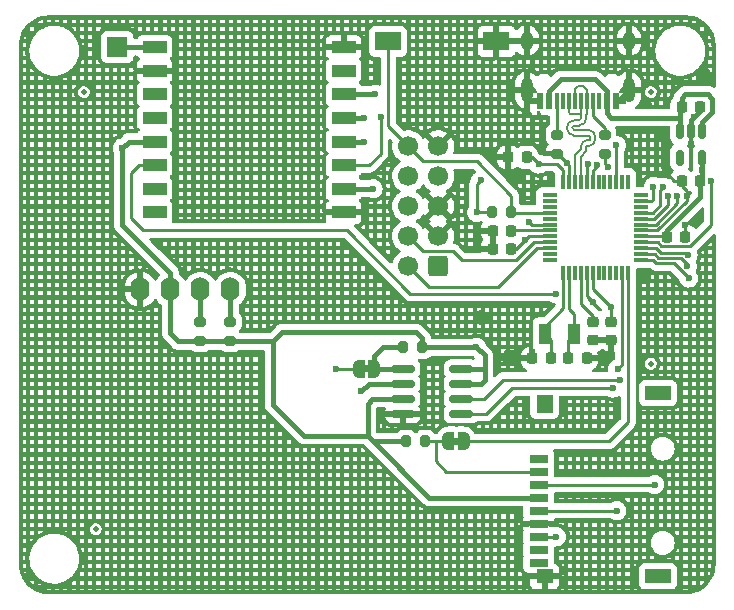
<source format=gtl>
G04 #@! TF.GenerationSoftware,KiCad,Pcbnew,(5.99.0-11444-g3c721c55de)*
G04 #@! TF.CreationDate,2021-10-03T12:01:57-03:00*
G04 #@! TF.ProjectId,d21lora,6432316c-6f72-4612-9e6b-696361645f70,rev?*
G04 #@! TF.SameCoordinates,Original*
G04 #@! TF.FileFunction,Copper,L1,Top*
G04 #@! TF.FilePolarity,Positive*
%FSLAX46Y46*%
G04 Gerber Fmt 4.6, Leading zero omitted, Abs format (unit mm)*
G04 Created by KiCad (PCBNEW (5.99.0-11444-g3c721c55de)) date 2021-10-03 12:01:57*
%MOMM*%
%LPD*%
G01*
G04 APERTURE LIST*
G04 Aperture macros list*
%AMRoundRect*
0 Rectangle with rounded corners*
0 $1 Rounding radius*
0 $2 $3 $4 $5 $6 $7 $8 $9 X,Y pos of 4 corners*
0 Add a 4 corners polygon primitive as box body*
4,1,4,$2,$3,$4,$5,$6,$7,$8,$9,$2,$3,0*
0 Add four circle primitives for the rounded corners*
1,1,$1+$1,$2,$3*
1,1,$1+$1,$4,$5*
1,1,$1+$1,$6,$7*
1,1,$1+$1,$8,$9*
0 Add four rect primitives between the rounded corners*
20,1,$1+$1,$2,$3,$4,$5,0*
20,1,$1+$1,$4,$5,$6,$7,0*
20,1,$1+$1,$6,$7,$8,$9,0*
20,1,$1+$1,$8,$9,$2,$3,0*%
%AMFreePoly0*
4,1,20,0.000000,0.744959,0.073905,0.744508,0.209726,0.703889,0.328688,0.626782,0.421226,0.519385,0.479903,0.390333,0.500000,0.250000,0.500000,-0.250000,0.499851,-0.262216,0.476331,-0.402017,0.414519,-0.529596,0.319384,-0.634700,0.198574,-0.708877,0.061801,-0.746166,0.000000,-0.745033,0.000000,-0.750000,-0.500000,-0.750000,-0.500000,0.750000,0.000000,0.750000,0.000000,0.744959,
0.000000,0.744959,$1*%
%AMFreePoly1*
4,1,22,0.500000,-0.750000,0.000000,-0.750000,0.000000,-0.745033,-0.079941,-0.743568,-0.215256,-0.701293,-0.333266,-0.622738,-0.424486,-0.514219,-0.481581,-0.384460,-0.499164,-0.250000,-0.500000,-0.250000,-0.500000,0.250000,-0.499164,0.250000,-0.499963,0.256109,-0.478152,0.396186,-0.417904,0.524511,-0.324060,0.630769,-0.204165,0.706417,-0.067858,0.745374,0.000000,0.744959,0.000000,0.750000,
0.500000,0.750000,0.500000,-0.750000,0.500000,-0.750000,$1*%
G04 Aperture macros list end*
G04 #@! TA.AperFunction,SMDPad,CuDef*
%ADD10FreePoly0,0.000000*%
G04 #@! TD*
G04 #@! TA.AperFunction,SMDPad,CuDef*
%ADD11FreePoly1,0.000000*%
G04 #@! TD*
G04 #@! TA.AperFunction,SMDPad,CuDef*
%ADD12RoundRect,0.225000X-0.250000X0.225000X-0.250000X-0.225000X0.250000X-0.225000X0.250000X0.225000X0*%
G04 #@! TD*
G04 #@! TA.AperFunction,SMDPad,CuDef*
%ADD13FreePoly1,180.000000*%
G04 #@! TD*
G04 #@! TA.AperFunction,SMDPad,CuDef*
%ADD14FreePoly0,180.000000*%
G04 #@! TD*
G04 #@! TA.AperFunction,SMDPad,CuDef*
%ADD15RoundRect,0.225000X0.225000X0.250000X-0.225000X0.250000X-0.225000X-0.250000X0.225000X-0.250000X0*%
G04 #@! TD*
G04 #@! TA.AperFunction,SMDPad,CuDef*
%ADD16R,2.180000X1.600000*%
G04 #@! TD*
G04 #@! TA.AperFunction,SMDPad,CuDef*
%ADD17RoundRect,0.200000X0.275000X-0.200000X0.275000X0.200000X-0.275000X0.200000X-0.275000X-0.200000X0*%
G04 #@! TD*
G04 #@! TA.AperFunction,SMDPad,CuDef*
%ADD18RoundRect,0.225000X-0.225000X-0.250000X0.225000X-0.250000X0.225000X0.250000X-0.225000X0.250000X0*%
G04 #@! TD*
G04 #@! TA.AperFunction,SMDPad,CuDef*
%ADD19RoundRect,0.200000X-0.200000X-0.275000X0.200000X-0.275000X0.200000X0.275000X-0.200000X0.275000X0*%
G04 #@! TD*
G04 #@! TA.AperFunction,SMDPad,CuDef*
%ADD20RoundRect,0.150000X-0.150000X0.512500X-0.150000X-0.512500X0.150000X-0.512500X0.150000X0.512500X0*%
G04 #@! TD*
G04 #@! TA.AperFunction,ComponentPad*
%ADD21O,1.600000X2.000000*%
G04 #@! TD*
G04 #@! TA.AperFunction,SMDPad,CuDef*
%ADD22R,1.000000X1.800000*%
G04 #@! TD*
G04 #@! TA.AperFunction,SMDPad,CuDef*
%ADD23R,1.250000X0.350000*%
G04 #@! TD*
G04 #@! TA.AperFunction,SMDPad,CuDef*
%ADD24R,0.350000X1.250000*%
G04 #@! TD*
G04 #@! TA.AperFunction,SMDPad,CuDef*
%ADD25C,0.500000*%
G04 #@! TD*
G04 #@! TA.AperFunction,SMDPad,CuDef*
%ADD26RoundRect,0.200000X0.200000X0.275000X-0.200000X0.275000X-0.200000X-0.275000X0.200000X-0.275000X0*%
G04 #@! TD*
G04 #@! TA.AperFunction,ComponentPad*
%ADD27RoundRect,0.250000X0.600000X0.600000X-0.600000X0.600000X-0.600000X-0.600000X0.600000X-0.600000X0*%
G04 #@! TD*
G04 #@! TA.AperFunction,ComponentPad*
%ADD28C,1.700000*%
G04 #@! TD*
G04 #@! TA.AperFunction,SMDPad,CuDef*
%ADD29R,1.600000X0.700000*%
G04 #@! TD*
G04 #@! TA.AperFunction,SMDPad,CuDef*
%ADD30R,1.400000X1.200000*%
G04 #@! TD*
G04 #@! TA.AperFunction,SMDPad,CuDef*
%ADD31R,2.200000X1.200000*%
G04 #@! TD*
G04 #@! TA.AperFunction,SMDPad,CuDef*
%ADD32R,1.400000X1.600000*%
G04 #@! TD*
G04 #@! TA.AperFunction,SMDPad,CuDef*
%ADD33RoundRect,0.150000X-0.825000X-0.150000X0.825000X-0.150000X0.825000X0.150000X-0.825000X0.150000X0*%
G04 #@! TD*
G04 #@! TA.AperFunction,SMDPad,CuDef*
%ADD34RoundRect,0.200000X-0.275000X0.200000X-0.275000X-0.200000X0.275000X-0.200000X0.275000X0.200000X0*%
G04 #@! TD*
G04 #@! TA.AperFunction,ComponentPad*
%ADD35R,1.700000X1.700000*%
G04 #@! TD*
G04 #@! TA.AperFunction,SMDPad,CuDef*
%ADD36R,2.000000X1.000000*%
G04 #@! TD*
G04 #@! TA.AperFunction,SMDPad,CuDef*
%ADD37R,0.600000X1.450000*%
G04 #@! TD*
G04 #@! TA.AperFunction,SMDPad,CuDef*
%ADD38R,0.300000X1.450000*%
G04 #@! TD*
G04 #@! TA.AperFunction,ComponentPad*
%ADD39O,1.000000X1.600000*%
G04 #@! TD*
G04 #@! TA.AperFunction,ComponentPad*
%ADD40O,1.000000X2.100000*%
G04 #@! TD*
G04 #@! TA.AperFunction,ViaPad*
%ADD41C,0.600000*%
G04 #@! TD*
G04 #@! TA.AperFunction,Conductor*
%ADD42C,0.400000*%
G04 #@! TD*
G04 #@! TA.AperFunction,Conductor*
%ADD43C,0.250000*%
G04 #@! TD*
G04 #@! TA.AperFunction,Conductor*
%ADD44C,0.200000*%
G04 #@! TD*
G04 APERTURE END LIST*
G36*
X30207000Y-30729200D02*
G01*
X29707000Y-30729200D01*
X29707000Y-30129200D01*
X30207000Y-30129200D01*
X30207000Y-30729200D01*
G37*
G36*
X37764942Y-36874800D02*
G01*
X37264942Y-36874800D01*
X37264942Y-36274800D01*
X37764942Y-36274800D01*
X37764942Y-36874800D01*
G37*
D10*
X30607000Y-30429200D03*
D11*
X29307000Y-30429200D03*
D12*
X50660458Y-27983544D03*
X50660458Y-26433544D03*
D13*
X38164942Y-36574800D03*
D14*
X36864942Y-36574800D03*
D15*
X41947800Y-12522200D03*
X43497800Y-12522200D03*
D16*
X31757400Y-2697225D03*
X40937400Y-2697225D03*
D17*
X18388742Y-28103400D03*
X18388742Y-26453400D03*
D18*
X56629000Y-8255000D03*
X58179000Y-8255000D03*
X42151600Y-18719800D03*
X40601600Y-18719800D03*
D19*
X42201600Y-17170400D03*
X40551600Y-17170400D03*
D15*
X58179000Y-14528800D03*
X56629000Y-14528800D03*
D12*
X49111058Y-27983544D03*
X49111058Y-26433544D03*
D20*
X58354000Y-10267100D03*
X57404000Y-10267100D03*
X56454000Y-10267100D03*
X56454000Y-12542100D03*
X58354000Y-12542100D03*
D21*
X10785742Y-23710400D03*
X13325742Y-23710400D03*
X15865742Y-23710400D03*
X18405742Y-23710400D03*
D22*
X47516258Y-27487944D03*
X45016258Y-27487944D03*
D18*
X48565258Y-29544974D03*
X47015258Y-29544974D03*
D23*
X45451800Y-21215800D03*
X45451800Y-20715800D03*
X45451800Y-20215800D03*
X45451800Y-19715800D03*
X45451800Y-19215800D03*
X45451800Y-18715800D03*
X45451800Y-18215800D03*
X45451800Y-17715800D03*
X45451800Y-17215800D03*
X45451800Y-16715800D03*
X45451800Y-16215800D03*
X45451800Y-15715800D03*
D24*
X46576800Y-14590800D03*
X47076800Y-14590800D03*
X47576800Y-14590800D03*
X48076800Y-14590800D03*
X48576800Y-14590800D03*
X49076800Y-14590800D03*
X49576800Y-14590800D03*
X50076800Y-14590800D03*
X50576800Y-14590800D03*
X51076800Y-14590800D03*
X51576800Y-14590800D03*
X52076800Y-14590800D03*
D23*
X53201800Y-15715800D03*
X53201800Y-16215800D03*
X53201800Y-16715800D03*
X53201800Y-17215800D03*
X53201800Y-17715800D03*
X53201800Y-18215800D03*
X53201800Y-18715800D03*
X53201800Y-19215800D03*
X53201800Y-19715800D03*
X53201800Y-20215800D03*
X53201800Y-20715800D03*
X53201800Y-21215800D03*
D24*
X52076800Y-22340800D03*
X51576800Y-22340800D03*
X51076800Y-22340800D03*
X50576800Y-22340800D03*
X50076800Y-22340800D03*
X49576800Y-22340800D03*
X49076800Y-22340800D03*
X48576800Y-22340800D03*
X48076800Y-22340800D03*
X47576800Y-22340800D03*
X47076800Y-22340800D03*
X46576800Y-22340800D03*
D25*
X6000000Y-7000000D03*
D26*
X34656942Y-28599200D03*
X33006942Y-28599200D03*
D27*
X36007700Y-21742400D03*
D28*
X33467700Y-21742400D03*
X36007700Y-19202400D03*
X33467700Y-19202400D03*
X36007700Y-16662400D03*
X33467700Y-16662400D03*
X36007700Y-14122400D03*
X33467700Y-14122400D03*
X36007700Y-11582400D03*
X33467700Y-11582400D03*
D17*
X46075600Y-12243545D03*
X46075600Y-10593545D03*
D29*
X44508800Y-38033600D03*
X44508800Y-39133600D03*
X44508800Y-40233600D03*
X44508800Y-41333600D03*
X44508800Y-42433600D03*
X44508800Y-43533600D03*
X44508800Y-44633600D03*
X44508800Y-45733600D03*
X44508800Y-46833600D03*
D30*
X45008800Y-47983600D03*
D31*
X54608800Y-47983600D03*
X54608800Y-32483600D03*
D32*
X45008800Y-33383600D03*
D26*
X34910942Y-36574800D03*
X33260942Y-36574800D03*
D18*
X56909000Y-19227800D03*
X55359000Y-19227800D03*
D15*
X40601600Y-20269200D03*
X42151600Y-20269200D03*
X43967258Y-29544974D03*
X45517258Y-29544974D03*
D25*
X54000000Y-7000000D03*
X54000000Y-30000000D03*
D17*
X50089241Y-12243545D03*
X50089241Y-10593545D03*
D33*
X33007942Y-30428000D03*
X33007942Y-31698000D03*
X33007942Y-32968000D03*
X33007942Y-34238000D03*
X37957942Y-34238000D03*
X37957942Y-32968000D03*
X37957942Y-31698000D03*
X37957942Y-30428000D03*
D34*
X15848742Y-26453400D03*
X15848742Y-28103400D03*
D35*
X8839200Y-3171874D03*
D25*
X7000000Y-44000000D03*
D36*
X27989800Y-17182274D03*
X27989800Y-15182274D03*
X27989800Y-13182274D03*
X27989800Y-11182274D03*
X27989800Y-9182274D03*
X27989800Y-7182274D03*
X27989800Y-5182274D03*
X27989800Y-3182274D03*
X11989800Y-3182274D03*
X11989800Y-5182274D03*
X11989800Y-7182274D03*
X11989800Y-9182274D03*
X11989800Y-11182274D03*
X11989800Y-13182274D03*
X11989800Y-15182274D03*
X11989800Y-17182274D03*
D37*
X51053200Y-7745800D03*
X50278200Y-7745800D03*
D38*
X49578200Y-7745800D03*
X49078200Y-7745800D03*
X48578200Y-7745800D03*
X48078200Y-7745800D03*
X47578200Y-7745800D03*
X47078200Y-7745800D03*
X46578200Y-7745800D03*
X46078200Y-7745800D03*
D37*
X45378200Y-7745800D03*
X44603200Y-7745800D03*
D39*
X52148200Y-2650800D03*
D40*
X43508200Y-6830800D03*
X52148200Y-6830800D03*
D39*
X43508200Y-2650800D03*
D41*
X53390800Y-22631400D03*
X54330600Y-40233600D03*
X51130200Y-42443400D03*
X45999400Y-44653200D03*
X46913800Y-13030200D03*
X39649400Y-26085800D03*
X41986200Y-29438600D03*
X36372800Y-29616400D03*
X39243000Y-28600400D03*
X40513000Y-12496800D03*
X44500800Y-13081000D03*
X39598600Y-14478000D03*
X53441600Y-8001000D03*
X58572400Y-5638800D03*
X9245600Y-11734800D03*
X58354000Y-13604200D03*
X56921400Y-18211800D03*
X29489400Y-32334200D03*
X50342800Y-13309600D03*
X50292000Y-29464000D03*
X50646248Y-25223552D03*
X49072800Y-24790400D03*
X50774600Y-32054800D03*
X51384200Y-31343600D03*
X45952300Y-24053800D03*
X38455600Y-14173200D03*
X42494200Y-14147800D03*
X31132900Y-9118600D03*
X48651300Y-13113797D03*
X49450372Y-13140024D03*
X51079400Y-11506200D03*
X39268400Y-17170400D03*
X59128500Y-14525985D03*
X57151522Y-20766700D03*
X57200800Y-22733000D03*
X57090811Y-21710589D03*
X57039182Y-15796118D03*
X54229000Y-15011400D03*
X56239739Y-15805891D03*
X55440897Y-15773400D03*
X55027842Y-15043891D03*
X54914800Y-10261600D03*
X57404000Y-11430000D03*
X30480000Y-15182274D03*
X29718000Y-11201400D03*
X29692600Y-9182274D03*
X30642754Y-7182274D03*
X43383200Y-19507200D03*
X43688000Y-17957800D03*
X51206400Y-30429200D03*
X27330400Y-30429200D03*
X57632600Y-9144000D03*
D42*
X50278200Y-6920400D02*
X50278200Y-7745800D01*
X49276000Y-5918200D02*
X50278200Y-6920400D01*
X46380400Y-5918200D02*
X49276000Y-5918200D01*
X45378200Y-6920400D02*
X46380400Y-5918200D01*
X45378200Y-7745800D02*
X45378200Y-6920400D01*
D43*
X54906365Y-20027359D02*
X54594806Y-19715800D01*
X57361635Y-20027359D02*
X54906365Y-20027359D01*
X59128500Y-18260494D02*
X57361635Y-20027359D01*
X54594806Y-19715800D02*
X53201800Y-19715800D01*
X59128500Y-14525985D02*
X59128500Y-18260494D01*
X54914800Y-13436600D02*
X54914800Y-10261600D01*
X56629000Y-14528800D02*
X56007000Y-14528800D01*
X56007000Y-14528800D02*
X54914800Y-13436600D01*
D42*
X45999400Y-44653200D02*
X45979800Y-44633600D01*
D43*
X45979800Y-44633600D02*
X44508800Y-44633600D01*
D42*
X51120400Y-42433600D02*
X51130200Y-42443400D01*
D43*
X44508800Y-42433600D02*
X51120400Y-42433600D01*
X44508800Y-40233600D02*
X54330600Y-40233600D01*
X56909000Y-18224200D02*
X56909000Y-19227800D01*
X56921400Y-18211800D02*
X56909000Y-18224200D01*
X46576800Y-13633000D02*
X46576800Y-14590800D01*
X44500800Y-13081000D02*
X46024800Y-13081000D01*
X46024800Y-13081000D02*
X46576800Y-13633000D01*
X46913800Y-13030200D02*
X47076800Y-13193200D01*
X46127145Y-12243545D02*
X46075600Y-12243545D01*
X46913800Y-13030200D02*
X46127145Y-12243545D01*
X47076800Y-13193200D02*
X47076800Y-14590800D01*
X49072800Y-24790400D02*
X48576800Y-24294400D01*
X48576800Y-24294400D02*
X48576800Y-22340800D01*
X43942000Y-12522200D02*
X43497800Y-12522200D01*
X44500800Y-13081000D02*
X43942000Y-12522200D01*
X39268400Y-14808200D02*
X39598600Y-14478000D01*
X39268400Y-17170400D02*
X39268400Y-14808200D01*
D42*
X58354000Y-13604200D02*
X58354000Y-14353800D01*
D43*
X50089241Y-13056041D02*
X50342800Y-13309600D01*
X50089241Y-12243545D02*
X50089241Y-13056041D01*
X54462613Y-21490760D02*
X54420826Y-21448974D01*
X57200800Y-22733000D02*
X55958560Y-21490760D01*
X55958560Y-21490760D02*
X54462613Y-21490760D01*
X54420826Y-21448974D02*
X54187652Y-21215800D01*
X54187652Y-21215800D02*
X53201800Y-21215800D01*
X10668326Y-13182274D02*
X11989800Y-13182274D01*
X10007600Y-13843000D02*
X10668326Y-13182274D01*
X28295600Y-18694400D02*
X11023600Y-18694400D01*
X33655000Y-24053800D02*
X28295600Y-18694400D01*
X11023600Y-18694400D02*
X10007600Y-17678400D01*
X10007600Y-17678400D02*
X10007600Y-13843000D01*
X45952300Y-24053800D02*
X33655000Y-24053800D01*
X50646248Y-25223552D02*
X50660458Y-25237762D01*
X49111058Y-25971658D02*
X49111058Y-26433544D01*
X48076800Y-22340800D02*
X48076800Y-24937400D01*
X48076800Y-24937400D02*
X49111058Y-25971658D01*
X42240200Y-32054800D02*
X40057000Y-34238000D01*
X50774600Y-32054800D02*
X42240200Y-32054800D01*
X40057000Y-34238000D02*
X37957942Y-34238000D01*
X39879200Y-32968000D02*
X37957942Y-32968000D01*
X41503600Y-31343600D02*
X39879200Y-32968000D01*
X51384200Y-31343600D02*
X41503600Y-31343600D01*
X54648810Y-21041240D02*
X54323370Y-20715800D01*
X56542869Y-21041240D02*
X54648810Y-21041240D01*
X57090811Y-21710589D02*
X57090811Y-21589182D01*
X57090811Y-21589182D02*
X56542869Y-21041240D01*
X54323370Y-20715800D02*
X53201800Y-20715800D01*
X31132900Y-12199500D02*
X30150126Y-13182274D01*
X31132900Y-9118600D02*
X31132900Y-12199500D01*
X30150126Y-13182274D02*
X27989800Y-13182274D01*
D42*
X29698874Y-11182274D02*
X29718000Y-11201400D01*
X27989800Y-11182274D02*
X29698874Y-11182274D01*
X27989800Y-9182274D02*
X29692600Y-9182274D01*
D43*
X51076800Y-11508800D02*
X51076800Y-14590800D01*
X51079400Y-11506200D02*
X51076800Y-11508800D01*
X49076800Y-13641778D02*
X49076800Y-14590800D01*
X49450372Y-13140024D02*
X49450372Y-13268206D01*
X49450372Y-13268206D02*
X49076800Y-13641778D01*
X48576800Y-13188297D02*
X48576800Y-14590800D01*
X48651300Y-13113797D02*
X48576800Y-13188297D01*
X39268400Y-17170400D02*
X40551600Y-17170400D01*
X56976542Y-20591720D02*
X54835008Y-20591720D01*
X54835008Y-20591720D02*
X54459088Y-20215800D01*
X54459088Y-20215800D02*
X53201800Y-20215800D01*
X57151522Y-20766700D02*
X56976542Y-20591720D01*
X56629000Y-14973000D02*
X56629000Y-14528800D01*
X54557975Y-18715800D02*
X53201800Y-18715800D01*
X57039182Y-16234593D02*
X54557975Y-18715800D01*
X57039182Y-15796118D02*
X57039182Y-16234593D01*
X57039182Y-15796118D02*
X57039182Y-15383182D01*
X57039182Y-15383182D02*
X56629000Y-14973000D01*
X56239739Y-15805891D02*
X56239739Y-16398319D01*
X56239739Y-16398319D02*
X54422258Y-18215800D01*
X54422258Y-18215800D02*
X53201800Y-18215800D01*
X54286540Y-17715800D02*
X53201800Y-17715800D01*
X55440897Y-16561443D02*
X54286540Y-17715800D01*
X55440897Y-15773400D02*
X55440897Y-16561443D01*
X54816397Y-16550225D02*
X54150822Y-17215800D01*
X54816397Y-15255336D02*
X54816397Y-16550225D01*
X55027842Y-15043891D02*
X54816397Y-15255336D01*
X54150822Y-17215800D02*
X53201800Y-17215800D01*
X54229000Y-16078200D02*
X54091400Y-16215800D01*
X54229000Y-15011400D02*
X54229000Y-16078200D01*
X54091400Y-16215800D02*
X53201800Y-16215800D01*
D42*
X55359000Y-18707400D02*
X58179000Y-15887400D01*
X55359000Y-19227800D02*
X55359000Y-18707400D01*
X58179000Y-15887400D02*
X58179000Y-14528800D01*
X27989800Y-15182274D02*
X30480000Y-15182274D01*
X27989800Y-7182274D02*
X30642754Y-7182274D01*
X24663400Y-36093400D02*
X30022800Y-36093400D01*
X22032800Y-33462800D02*
X24663400Y-36093400D01*
X22032800Y-28103400D02*
X22032800Y-33462800D01*
X22805800Y-27330400D02*
X22032800Y-28103400D01*
X34656942Y-27849742D02*
X34137600Y-27330400D01*
X34656942Y-28599200D02*
X34656942Y-27849742D01*
X34137600Y-27330400D02*
X22805800Y-27330400D01*
D43*
X43383200Y-19507200D02*
X42621200Y-20269200D01*
X34737700Y-20472400D02*
X33467700Y-19202400D01*
X37236400Y-20472400D02*
X34737700Y-20472400D01*
X37998400Y-21234400D02*
X37236400Y-20472400D01*
X42570400Y-21234400D02*
X37998400Y-21234400D01*
X44089000Y-19715800D02*
X42570400Y-21234400D01*
X45451800Y-19715800D02*
X44089000Y-19715800D01*
X45451800Y-20215800D02*
X44325600Y-20215800D01*
X38887400Y-23495000D02*
X41046400Y-23495000D01*
X44325600Y-20215800D02*
X41046400Y-23495000D01*
X35220300Y-23495000D02*
X38887400Y-23495000D01*
X33467700Y-21742400D02*
X35220300Y-23495000D01*
X31757400Y-9872100D02*
X33467700Y-11582400D01*
X31757400Y-2697225D02*
X31757400Y-9872100D01*
X39268400Y-12852400D02*
X42201600Y-15785600D01*
X34737700Y-12852400D02*
X39268400Y-12852400D01*
X42201600Y-15785600D02*
X42201600Y-17170400D01*
X33467700Y-11582400D02*
X34737700Y-12852400D01*
X43946000Y-18215800D02*
X43688000Y-17957800D01*
X45451800Y-18215800D02*
X43946000Y-18215800D01*
X42621200Y-20269200D02*
X42151600Y-20269200D01*
X43674600Y-19215800D02*
X43383200Y-19507200D01*
X45451800Y-19215800D02*
X43674600Y-19215800D01*
X42155600Y-18715800D02*
X42151600Y-18719800D01*
X45451800Y-18715800D02*
X42155600Y-18715800D01*
X52076800Y-22340800D02*
X52076800Y-34969000D01*
X52076800Y-34969000D02*
X50471000Y-36574800D01*
X50471000Y-36574800D02*
X38164942Y-36574800D01*
X51576800Y-30058800D02*
X51206400Y-30429200D01*
X51576800Y-22340800D02*
X51576800Y-30058800D01*
X29307000Y-30429200D02*
X27330400Y-30429200D01*
D42*
X44508800Y-41333600D02*
X35263000Y-41333600D01*
X35263000Y-41333600D02*
X30504200Y-36574800D01*
X18388742Y-28103400D02*
X22032800Y-28103400D01*
X51233200Y-7745800D02*
X52148200Y-6830800D01*
X51053200Y-7745800D02*
X51233200Y-7745800D01*
X57632600Y-9144000D02*
X57404000Y-9372600D01*
X58179000Y-8597600D02*
X58179000Y-8255000D01*
X57632600Y-9144000D02*
X58179000Y-8597600D01*
X57404000Y-9372600D02*
X57404000Y-10267100D01*
X56629000Y-7480600D02*
X56629000Y-8255000D01*
X58851800Y-7188200D02*
X56921400Y-7188200D01*
X59207400Y-8686800D02*
X59207400Y-7543800D01*
X59207400Y-7543800D02*
X58851800Y-7188200D01*
X58354000Y-9540200D02*
X59207400Y-8686800D01*
X56921400Y-7188200D02*
X56629000Y-7480600D01*
X58354000Y-10267100D02*
X58354000Y-9540200D01*
X50673000Y-9169400D02*
X50278200Y-8774600D01*
X56388000Y-9169400D02*
X50673000Y-9169400D01*
X50278200Y-8774600D02*
X50278200Y-7745800D01*
X56454000Y-9103400D02*
X56454000Y-8430000D01*
X56454000Y-10267100D02*
X56454000Y-9103400D01*
X9245600Y-18211800D02*
X13325742Y-22291942D01*
X13325742Y-22291942D02*
X13325742Y-23710400D01*
X9798126Y-11182274D02*
X9245600Y-11734800D01*
X9245600Y-11734800D02*
X9245600Y-18211800D01*
X11989800Y-11182274D02*
X9798126Y-11182274D01*
X11989800Y-3182274D02*
X8849600Y-3182274D01*
X8849600Y-3182274D02*
X8839200Y-3171874D01*
X15848742Y-28103400D02*
X18388742Y-28103400D01*
X14006400Y-28103400D02*
X15848742Y-28103400D01*
X13325742Y-27422742D02*
X14006400Y-28103400D01*
X13325742Y-23710400D02*
X13325742Y-27422742D01*
X15865742Y-26436400D02*
X15848742Y-26453400D01*
X15865742Y-23710400D02*
X15865742Y-26436400D01*
X18405742Y-26436400D02*
X18388742Y-26453400D01*
X18405742Y-23710400D02*
X18405742Y-26436400D01*
D43*
X35812800Y-38251200D02*
X36695200Y-39133600D01*
X36695200Y-39133600D02*
X44508800Y-39133600D01*
X35812800Y-36574800D02*
X36864942Y-36574800D01*
X34910942Y-36574800D02*
X35812800Y-36574800D01*
X35812800Y-36574800D02*
X35812800Y-38251200D01*
D42*
X37957942Y-30428000D02*
X39927600Y-30428000D01*
X39928800Y-30429200D02*
X39928800Y-30784800D01*
X39927600Y-30428000D02*
X39928800Y-30429200D01*
X39928800Y-29286200D02*
X39928800Y-30429200D01*
X39241800Y-28599200D02*
X39928800Y-29286200D01*
X34656942Y-28599200D02*
X39241800Y-28599200D01*
X30125600Y-31698000D02*
X29489400Y-32334200D01*
X33007942Y-31698000D02*
X30125600Y-31698000D01*
X30504200Y-36574800D02*
X33260942Y-36574800D01*
X30022800Y-33375600D02*
X30022800Y-36093400D01*
X33007942Y-32968000D02*
X30430400Y-32968000D01*
X30430400Y-32968000D02*
X30022800Y-33375600D01*
X30022800Y-36093400D02*
X30504200Y-36574800D01*
X31344800Y-28599200D02*
X33006942Y-28599200D01*
X30607000Y-29337000D02*
X31344800Y-28599200D01*
X30607000Y-30429200D02*
X30607000Y-29337000D01*
X30608200Y-30428000D02*
X30607000Y-30429200D01*
X33007942Y-30428000D02*
X30608200Y-30428000D01*
X39928800Y-31369000D02*
X39928800Y-30784800D01*
X37957942Y-31698000D02*
X39599800Y-31698000D01*
X39599800Y-31698000D02*
X39928800Y-31369000D01*
D43*
X50660458Y-25237762D02*
X50660458Y-26433544D01*
X49076800Y-22340800D02*
X49076800Y-23654104D01*
X49076800Y-23654104D02*
X50646248Y-25223552D01*
X47015258Y-27988944D02*
X47516258Y-27487944D01*
X47015258Y-29544974D02*
X47015258Y-27988944D01*
X45517258Y-27988944D02*
X45016258Y-27487944D01*
X45517258Y-29544974D02*
X45517258Y-27988944D01*
X45016258Y-26865742D02*
X45016258Y-27487944D01*
X46576800Y-25305200D02*
X45016258Y-26865742D01*
X46576800Y-22340800D02*
X46576800Y-25305200D01*
X47076800Y-25385200D02*
X47516258Y-25824658D01*
X47076800Y-22340800D02*
X47076800Y-25385200D01*
X47516258Y-25824658D02*
X47516258Y-27487944D01*
X42247000Y-17215800D02*
X42201600Y-17170400D01*
X45451800Y-17215800D02*
X42247000Y-17215800D01*
X55347000Y-19215800D02*
X55359000Y-19227800D01*
X53201800Y-19215800D02*
X55347000Y-19215800D01*
D42*
X58354000Y-14353800D02*
X58179000Y-14528800D01*
X58354000Y-12542100D02*
X58354000Y-13604200D01*
X56454000Y-8430000D02*
X56629000Y-8255000D01*
D44*
X47191679Y-8833301D02*
X48078200Y-8833301D01*
X47078200Y-8719822D02*
X47191679Y-8833301D01*
X47078200Y-7745800D02*
X47078200Y-8719822D01*
X48260000Y-6477000D02*
X48578200Y-6795200D01*
X47802800Y-6477000D02*
X48260000Y-6477000D01*
X47578200Y-6701600D02*
X47802800Y-6477000D01*
X48578200Y-6795200D02*
X48578200Y-7745800D01*
X47578200Y-7745800D02*
X47578200Y-6701600D01*
D43*
X50089241Y-10008041D02*
X50089241Y-10593545D01*
X49078200Y-8997000D02*
X50089241Y-10008041D01*
X49078200Y-7745800D02*
X49078200Y-8997000D01*
D44*
X48076800Y-13653299D02*
X48076800Y-14590800D01*
X48051800Y-13628299D02*
X48076800Y-13653299D01*
X48051800Y-12489800D02*
X48051800Y-13628299D01*
X48553200Y-11988400D02*
X48051800Y-12489800D01*
X48803200Y-11533200D02*
X48578200Y-11533200D01*
X49278200Y-10708200D02*
X49278200Y-11058200D01*
X47903200Y-10233200D02*
X48803200Y-10233200D01*
X47528200Y-10233200D02*
X47903200Y-10233200D01*
X48578200Y-8833301D02*
X48553200Y-8858301D01*
X48578200Y-7745800D02*
X48578200Y-8833301D01*
X47903200Y-9833200D02*
X47528200Y-9833200D01*
X48553200Y-11558200D02*
G75*
G02*
X48578200Y-11533200I24999J1D01*
G01*
X48803200Y-11533200D02*
G75*
G03*
X49278200Y-11058200I1J474999D01*
G01*
X49278200Y-10708200D02*
G75*
G03*
X48803200Y-10233200I-474999J1D01*
G01*
X47328200Y-10033200D02*
G75*
G02*
X47528200Y-9833200I200001J-1D01*
G01*
X47903200Y-9833200D02*
G75*
G03*
X48553200Y-9183200I-1J650001D01*
G01*
X47576800Y-13653299D02*
X47576800Y-14590800D01*
X47601800Y-13628299D02*
X47576800Y-13653299D01*
X47601800Y-12303400D02*
X47601800Y-13628299D01*
X48103200Y-11802000D02*
X47601800Y-12303400D01*
X48553200Y-11558200D02*
X48553200Y-11988400D01*
X48103200Y-11558200D02*
X48103200Y-11802000D01*
X48803200Y-11083200D02*
X48578200Y-11083200D01*
X48828200Y-10708200D02*
X48828200Y-11058200D01*
X47528200Y-10233200D02*
G75*
G02*
X47328200Y-10033200I1J200001D01*
G01*
X47903200Y-10683200D02*
X48803200Y-10683200D01*
X47528200Y-10683200D02*
X47903200Y-10683200D01*
X47903200Y-9383200D02*
X47528200Y-9383200D01*
X48103200Y-8858301D02*
X48103200Y-9183200D01*
X48103200Y-11558200D02*
G75*
G02*
X48578200Y-11083200I474999J1D01*
G01*
X48803200Y-11083200D02*
G75*
G03*
X48828200Y-11058200I1J24999D01*
G01*
X48078200Y-8833301D02*
X48103200Y-8858301D01*
X48828200Y-10708200D02*
G75*
G03*
X48803200Y-10683200I-24999J1D01*
G01*
X46878200Y-10033200D02*
G75*
G02*
X47528200Y-9383200I650001J-1D01*
G01*
X48078200Y-7745800D02*
X48078200Y-8833301D01*
X47903200Y-9383200D02*
G75*
G03*
X48103200Y-9183200I-1J200001D01*
G01*
X47528200Y-10683200D02*
G75*
G02*
X46878200Y-10033200I1J650001D01*
G01*
X48553200Y-8858301D02*
X48553200Y-9183200D01*
D43*
X46078200Y-10590945D02*
X46075600Y-10593545D01*
X46078200Y-7745800D02*
X46078200Y-10590945D01*
G04 #@! TA.AperFunction,Conductor*
G36*
X56970057Y-509500D02*
G01*
X56984858Y-511805D01*
X56984861Y-511805D01*
X56993730Y-513186D01*
X57010899Y-510941D01*
X57034839Y-510108D01*
X57292770Y-525710D01*
X57307874Y-527544D01*
X57378648Y-540514D01*
X57588879Y-579040D01*
X57603641Y-582678D01*
X57876408Y-667675D01*
X57890627Y-673069D01*
X58151140Y-790316D01*
X58164609Y-797385D01*
X58409095Y-945182D01*
X58421617Y-953825D01*
X58646507Y-1130016D01*
X58657895Y-1140106D01*
X58859894Y-1342105D01*
X58869984Y-1353493D01*
X59046175Y-1578383D01*
X59054818Y-1590905D01*
X59202615Y-1835391D01*
X59209684Y-1848860D01*
X59326930Y-2109370D01*
X59332325Y-2123592D01*
X59416940Y-2395129D01*
X59417321Y-2396353D01*
X59420960Y-2411121D01*
X59439447Y-2512000D01*
X59472456Y-2692126D01*
X59474290Y-2707230D01*
X59489455Y-2957929D01*
X59488198Y-2984639D01*
X59488195Y-2984859D01*
X59486814Y-2993730D01*
X59487978Y-3002632D01*
X59487978Y-3002635D01*
X59490936Y-3025251D01*
X59492000Y-3041589D01*
X59492000Y-6529559D01*
X59471998Y-6597680D01*
X59418342Y-6644173D01*
X59348068Y-6654277D01*
X59293549Y-6632646D01*
X59277081Y-6621072D01*
X59271786Y-6617139D01*
X59227493Y-6582409D01*
X59221518Y-6577724D01*
X59214602Y-6574601D01*
X59212316Y-6573217D01*
X59197635Y-6564843D01*
X59195275Y-6563578D01*
X59189061Y-6559210D01*
X59181982Y-6556450D01*
X59181980Y-6556449D01*
X59129525Y-6535998D01*
X59123456Y-6533447D01*
X59065227Y-6507155D01*
X59057760Y-6505771D01*
X59055205Y-6504970D01*
X59038952Y-6500341D01*
X59036372Y-6499678D01*
X59029291Y-6496918D01*
X59021760Y-6495927D01*
X59021758Y-6495926D01*
X58992139Y-6492027D01*
X58965939Y-6488578D01*
X58959441Y-6487548D01*
X58896614Y-6475904D01*
X58889034Y-6476341D01*
X58889033Y-6476341D01*
X58834408Y-6479491D01*
X58827154Y-6479700D01*
X56950312Y-6479700D01*
X56941742Y-6479408D01*
X56891624Y-6475991D01*
X56891620Y-6475991D01*
X56884048Y-6475475D01*
X56876571Y-6476780D01*
X56876570Y-6476780D01*
X56850092Y-6481401D01*
X56821097Y-6486462D01*
X56814579Y-6487423D01*
X56751158Y-6495098D01*
X56744057Y-6497781D01*
X56741448Y-6498422D01*
X56725138Y-6502885D01*
X56722602Y-6503650D01*
X56715116Y-6504957D01*
X56667827Y-6525716D01*
X56656605Y-6530642D01*
X56650501Y-6533133D01*
X56590744Y-6555713D01*
X56584481Y-6560017D01*
X56582115Y-6561254D01*
X56567303Y-6569499D01*
X56565049Y-6570832D01*
X56558095Y-6573885D01*
X56507398Y-6612787D01*
X56502068Y-6616659D01*
X56455680Y-6648539D01*
X56455675Y-6648544D01*
X56449419Y-6652843D01*
X56444368Y-6658513D01*
X56444366Y-6658514D01*
X56407965Y-6699370D01*
X56402984Y-6704646D01*
X56148480Y-6959150D01*
X56142215Y-6965004D01*
X56098615Y-7003039D01*
X56066234Y-7049112D01*
X56061872Y-7055319D01*
X56057939Y-7060614D01*
X56018524Y-7110882D01*
X56015401Y-7117798D01*
X56014017Y-7120084D01*
X56005643Y-7134765D01*
X56004378Y-7137125D01*
X56000010Y-7143339D01*
X55997250Y-7150418D01*
X55997249Y-7150420D01*
X55985288Y-7181100D01*
X55977087Y-7202135D01*
X55976798Y-7202875D01*
X55974247Y-7208944D01*
X55947955Y-7267173D01*
X55946571Y-7274640D01*
X55945770Y-7277195D01*
X55941141Y-7293448D01*
X55940478Y-7296028D01*
X55937718Y-7303109D01*
X55936727Y-7310640D01*
X55936726Y-7310642D01*
X55932827Y-7340261D01*
X55929611Y-7364692D01*
X55929379Y-7366452D01*
X55928348Y-7372959D01*
X55925367Y-7389045D01*
X55919477Y-7420825D01*
X55884760Y-7486880D01*
X55824448Y-7547298D01*
X55820608Y-7553528D01*
X55820607Y-7553529D01*
X55793650Y-7597262D01*
X55734698Y-7692899D01*
X55680851Y-7855243D01*
X55680151Y-7862080D01*
X55680150Y-7862082D01*
X55672560Y-7936165D01*
X55670500Y-7956268D01*
X55670500Y-8334900D01*
X55650498Y-8403021D01*
X55596842Y-8449514D01*
X55544500Y-8460900D01*
X52768984Y-8460900D01*
X52700863Y-8440898D01*
X52654370Y-8387242D01*
X52644266Y-8316968D01*
X52673760Y-8252388D01*
X52699993Y-8229467D01*
X52707611Y-8224482D01*
X52852073Y-8108332D01*
X52860832Y-8099754D01*
X52979978Y-7957761D01*
X52986908Y-7947641D01*
X53040783Y-7849643D01*
X54052351Y-7849643D01*
X54071469Y-7983138D01*
X54072733Y-8002541D01*
X54072582Y-8014883D01*
X54070845Y-8034247D01*
X54057764Y-8112000D01*
X54312000Y-8112000D01*
X54312000Y-7793254D01*
X54300906Y-7797144D01*
X54292352Y-7799806D01*
X54154034Y-7837516D01*
X54145310Y-7839564D01*
X54131925Y-7842208D01*
X54123082Y-7843631D01*
X54087630Y-7848047D01*
X54078704Y-7848837D01*
X54065078Y-7849557D01*
X54056119Y-7849712D01*
X54052351Y-7849643D01*
X53040783Y-7849643D01*
X53076202Y-7785215D01*
X53081034Y-7773942D01*
X53085457Y-7760000D01*
X54660000Y-7760000D01*
X54660000Y-8112000D01*
X55012000Y-8112000D01*
X55012000Y-7760000D01*
X54660000Y-7760000D01*
X53085457Y-7760000D01*
X53137080Y-7597262D01*
X53139630Y-7585268D01*
X53155807Y-7441039D01*
X53156200Y-7434015D01*
X53156200Y-7102915D01*
X53151725Y-7087676D01*
X53150335Y-7086471D01*
X53142652Y-7084800D01*
X51416869Y-7084800D01*
X51348748Y-7064798D01*
X51302255Y-7011142D01*
X51299765Y-6993823D01*
X53494391Y-6993823D01*
X53495555Y-7002725D01*
X53495555Y-7002728D01*
X53503045Y-7060000D01*
X53512980Y-7135979D01*
X53570720Y-7267203D01*
X53576497Y-7274076D01*
X53576498Y-7274077D01*
X53657190Y-7370072D01*
X53662970Y-7376948D01*
X53782313Y-7456390D01*
X53919157Y-7499142D01*
X53928129Y-7499306D01*
X53928132Y-7499307D01*
X53993463Y-7500504D01*
X54062499Y-7501770D01*
X54071533Y-7499307D01*
X54192158Y-7466421D01*
X54192160Y-7466420D01*
X54200817Y-7464060D01*
X54285605Y-7412000D01*
X54743273Y-7412000D01*
X55012000Y-7412000D01*
X55012000Y-7060000D01*
X55360000Y-7060000D01*
X55360000Y-7412000D01*
X55499045Y-7412000D01*
X55528206Y-7364692D01*
X55532224Y-7358578D01*
X55538608Y-7349453D01*
X55542968Y-7343591D01*
X55561055Y-7320689D01*
X55565752Y-7315085D01*
X55573149Y-7306761D01*
X55578162Y-7301439D01*
X55588268Y-7291315D01*
X55592695Y-7257688D01*
X55593912Y-7250195D01*
X55596107Y-7238852D01*
X55597770Y-7231456D01*
X55605298Y-7202135D01*
X55607405Y-7194849D01*
X55608951Y-7190049D01*
X55610175Y-7185120D01*
X55612226Y-7177812D01*
X55621280Y-7148925D01*
X55623766Y-7141757D01*
X55627878Y-7130962D01*
X55630789Y-7123962D01*
X55654680Y-7071050D01*
X55658988Y-7060000D01*
X55360000Y-7060000D01*
X55012000Y-7060000D01*
X54850067Y-7060000D01*
X54849389Y-7065270D01*
X54848674Y-7070091D01*
X54824888Y-7211470D01*
X54823087Y-7220250D01*
X54819872Y-7233512D01*
X54817454Y-7242137D01*
X54806592Y-7276170D01*
X54803566Y-7284603D01*
X54798505Y-7297272D01*
X54794888Y-7305467D01*
X54743273Y-7412000D01*
X54285605Y-7412000D01*
X54322991Y-7389045D01*
X54419200Y-7282754D01*
X54457901Y-7202875D01*
X54477795Y-7161814D01*
X54477795Y-7161813D01*
X54481710Y-7153733D01*
X54505496Y-7012354D01*
X54505647Y-7000000D01*
X54485323Y-6858082D01*
X54425984Y-6727572D01*
X54404015Y-6702076D01*
X54338260Y-6625763D01*
X54338257Y-6625760D01*
X54332400Y-6618963D01*
X54212095Y-6540985D01*
X54074739Y-6499907D01*
X54065763Y-6499852D01*
X54065762Y-6499852D01*
X54005555Y-6499484D01*
X53931376Y-6499031D01*
X53793529Y-6538428D01*
X53672280Y-6614930D01*
X53666338Y-6621658D01*
X53666337Y-6621659D01*
X53633788Y-6658514D01*
X53577377Y-6722388D01*
X53516447Y-6852163D01*
X53494391Y-6993823D01*
X51299765Y-6993823D01*
X51292151Y-6940868D01*
X51323233Y-6874489D01*
X51391811Y-6798326D01*
X51391812Y-6798325D01*
X51396230Y-6793418D01*
X51399530Y-6787702D01*
X51399533Y-6787698D01*
X51483834Y-6641682D01*
X51486006Y-6642936D01*
X51524668Y-6597453D01*
X51593791Y-6576800D01*
X51876085Y-6576800D01*
X51891324Y-6572325D01*
X51892529Y-6570935D01*
X51894200Y-6563252D01*
X51894200Y-5322876D01*
X51892210Y-5316099D01*
X52402200Y-5316099D01*
X52402200Y-6558685D01*
X52406675Y-6573924D01*
X52408065Y-6575129D01*
X52415748Y-6576800D01*
X53138085Y-6576800D01*
X53153324Y-6572325D01*
X53154529Y-6570935D01*
X53156200Y-6563252D01*
X53156200Y-6360000D01*
X54660000Y-6360000D01*
X54660000Y-6466040D01*
X54689616Y-6500411D01*
X54695221Y-6507404D01*
X54703370Y-6518347D01*
X54708461Y-6525716D01*
X54727709Y-6555813D01*
X54732264Y-6563527D01*
X54738780Y-6575515D01*
X54742777Y-6583536D01*
X54801186Y-6712000D01*
X55012000Y-6712000D01*
X55012000Y-6360000D01*
X55360000Y-6360000D01*
X55360000Y-6712000D01*
X55712000Y-6712000D01*
X55712000Y-6360000D01*
X56060000Y-6360000D01*
X56060000Y-6555486D01*
X56152376Y-6463110D01*
X56189589Y-6421343D01*
X56194800Y-6415838D01*
X56202990Y-6407690D01*
X56208530Y-6402501D01*
X56231240Y-6382479D01*
X56237080Y-6377635D01*
X56246193Y-6370528D01*
X56252313Y-6366044D01*
X56261107Y-6360000D01*
X56060000Y-6360000D01*
X55712000Y-6360000D01*
X55360000Y-6360000D01*
X55012000Y-6360000D01*
X54660000Y-6360000D01*
X53156200Y-6360000D01*
X53156200Y-6234143D01*
X53155899Y-6227995D01*
X53142388Y-6090197D01*
X53140005Y-6078162D01*
X53086433Y-5900724D01*
X53081759Y-5889384D01*
X52994740Y-5725723D01*
X52987951Y-5715506D01*
X52942682Y-5660000D01*
X53353929Y-5660000D01*
X53391918Y-5731448D01*
X53394677Y-5736960D01*
X53398671Y-5745449D01*
X53401154Y-5751078D01*
X53410524Y-5773813D01*
X53412726Y-5779550D01*
X53415872Y-5788383D01*
X53417798Y-5794240D01*
X53474934Y-5983481D01*
X53476571Y-5989425D01*
X53478839Y-5998524D01*
X53480180Y-6004522D01*
X53481661Y-6012000D01*
X53612000Y-6012000D01*
X53612000Y-5660000D01*
X53960000Y-5660000D01*
X53960000Y-6012000D01*
X54312000Y-6012000D01*
X54312000Y-5660000D01*
X54660000Y-5660000D01*
X54660000Y-6012000D01*
X55012000Y-6012000D01*
X55360000Y-6012000D01*
X55712000Y-6012000D01*
X56060000Y-6012000D01*
X56412000Y-6012000D01*
X56412000Y-5955453D01*
X56317687Y-5953971D01*
X56313397Y-5953831D01*
X56306873Y-5953506D01*
X56302600Y-5953220D01*
X56285520Y-5951786D01*
X56281253Y-5951355D01*
X56274764Y-5950587D01*
X56270514Y-5950010D01*
X56224644Y-5942991D01*
X56760000Y-5942991D01*
X56760000Y-6012000D01*
X57112000Y-6012000D01*
X57112000Y-5879107D01*
X56984326Y-5912602D01*
X56980146Y-5913622D01*
X56973770Y-5915064D01*
X56969582Y-5915937D01*
X56952746Y-5919148D01*
X56948533Y-5919878D01*
X56942081Y-5920883D01*
X56937826Y-5921471D01*
X56760000Y-5942991D01*
X56224644Y-5942991D01*
X56060000Y-5917797D01*
X56060000Y-6012000D01*
X55712000Y-6012000D01*
X55712000Y-5828622D01*
X55664480Y-5814546D01*
X55660381Y-5813256D01*
X55654187Y-5811189D01*
X55650155Y-5809767D01*
X55634090Y-5803793D01*
X55630100Y-5802231D01*
X55624055Y-5799746D01*
X55620111Y-5798046D01*
X55538698Y-5761287D01*
X57460000Y-5761287D01*
X57460000Y-6012000D01*
X57812000Y-6012000D01*
X59079010Y-6012000D01*
X59144000Y-6012000D01*
X59144000Y-5894834D01*
X59104574Y-5976210D01*
X59084597Y-6005828D01*
X59079010Y-6012000D01*
X57812000Y-6012000D01*
X57812000Y-5660000D01*
X57672580Y-5660000D01*
X57615281Y-5693483D01*
X57611541Y-5695584D01*
X57605790Y-5698687D01*
X57601981Y-5700659D01*
X57586628Y-5708280D01*
X57582750Y-5710123D01*
X57576804Y-5712826D01*
X57572878Y-5714531D01*
X57460000Y-5761287D01*
X55538698Y-5761287D01*
X55360000Y-5680602D01*
X55360000Y-6012000D01*
X55012000Y-6012000D01*
X55012000Y-5660000D01*
X54660000Y-5660000D01*
X54312000Y-5660000D01*
X53960000Y-5660000D01*
X53612000Y-5660000D01*
X53353929Y-5660000D01*
X52942682Y-5660000D01*
X52870803Y-5571867D01*
X52862159Y-5563163D01*
X52719344Y-5445016D01*
X52709173Y-5438156D01*
X52546124Y-5349996D01*
X52534819Y-5345244D01*
X52419508Y-5309550D01*
X52405405Y-5309344D01*
X52402200Y-5316099D01*
X51892210Y-5316099D01*
X51890227Y-5309345D01*
X51882432Y-5308225D01*
X51774679Y-5339938D01*
X51763311Y-5344531D01*
X51599046Y-5430407D01*
X51588785Y-5437121D01*
X51444327Y-5553268D01*
X51435568Y-5561846D01*
X51391253Y-5614658D01*
X51332143Y-5653985D01*
X51261156Y-5655111D01*
X51220670Y-5635603D01*
X51142588Y-5578873D01*
X51142587Y-5578872D01*
X51137246Y-5574992D01*
X51131218Y-5572308D01*
X51131216Y-5572307D01*
X50983215Y-5506413D01*
X50983214Y-5506413D01*
X50977184Y-5503728D01*
X50891494Y-5485514D01*
X50812261Y-5468672D01*
X50812257Y-5468672D01*
X50805804Y-5467300D01*
X50630596Y-5467300D01*
X50624143Y-5468672D01*
X50624139Y-5468672D01*
X50544906Y-5485514D01*
X50459216Y-5503728D01*
X50453187Y-5506413D01*
X50453185Y-5506413D01*
X50305185Y-5572307D01*
X50305183Y-5572308D01*
X50299155Y-5574992D01*
X50175161Y-5665079D01*
X50108296Y-5688936D01*
X50039144Y-5672856D01*
X50012007Y-5652237D01*
X49797450Y-5437680D01*
X49791596Y-5431415D01*
X49789812Y-5429370D01*
X49753561Y-5387815D01*
X49701280Y-5351071D01*
X49695986Y-5347139D01*
X49651693Y-5312409D01*
X49645718Y-5307724D01*
X49638802Y-5304601D01*
X49636516Y-5303217D01*
X49621835Y-5294843D01*
X49619475Y-5293578D01*
X49613261Y-5289210D01*
X49606182Y-5286450D01*
X49606180Y-5286449D01*
X49553725Y-5265998D01*
X49547656Y-5263447D01*
X49489427Y-5237155D01*
X49481960Y-5235771D01*
X49479405Y-5234970D01*
X49463152Y-5230341D01*
X49460572Y-5229678D01*
X49453491Y-5226918D01*
X49445960Y-5225927D01*
X49445958Y-5225926D01*
X49416339Y-5222027D01*
X49390139Y-5218578D01*
X49383641Y-5217548D01*
X49320814Y-5205904D01*
X49313234Y-5206341D01*
X49313233Y-5206341D01*
X49258608Y-5209491D01*
X49251354Y-5209700D01*
X46409327Y-5209700D01*
X46400758Y-5209408D01*
X46350625Y-5205990D01*
X46350621Y-5205990D01*
X46343048Y-5205474D01*
X46280081Y-5216464D01*
X46273569Y-5217424D01*
X46210158Y-5225098D01*
X46203057Y-5227781D01*
X46200448Y-5228422D01*
X46184115Y-5232891D01*
X46181595Y-5233652D01*
X46174117Y-5234957D01*
X46167165Y-5238009D01*
X46167164Y-5238009D01*
X46115604Y-5260641D01*
X46109499Y-5263132D01*
X46056856Y-5283025D01*
X46056852Y-5283027D01*
X46049744Y-5285713D01*
X46043483Y-5290016D01*
X46041117Y-5291253D01*
X46026337Y-5299480D01*
X46024052Y-5300831D01*
X46017095Y-5303885D01*
X46011075Y-5308505D01*
X46011069Y-5308508D01*
X45979942Y-5332394D01*
X45966398Y-5342787D01*
X45961068Y-5346659D01*
X45914680Y-5378539D01*
X45914675Y-5378544D01*
X45908419Y-5382843D01*
X45903368Y-5388513D01*
X45903366Y-5388514D01*
X45866965Y-5429370D01*
X45861984Y-5434646D01*
X45644393Y-5652237D01*
X45582081Y-5686263D01*
X45511266Y-5681198D01*
X45481244Y-5665082D01*
X45357246Y-5574992D01*
X45351218Y-5572308D01*
X45351216Y-5572307D01*
X45203215Y-5506413D01*
X45203214Y-5506413D01*
X45197184Y-5503728D01*
X45111494Y-5485514D01*
X45032261Y-5468672D01*
X45032257Y-5468672D01*
X45025804Y-5467300D01*
X44850596Y-5467300D01*
X44844143Y-5468672D01*
X44844139Y-5468672D01*
X44764906Y-5485514D01*
X44679216Y-5503728D01*
X44673187Y-5506413D01*
X44673185Y-5506413D01*
X44525185Y-5572307D01*
X44525183Y-5572308D01*
X44519155Y-5574992D01*
X44513814Y-5578872D01*
X44513813Y-5578873D01*
X44436089Y-5635343D01*
X44369221Y-5659202D01*
X44300070Y-5643121D01*
X44264385Y-5613043D01*
X44230803Y-5571868D01*
X44222159Y-5563163D01*
X44079344Y-5445016D01*
X44069173Y-5438156D01*
X43906124Y-5349996D01*
X43894819Y-5345244D01*
X43779508Y-5309550D01*
X43765405Y-5309344D01*
X43762200Y-5316099D01*
X43762200Y-6558685D01*
X43766675Y-6573924D01*
X43768065Y-6575129D01*
X43775748Y-6576800D01*
X44062609Y-6576800D01*
X44130730Y-6596802D01*
X44170347Y-6642963D01*
X44172566Y-6641682D01*
X44256867Y-6787698D01*
X44256870Y-6787702D01*
X44260170Y-6793418D01*
X44264588Y-6798325D01*
X44264589Y-6798326D01*
X44333167Y-6874489D01*
X44363884Y-6938497D01*
X44355121Y-7008950D01*
X44309658Y-7063482D01*
X44239531Y-7084800D01*
X43780315Y-7084800D01*
X43765076Y-7089275D01*
X43763871Y-7090665D01*
X43762200Y-7098348D01*
X43762200Y-7473685D01*
X43766675Y-7488924D01*
X43768065Y-7490129D01*
X43775748Y-7491800D01*
X44443700Y-7491800D01*
X44511821Y-7511802D01*
X44558314Y-7565458D01*
X44569700Y-7617800D01*
X44569700Y-7921716D01*
X44549698Y-7989837D01*
X44496042Y-8036330D01*
X44425768Y-8046434D01*
X44361188Y-8016941D01*
X44343335Y-8001471D01*
X44335652Y-7999800D01*
X43780315Y-7999800D01*
X43765076Y-8004275D01*
X43763871Y-8005665D01*
X43762200Y-8013348D01*
X43762200Y-8338724D01*
X43772253Y-8372960D01*
X43790096Y-8400726D01*
X43795200Y-8436223D01*
X43795200Y-8515472D01*
X43795569Y-8522285D01*
X43801095Y-8573151D01*
X43804722Y-8588406D01*
X43849876Y-8708854D01*
X43858414Y-8724449D01*
X43934915Y-8826524D01*
X43947476Y-8839085D01*
X44049551Y-8915586D01*
X44065146Y-8924124D01*
X44185594Y-8969278D01*
X44200849Y-8972905D01*
X44251714Y-8978431D01*
X44258528Y-8978800D01*
X44331085Y-8978800D01*
X44346324Y-8974325D01*
X44347529Y-8972935D01*
X44349200Y-8965252D01*
X44349200Y-8669965D01*
X44369202Y-8601844D01*
X44422858Y-8555351D01*
X44493132Y-8545247D01*
X44557712Y-8574741D01*
X44593182Y-8625736D01*
X44624342Y-8708854D01*
X44627585Y-8717505D01*
X44714939Y-8834061D01*
X44816143Y-8909909D01*
X44858657Y-8966767D01*
X44861474Y-8975237D01*
X44861676Y-8975925D01*
X44863065Y-8977129D01*
X44870748Y-8978800D01*
X44947872Y-8978800D01*
X44954681Y-8978431D01*
X44974766Y-8976249D01*
X45001981Y-8976249D01*
X45030066Y-8979300D01*
X45318700Y-8979300D01*
X45386821Y-8999302D01*
X45433314Y-9052958D01*
X45444700Y-9105300D01*
X45444700Y-9709745D01*
X45424698Y-9777866D01*
X45383972Y-9817520D01*
X45370828Y-9825481D01*
X45360219Y-9831906D01*
X45238961Y-9953164D01*
X45150128Y-10099846D01*
X45147857Y-10107093D01*
X45147856Y-10107095D01*
X45134083Y-10151044D01*
X45098847Y-10263483D01*
X45092100Y-10336910D01*
X45092100Y-10850180D01*
X45098847Y-10923607D01*
X45150128Y-11087244D01*
X45238961Y-11233926D01*
X45334839Y-11329804D01*
X45368865Y-11392116D01*
X45363800Y-11462931D01*
X45334839Y-11507994D01*
X45244731Y-11598102D01*
X45235424Y-11609971D01*
X45154521Y-11743557D01*
X45148315Y-11757302D01*
X45101344Y-11907189D01*
X45098731Y-11920239D01*
X45093687Y-11975131D01*
X45097075Y-11986669D01*
X45098465Y-11987874D01*
X45106148Y-11989545D01*
X46203600Y-11989545D01*
X46271721Y-12009547D01*
X46318214Y-12063203D01*
X46329600Y-12115545D01*
X46329600Y-12340351D01*
X46309598Y-12408472D01*
X46255942Y-12454965D01*
X46183889Y-12464800D01*
X46159278Y-12460902D01*
X46147656Y-12458495D01*
X46112511Y-12449472D01*
X46112510Y-12449472D01*
X46104830Y-12447500D01*
X46084576Y-12447500D01*
X46064865Y-12445949D01*
X46052686Y-12444020D01*
X46044857Y-12442780D01*
X46036965Y-12443526D01*
X46000839Y-12446941D01*
X45988981Y-12447500D01*
X45048138Y-12447500D01*
X44980624Y-12427885D01*
X44930384Y-12396002D01*
X44857466Y-12349727D01*
X44686590Y-12288881D01*
X44636807Y-12282945D01*
X44571534Y-12255018D01*
X44562631Y-12246926D01*
X44471113Y-12155408D01*
X44440687Y-12106193D01*
X44391556Y-11958932D01*
X44359537Y-11907189D01*
X44305406Y-11819715D01*
X44301552Y-11813487D01*
X44180502Y-11692648D01*
X44058077Y-11617184D01*
X44041131Y-11606738D01*
X44041129Y-11606737D01*
X44034901Y-11602898D01*
X43899803Y-11558088D01*
X44860000Y-11558088D01*
X44941691Y-11423200D01*
X44944407Y-11419006D01*
X44941294Y-11414198D01*
X44860000Y-11279964D01*
X44860000Y-11558088D01*
X43899803Y-11558088D01*
X43872557Y-11549051D01*
X43865720Y-11548351D01*
X43865718Y-11548350D01*
X43822889Y-11543962D01*
X43771532Y-11538700D01*
X43224483Y-11538700D01*
X43221273Y-11539032D01*
X43221267Y-11539032D01*
X43128647Y-11548603D01*
X43128643Y-11548604D01*
X43121781Y-11549313D01*
X43113754Y-11551991D01*
X42966476Y-11601127D01*
X42966474Y-11601128D01*
X42959532Y-11603444D01*
X42953308Y-11607296D01*
X42953307Y-11607296D01*
X42843317Y-11675360D01*
X42814087Y-11693448D01*
X42808914Y-11698630D01*
X42803177Y-11703177D01*
X42801745Y-11701370D01*
X42749225Y-11730102D01*
X42678405Y-11725092D01*
X42641947Y-11701701D01*
X42641117Y-11702752D01*
X42623960Y-11689202D01*
X42490920Y-11607196D01*
X42477739Y-11601049D01*
X42328986Y-11551709D01*
X42315610Y-11548842D01*
X42224703Y-11539528D01*
X42219674Y-11539271D01*
X42204676Y-11543675D01*
X42203471Y-11545065D01*
X42201800Y-11552748D01*
X42201800Y-13487085D01*
X42206275Y-13502324D01*
X42207665Y-13503529D01*
X42215348Y-13505200D01*
X42217849Y-13505200D01*
X42224302Y-13504868D01*
X42316848Y-13495304D01*
X42330266Y-13492409D01*
X42478907Y-13442819D01*
X42492086Y-13436645D01*
X42624973Y-13354412D01*
X42642111Y-13340829D01*
X42643641Y-13342759D01*
X42695680Y-13314297D01*
X42766499Y-13319313D01*
X42803417Y-13342999D01*
X42804172Y-13342043D01*
X42809918Y-13346581D01*
X42815098Y-13351752D01*
X42821328Y-13355592D01*
X42821329Y-13355593D01*
X42952820Y-13436645D01*
X42960699Y-13441502D01*
X43123043Y-13495349D01*
X43129880Y-13496049D01*
X43129882Y-13496050D01*
X43171201Y-13500283D01*
X43224068Y-13505700D01*
X43741745Y-13505700D01*
X43809866Y-13525702D01*
X43849520Y-13566427D01*
X43856180Y-13577424D01*
X43861069Y-13582487D01*
X43861070Y-13582488D01*
X43895628Y-13618273D01*
X43982182Y-13707902D01*
X44021859Y-13733866D01*
X44127946Y-13803287D01*
X44133959Y-13807222D01*
X44140563Y-13809678D01*
X44140565Y-13809679D01*
X44297358Y-13867990D01*
X44297360Y-13867990D01*
X44303968Y-13870448D01*
X44387795Y-13881633D01*
X44476780Y-13893507D01*
X44476784Y-13893507D01*
X44483761Y-13894438D01*
X44490772Y-13893800D01*
X44490776Y-13893800D01*
X44633259Y-13880832D01*
X44664400Y-13877998D01*
X44671102Y-13875820D01*
X44671104Y-13875820D01*
X44830209Y-13824124D01*
X44830212Y-13824123D01*
X44836908Y-13821947D01*
X44971312Y-13741826D01*
X44987341Y-13732271D01*
X45051858Y-13714500D01*
X45710205Y-13714500D01*
X45778326Y-13734502D01*
X45799301Y-13751405D01*
X45857694Y-13809799D01*
X45891719Y-13872112D01*
X45893774Y-13910868D01*
X45893853Y-13910872D01*
X45893813Y-13911604D01*
X45893861Y-13912502D01*
X45893300Y-13917666D01*
X45893300Y-14906300D01*
X45873298Y-14974421D01*
X45819642Y-15020914D01*
X45767300Y-15032300D01*
X44778666Y-15032300D01*
X44716484Y-15039055D01*
X44580095Y-15090185D01*
X44463539Y-15177539D01*
X44376185Y-15294095D01*
X44325055Y-15430484D01*
X44318300Y-15540800D01*
X44318300Y-15890800D01*
X44322421Y-15958107D01*
X44322421Y-15973493D01*
X44318300Y-16040800D01*
X44318300Y-16390800D01*
X44321041Y-16435569D01*
X44321839Y-16448600D01*
X44306038Y-16517815D01*
X44255324Y-16567501D01*
X44196075Y-16582300D01*
X43111320Y-16582300D01*
X43043199Y-16562298D01*
X43003544Y-16521571D01*
X42967176Y-16461520D01*
X42963239Y-16455019D01*
X42872005Y-16363785D01*
X42837979Y-16301473D01*
X42835100Y-16274690D01*
X42835100Y-16160000D01*
X43460000Y-16160000D01*
X43460000Y-16234300D01*
X43812000Y-16234300D01*
X43812000Y-16160000D01*
X43460000Y-16160000D01*
X42835100Y-16160000D01*
X42835100Y-15864367D01*
X42835627Y-15853184D01*
X42837302Y-15845691D01*
X42836967Y-15835017D01*
X42835162Y-15777614D01*
X42835100Y-15773655D01*
X42835100Y-15745744D01*
X42834595Y-15741744D01*
X42833662Y-15729901D01*
X42833441Y-15722853D01*
X42832273Y-15685710D01*
X42826622Y-15666258D01*
X42822614Y-15646906D01*
X42821067Y-15634663D01*
X42820074Y-15626803D01*
X42817156Y-15619432D01*
X42803800Y-15585697D01*
X42799955Y-15574470D01*
X42799321Y-15572287D01*
X42787618Y-15532007D01*
X42783584Y-15525185D01*
X42783581Y-15525179D01*
X42777306Y-15514568D01*
X42768610Y-15496818D01*
X42764072Y-15485356D01*
X42764069Y-15485351D01*
X42761152Y-15477983D01*
X42748087Y-15460000D01*
X43460000Y-15460000D01*
X43460000Y-15812000D01*
X43812000Y-15812000D01*
X43812000Y-15460000D01*
X43460000Y-15460000D01*
X42748087Y-15460000D01*
X42743556Y-15453764D01*
X42735173Y-15442225D01*
X42728657Y-15432307D01*
X42710175Y-15401057D01*
X42706142Y-15394237D01*
X42691818Y-15379913D01*
X42678976Y-15364878D01*
X42667072Y-15348493D01*
X42633006Y-15320311D01*
X42624227Y-15312322D01*
X42071905Y-14760000D01*
X42760000Y-14760000D01*
X42760000Y-14955951D01*
X42862889Y-15058840D01*
X42888895Y-15080354D01*
X42894830Y-15085586D01*
X42903618Y-15093838D01*
X42909218Y-15099438D01*
X42921015Y-15112000D01*
X43112000Y-15112000D01*
X43112000Y-14760000D01*
X43460000Y-14760000D01*
X43460000Y-15112000D01*
X43812000Y-15112000D01*
X43812000Y-14760000D01*
X44160000Y-14760000D01*
X44160000Y-15002283D01*
X44185067Y-14968836D01*
X44190692Y-14961861D01*
X44199630Y-14951552D01*
X44205736Y-14944997D01*
X44230997Y-14919736D01*
X44237552Y-14913630D01*
X44247861Y-14904692D01*
X44254836Y-14899067D01*
X44371392Y-14811713D01*
X44378747Y-14806599D01*
X44390217Y-14799214D01*
X44397917Y-14794634D01*
X44429252Y-14777478D01*
X44437257Y-14773459D01*
X44449661Y-14767773D01*
X44457936Y-14764330D01*
X44469486Y-14760000D01*
X44160000Y-14760000D01*
X43812000Y-14760000D01*
X43460000Y-14760000D01*
X43112000Y-14760000D01*
X42760000Y-14760000D01*
X42071905Y-14760000D01*
X41723905Y-14412000D01*
X43061844Y-14412000D01*
X43112000Y-14412000D01*
X43112000Y-14249074D01*
X43099683Y-14322285D01*
X43088821Y-14356318D01*
X43061844Y-14412000D01*
X41723905Y-14412000D01*
X41371905Y-14060000D01*
X43460000Y-14060000D01*
X43460000Y-14412000D01*
X43812000Y-14412000D01*
X44160000Y-14412000D01*
X44512000Y-14412000D01*
X44512000Y-14241213D01*
X44508279Y-14241447D01*
X44497569Y-14241821D01*
X44490535Y-14241870D01*
X44462450Y-14241282D01*
X44455425Y-14240939D01*
X44444737Y-14240117D01*
X44437734Y-14239381D01*
X44257941Y-14215391D01*
X44250990Y-14214265D01*
X44240461Y-14212256D01*
X44233592Y-14210746D01*
X44206337Y-14203950D01*
X44199562Y-14202058D01*
X44189325Y-14198889D01*
X44182665Y-14196621D01*
X44160000Y-14188192D01*
X44160000Y-14412000D01*
X43812000Y-14412000D01*
X43812000Y-14180352D01*
X44860000Y-14180352D01*
X44860000Y-14412000D01*
X45212000Y-14412000D01*
X45212000Y-14062500D01*
X45113007Y-14062500D01*
X45015099Y-14120865D01*
X45008962Y-14124295D01*
X44999464Y-14129261D01*
X44993134Y-14132348D01*
X44967553Y-14143952D01*
X44961060Y-14146681D01*
X44951068Y-14150556D01*
X44944446Y-14152914D01*
X44860000Y-14180352D01*
X43812000Y-14180352D01*
X43812000Y-14060000D01*
X43460000Y-14060000D01*
X41371905Y-14060000D01*
X40101653Y-12789748D01*
X40989800Y-12789748D01*
X40989800Y-12817249D01*
X40990132Y-12823702D01*
X40999696Y-12916248D01*
X41002591Y-12929666D01*
X41052181Y-13078307D01*
X41058355Y-13091486D01*
X41140588Y-13224373D01*
X41149624Y-13235774D01*
X41260229Y-13346186D01*
X41271640Y-13355198D01*
X41404680Y-13437204D01*
X41417861Y-13443351D01*
X41566614Y-13492691D01*
X41579990Y-13495558D01*
X41670897Y-13504872D01*
X41675926Y-13505129D01*
X41690924Y-13500725D01*
X41692129Y-13499335D01*
X41693800Y-13491652D01*
X41693800Y-12794315D01*
X41689325Y-12779076D01*
X41687935Y-12777871D01*
X41680252Y-12776200D01*
X41007915Y-12776200D01*
X40992676Y-12780675D01*
X40991471Y-12782065D01*
X40989800Y-12789748D01*
X40101653Y-12789748D01*
X39772052Y-12460147D01*
X39764512Y-12451861D01*
X39760400Y-12445382D01*
X39710748Y-12398756D01*
X39707907Y-12396002D01*
X39688170Y-12376265D01*
X39684973Y-12373785D01*
X39675951Y-12366080D01*
X39658537Y-12349727D01*
X39643721Y-12335814D01*
X39636775Y-12331995D01*
X39636772Y-12331993D01*
X39625966Y-12326052D01*
X39609447Y-12315201D01*
X39605320Y-12312000D01*
X39593441Y-12302786D01*
X39586172Y-12299641D01*
X39586168Y-12299638D01*
X39552863Y-12285226D01*
X39542213Y-12280009D01*
X39503460Y-12258705D01*
X39483837Y-12253667D01*
X39465134Y-12247263D01*
X39453820Y-12242367D01*
X39453819Y-12242367D01*
X39446545Y-12239219D01*
X39438722Y-12237980D01*
X39438712Y-12237977D01*
X39402876Y-12232301D01*
X39391256Y-12229895D01*
X39378866Y-12226714D01*
X40989800Y-12226714D01*
X40989800Y-12250085D01*
X40994275Y-12265324D01*
X40995665Y-12266529D01*
X41003348Y-12268200D01*
X41675685Y-12268200D01*
X41690924Y-12263725D01*
X41692129Y-12262335D01*
X41693800Y-12254652D01*
X41693800Y-11557315D01*
X41689325Y-11542076D01*
X41687935Y-11540871D01*
X41680252Y-11539200D01*
X41677751Y-11539200D01*
X41671298Y-11539532D01*
X41578752Y-11549096D01*
X41565334Y-11551991D01*
X41416693Y-11601581D01*
X41403514Y-11607755D01*
X41270627Y-11689988D01*
X41259226Y-11699024D01*
X41148814Y-11809629D01*
X41139802Y-11821040D01*
X41057796Y-11954080D01*
X41051649Y-11967261D01*
X41002309Y-12116014D01*
X40999442Y-12129390D01*
X40990128Y-12220297D01*
X40989800Y-12226714D01*
X39378866Y-12226714D01*
X39356111Y-12220872D01*
X39356110Y-12220872D01*
X39348430Y-12218900D01*
X39328176Y-12218900D01*
X39308465Y-12217349D01*
X39296286Y-12215420D01*
X39288457Y-12214180D01*
X39280565Y-12214926D01*
X39244439Y-12218341D01*
X39232581Y-12218900D01*
X37403655Y-12218900D01*
X37335534Y-12198898D01*
X37289041Y-12145242D01*
X37278937Y-12074968D01*
X37283096Y-12056272D01*
X37312345Y-11960000D01*
X39960000Y-11960000D01*
X39960000Y-12155433D01*
X39975037Y-12169553D01*
X39976744Y-12165917D01*
X39996357Y-12136059D01*
X40091165Y-12028708D01*
X40118372Y-12005553D01*
X40190569Y-11960000D01*
X39960000Y-11960000D01*
X37312345Y-11960000D01*
X37338077Y-11875307D01*
X37340255Y-11865234D01*
X37368290Y-11652287D01*
X37368809Y-11645612D01*
X37370272Y-11585764D01*
X37370078Y-11579046D01*
X37352481Y-11365004D01*
X37350796Y-11354824D01*
X37326978Y-11260000D01*
X37860000Y-11260000D01*
X37860000Y-11612000D01*
X38212000Y-11612000D01*
X38212000Y-11260000D01*
X38560000Y-11260000D01*
X38560000Y-11612000D01*
X38912000Y-11612000D01*
X38912000Y-11260000D01*
X39260000Y-11260000D01*
X39260000Y-11612000D01*
X39612000Y-11612000D01*
X39612000Y-11260000D01*
X39960000Y-11260000D01*
X39960000Y-11612000D01*
X40312000Y-11612000D01*
X40312000Y-11260000D01*
X40660000Y-11260000D01*
X40660000Y-11612000D01*
X40861495Y-11612000D01*
X40862163Y-11611102D01*
X40880250Y-11588200D01*
X40884947Y-11582596D01*
X40892344Y-11574272D01*
X40897356Y-11568950D01*
X41012000Y-11454106D01*
X41012000Y-11260000D01*
X42760000Y-11260000D01*
X42760000Y-11317677D01*
X42776410Y-11307522D01*
X42782736Y-11303856D01*
X42792528Y-11298556D01*
X42799055Y-11295265D01*
X42825481Y-11282886D01*
X42832183Y-11279980D01*
X42842525Y-11275848D01*
X42849396Y-11273332D01*
X42889357Y-11260000D01*
X44160000Y-11260000D01*
X44160000Y-11278543D01*
X44161681Y-11279211D01*
X44168387Y-11282104D01*
X44194836Y-11294437D01*
X44201367Y-11297716D01*
X44211171Y-11303000D01*
X44217507Y-11306656D01*
X44363108Y-11396406D01*
X44369222Y-11400424D01*
X44378347Y-11406808D01*
X44384209Y-11411168D01*
X44407111Y-11429255D01*
X44412715Y-11433952D01*
X44421039Y-11441349D01*
X44426361Y-11446361D01*
X44512000Y-11531851D01*
X44512000Y-11260000D01*
X44160000Y-11260000D01*
X42889357Y-11260000D01*
X42760000Y-11260000D01*
X41012000Y-11260000D01*
X40660000Y-11260000D01*
X40312000Y-11260000D01*
X39960000Y-11260000D01*
X39612000Y-11260000D01*
X39260000Y-11260000D01*
X38912000Y-11260000D01*
X38560000Y-11260000D01*
X38212000Y-11260000D01*
X37860000Y-11260000D01*
X37326978Y-11260000D01*
X37298914Y-11148275D01*
X37295594Y-11138524D01*
X37210672Y-10943214D01*
X37205805Y-10934139D01*
X37140763Y-10833597D01*
X37130077Y-10824395D01*
X37120512Y-10828798D01*
X36096795Y-11852515D01*
X36034483Y-11886541D01*
X35963668Y-11881476D01*
X35918605Y-11852515D01*
X34897549Y-10831459D01*
X34886013Y-10825159D01*
X34873731Y-10834782D01*
X34841199Y-10882472D01*
X34786287Y-10927475D01*
X34715763Y-10935646D01*
X34652016Y-10904392D01*
X34631318Y-10879908D01*
X34550522Y-10755017D01*
X34550520Y-10755014D01*
X34547714Y-10750677D01*
X34397370Y-10585451D01*
X34393319Y-10582252D01*
X34393315Y-10582248D01*
X34237038Y-10458827D01*
X35248923Y-10458827D01*
X35255668Y-10471158D01*
X35994888Y-11210378D01*
X36008832Y-11217992D01*
X36010665Y-11217861D01*
X36017280Y-11213610D01*
X36670890Y-10560000D01*
X37356354Y-10560000D01*
X37381589Y-10581734D01*
X37394339Y-10594408D01*
X37412295Y-10615005D01*
X37423111Y-10629363D01*
X37500800Y-10749453D01*
X37503514Y-10753843D01*
X37507515Y-10760621D01*
X37510052Y-10765128D01*
X37512000Y-10768761D01*
X37512000Y-10560000D01*
X37860000Y-10560000D01*
X37860000Y-10912000D01*
X38212000Y-10912000D01*
X38212000Y-10560000D01*
X38560000Y-10560000D01*
X38560000Y-10912000D01*
X38912000Y-10912000D01*
X38912000Y-10560000D01*
X39260000Y-10560000D01*
X39260000Y-10912000D01*
X39612000Y-10912000D01*
X39612000Y-10560000D01*
X39960000Y-10560000D01*
X39960000Y-10912000D01*
X40312000Y-10912000D01*
X40312000Y-10560000D01*
X40660000Y-10560000D01*
X40660000Y-10912000D01*
X41012000Y-10912000D01*
X41012000Y-10560000D01*
X41360000Y-10560000D01*
X41360000Y-10912000D01*
X41712000Y-10912000D01*
X41712000Y-10560000D01*
X42060000Y-10560000D01*
X42060000Y-10912000D01*
X42412000Y-10912000D01*
X42412000Y-10560000D01*
X42760000Y-10560000D01*
X42760000Y-10912000D01*
X43112000Y-10912000D01*
X43112000Y-10560000D01*
X43460000Y-10560000D01*
X43460000Y-10912000D01*
X43812000Y-10912000D01*
X43812000Y-10560000D01*
X44160000Y-10560000D01*
X44160000Y-10912000D01*
X44512000Y-10912000D01*
X44512000Y-10560000D01*
X44160000Y-10560000D01*
X43812000Y-10560000D01*
X43460000Y-10560000D01*
X43112000Y-10560000D01*
X42760000Y-10560000D01*
X42412000Y-10560000D01*
X42060000Y-10560000D01*
X41712000Y-10560000D01*
X41360000Y-10560000D01*
X41012000Y-10560000D01*
X40660000Y-10560000D01*
X40312000Y-10560000D01*
X39960000Y-10560000D01*
X39612000Y-10560000D01*
X39260000Y-10560000D01*
X38912000Y-10560000D01*
X38560000Y-10560000D01*
X38212000Y-10560000D01*
X37860000Y-10560000D01*
X37512000Y-10560000D01*
X37356354Y-10560000D01*
X36670890Y-10560000D01*
X36761089Y-10469801D01*
X36768110Y-10456944D01*
X36761311Y-10447613D01*
X36757254Y-10444918D01*
X36570817Y-10341999D01*
X36561405Y-10337769D01*
X36360659Y-10266680D01*
X36350689Y-10264046D01*
X36141027Y-10226701D01*
X36130773Y-10225731D01*
X35917816Y-10223128D01*
X35907532Y-10223848D01*
X35697021Y-10256061D01*
X35686993Y-10258450D01*
X35484568Y-10324612D01*
X35475059Y-10328609D01*
X35286166Y-10426940D01*
X35277434Y-10432439D01*
X35257377Y-10447499D01*
X35248923Y-10458827D01*
X34237038Y-10458827D01*
X34226114Y-10450200D01*
X34226110Y-10450198D01*
X34222059Y-10446998D01*
X34216587Y-10443977D01*
X34147842Y-10406028D01*
X34026489Y-10339038D01*
X34021620Y-10337314D01*
X34021616Y-10337312D01*
X33820787Y-10266195D01*
X33820783Y-10266194D01*
X33815912Y-10264469D01*
X33810819Y-10263562D01*
X33810816Y-10263561D01*
X33601073Y-10226200D01*
X33601067Y-10226199D01*
X33595984Y-10225294D01*
X33522152Y-10224392D01*
X33377781Y-10222628D01*
X33377779Y-10222628D01*
X33372611Y-10222565D01*
X33151791Y-10256355D01*
X33139232Y-10260460D01*
X33068268Y-10262610D01*
X33010994Y-10229789D01*
X32641205Y-9860000D01*
X33133349Y-9860000D01*
X33174222Y-9900873D01*
X33312000Y-9879790D01*
X33312000Y-9860000D01*
X33660000Y-9860000D01*
X33660000Y-9883220D01*
X33876939Y-9921863D01*
X33881997Y-9922871D01*
X33889682Y-9924567D01*
X33894710Y-9925785D01*
X33914674Y-9931059D01*
X33919643Y-9932482D01*
X33927168Y-9934804D01*
X33932077Y-9936429D01*
X34012000Y-9964731D01*
X34012000Y-9860000D01*
X34360000Y-9860000D01*
X34360000Y-10125642D01*
X34390240Y-10142335D01*
X34394719Y-10144929D01*
X34401450Y-10149014D01*
X34405805Y-10151781D01*
X34423004Y-10163208D01*
X34427251Y-10166157D01*
X34433624Y-10170779D01*
X34437742Y-10173896D01*
X34485990Y-10212000D01*
X34712000Y-10212000D01*
X34712000Y-9860000D01*
X35060000Y-9860000D01*
X35060000Y-10160523D01*
X35072625Y-10151044D01*
X35076825Y-10148023D01*
X35083310Y-10143558D01*
X35087621Y-10140718D01*
X35105095Y-10129714D01*
X35109516Y-10127055D01*
X35116344Y-10123136D01*
X35120886Y-10120652D01*
X35318962Y-10017540D01*
X35323596Y-10015247D01*
X35330721Y-10011902D01*
X35335438Y-10009804D01*
X35354473Y-10001802D01*
X35359267Y-9999901D01*
X35366645Y-9997149D01*
X35371535Y-9995439D01*
X35412000Y-9982213D01*
X35412000Y-9860000D01*
X35760000Y-9860000D01*
X35760000Y-9894373D01*
X35860007Y-9879070D01*
X35865122Y-9878394D01*
X35872944Y-9877523D01*
X35878095Y-9877056D01*
X35898694Y-9875615D01*
X35903855Y-9875360D01*
X35911727Y-9875133D01*
X35916899Y-9875090D01*
X36112000Y-9877474D01*
X36112000Y-9860000D01*
X36460000Y-9860000D01*
X36460000Y-9933116D01*
X36467037Y-9935287D01*
X36471950Y-9936914D01*
X36682449Y-10011456D01*
X36687300Y-10013287D01*
X36694609Y-10016219D01*
X36699352Y-10018235D01*
X36718186Y-10026700D01*
X36722842Y-10028909D01*
X36729882Y-10032426D01*
X36734466Y-10034835D01*
X36812000Y-10077636D01*
X36812000Y-9860000D01*
X37160000Y-9860000D01*
X37160000Y-10212000D01*
X37512000Y-10212000D01*
X37512000Y-9860000D01*
X37860000Y-9860000D01*
X37860000Y-10212000D01*
X38212000Y-10212000D01*
X38212000Y-9860000D01*
X38560000Y-9860000D01*
X38560000Y-10212000D01*
X38912000Y-10212000D01*
X38912000Y-9860000D01*
X39260000Y-9860000D01*
X39260000Y-10212000D01*
X39612000Y-10212000D01*
X39612000Y-9860000D01*
X39960000Y-9860000D01*
X39960000Y-10212000D01*
X40312000Y-10212000D01*
X40312000Y-9860000D01*
X40660000Y-9860000D01*
X40660000Y-10212000D01*
X41012000Y-10212000D01*
X41012000Y-9860000D01*
X41360000Y-9860000D01*
X41360000Y-10212000D01*
X41712000Y-10212000D01*
X41712000Y-9860000D01*
X42060000Y-9860000D01*
X42060000Y-10212000D01*
X42412000Y-10212000D01*
X42412000Y-9860000D01*
X42760000Y-9860000D01*
X42760000Y-10212000D01*
X43112000Y-10212000D01*
X43112000Y-9860000D01*
X43460000Y-9860000D01*
X43460000Y-10212000D01*
X43812000Y-10212000D01*
X43812000Y-9860000D01*
X44160000Y-9860000D01*
X44160000Y-10212000D01*
X44512000Y-10212000D01*
X44512000Y-9860000D01*
X44860000Y-9860000D01*
X44860000Y-9907126D01*
X44888540Y-9860000D01*
X44860000Y-9860000D01*
X44512000Y-9860000D01*
X44160000Y-9860000D01*
X43812000Y-9860000D01*
X43460000Y-9860000D01*
X43112000Y-9860000D01*
X42760000Y-9860000D01*
X42412000Y-9860000D01*
X42060000Y-9860000D01*
X41712000Y-9860000D01*
X41360000Y-9860000D01*
X41012000Y-9860000D01*
X40660000Y-9860000D01*
X40312000Y-9860000D01*
X39960000Y-9860000D01*
X39612000Y-9860000D01*
X39260000Y-9860000D01*
X38912000Y-9860000D01*
X38560000Y-9860000D01*
X38212000Y-9860000D01*
X37860000Y-9860000D01*
X37512000Y-9860000D01*
X37160000Y-9860000D01*
X36812000Y-9860000D01*
X36460000Y-9860000D01*
X36112000Y-9860000D01*
X35760000Y-9860000D01*
X35412000Y-9860000D01*
X35060000Y-9860000D01*
X34712000Y-9860000D01*
X34360000Y-9860000D01*
X34012000Y-9860000D01*
X33660000Y-9860000D01*
X33312000Y-9860000D01*
X33133349Y-9860000D01*
X32641205Y-9860000D01*
X32427805Y-9646600D01*
X32393779Y-9584288D01*
X32390900Y-9557505D01*
X32390900Y-9160000D01*
X32960000Y-9160000D01*
X32960000Y-9512000D01*
X33312000Y-9512000D01*
X33312000Y-9160000D01*
X33660000Y-9160000D01*
X33660000Y-9512000D01*
X34012000Y-9512000D01*
X34012000Y-9160000D01*
X34360000Y-9160000D01*
X34360000Y-9512000D01*
X34712000Y-9512000D01*
X34712000Y-9160000D01*
X35060000Y-9160000D01*
X35060000Y-9512000D01*
X35412000Y-9512000D01*
X35412000Y-9160000D01*
X35760000Y-9160000D01*
X35760000Y-9512000D01*
X36112000Y-9512000D01*
X36112000Y-9160000D01*
X36460000Y-9160000D01*
X36460000Y-9512000D01*
X36812000Y-9512000D01*
X36812000Y-9160000D01*
X37160000Y-9160000D01*
X37160000Y-9512000D01*
X37512000Y-9512000D01*
X37512000Y-9160000D01*
X37860000Y-9160000D01*
X37860000Y-9512000D01*
X38212000Y-9512000D01*
X38212000Y-9160000D01*
X38560000Y-9160000D01*
X38560000Y-9512000D01*
X38912000Y-9512000D01*
X38912000Y-9160000D01*
X39260000Y-9160000D01*
X39260000Y-9512000D01*
X39612000Y-9512000D01*
X39612000Y-9160000D01*
X39960000Y-9160000D01*
X39960000Y-9512000D01*
X40312000Y-9512000D01*
X40312000Y-9160000D01*
X40660000Y-9160000D01*
X40660000Y-9512000D01*
X41012000Y-9512000D01*
X41012000Y-9160000D01*
X41360000Y-9160000D01*
X41360000Y-9512000D01*
X41712000Y-9512000D01*
X41712000Y-9160000D01*
X42060000Y-9160000D01*
X42060000Y-9512000D01*
X42412000Y-9512000D01*
X42412000Y-9160000D01*
X42760000Y-9160000D01*
X42760000Y-9512000D01*
X43112000Y-9512000D01*
X43112000Y-9160000D01*
X43460000Y-9160000D01*
X43460000Y-9512000D01*
X43812000Y-9512000D01*
X43812000Y-9318516D01*
X44160000Y-9318516D01*
X44160000Y-9512000D01*
X44512000Y-9512000D01*
X44512000Y-9326800D01*
X44860000Y-9326800D01*
X44860000Y-9512000D01*
X45096700Y-9512000D01*
X45096700Y-9327300D01*
X45030066Y-9327300D01*
X45026670Y-9327254D01*
X45021478Y-9327114D01*
X45018060Y-9326976D01*
X45004452Y-9326239D01*
X45001029Y-9326006D01*
X44995852Y-9325584D01*
X44992483Y-9325264D01*
X44988343Y-9324814D01*
X44985503Y-9325084D01*
X44980326Y-9325506D01*
X44976903Y-9325739D01*
X44963295Y-9326476D01*
X44959877Y-9326614D01*
X44954685Y-9326754D01*
X44951289Y-9326800D01*
X44860000Y-9326800D01*
X44512000Y-9326800D01*
X44512000Y-9283729D01*
X44502767Y-9288558D01*
X44479865Y-9297805D01*
X44411744Y-9317807D01*
X44394179Y-9321628D01*
X44367133Y-9325517D01*
X44349200Y-9326800D01*
X44255111Y-9326800D01*
X44251715Y-9326754D01*
X44246523Y-9326614D01*
X44243105Y-9326476D01*
X44229497Y-9325739D01*
X44226096Y-9325508D01*
X44220920Y-9325087D01*
X44217527Y-9324765D01*
X44160000Y-9318516D01*
X43812000Y-9318516D01*
X43812000Y-9172437D01*
X43795405Y-9160000D01*
X43460000Y-9160000D01*
X43112000Y-9160000D01*
X42760000Y-9160000D01*
X42412000Y-9160000D01*
X42060000Y-9160000D01*
X41712000Y-9160000D01*
X41360000Y-9160000D01*
X41012000Y-9160000D01*
X40660000Y-9160000D01*
X40312000Y-9160000D01*
X39960000Y-9160000D01*
X39612000Y-9160000D01*
X39260000Y-9160000D01*
X38912000Y-9160000D01*
X38560000Y-9160000D01*
X38212000Y-9160000D01*
X37860000Y-9160000D01*
X37512000Y-9160000D01*
X37160000Y-9160000D01*
X36812000Y-9160000D01*
X36460000Y-9160000D01*
X36112000Y-9160000D01*
X35760000Y-9160000D01*
X35412000Y-9160000D01*
X35060000Y-9160000D01*
X34712000Y-9160000D01*
X34360000Y-9160000D01*
X34012000Y-9160000D01*
X33660000Y-9160000D01*
X33312000Y-9160000D01*
X32960000Y-9160000D01*
X32390900Y-9160000D01*
X32390900Y-8460000D01*
X32960000Y-8460000D01*
X32960000Y-8812000D01*
X33312000Y-8812000D01*
X33312000Y-8460000D01*
X33660000Y-8460000D01*
X33660000Y-8812000D01*
X34012000Y-8812000D01*
X34012000Y-8460000D01*
X34360000Y-8460000D01*
X34360000Y-8812000D01*
X34712000Y-8812000D01*
X34712000Y-8460000D01*
X35060000Y-8460000D01*
X35060000Y-8812000D01*
X35412000Y-8812000D01*
X35412000Y-8460000D01*
X35760000Y-8460000D01*
X35760000Y-8812000D01*
X36112000Y-8812000D01*
X36112000Y-8460000D01*
X36460000Y-8460000D01*
X36460000Y-8812000D01*
X36812000Y-8812000D01*
X36812000Y-8460000D01*
X37160000Y-8460000D01*
X37160000Y-8812000D01*
X37512000Y-8812000D01*
X37512000Y-8460000D01*
X37860000Y-8460000D01*
X37860000Y-8812000D01*
X38212000Y-8812000D01*
X38212000Y-8460000D01*
X38560000Y-8460000D01*
X38560000Y-8812000D01*
X38912000Y-8812000D01*
X38912000Y-8460000D01*
X39260000Y-8460000D01*
X39260000Y-8812000D01*
X39612000Y-8812000D01*
X39612000Y-8460000D01*
X39960000Y-8460000D01*
X39960000Y-8812000D01*
X40312000Y-8812000D01*
X40312000Y-8460000D01*
X40660000Y-8460000D01*
X40660000Y-8812000D01*
X41012000Y-8812000D01*
X41012000Y-8460000D01*
X41360000Y-8460000D01*
X41360000Y-8812000D01*
X41712000Y-8812000D01*
X41712000Y-8460000D01*
X42060000Y-8460000D01*
X42060000Y-8812000D01*
X42412000Y-8812000D01*
X42760000Y-8812000D01*
X43112000Y-8812000D01*
X43460000Y-8812000D01*
X43516893Y-8812000D01*
X43476093Y-8703166D01*
X43473556Y-8695694D01*
X43470051Y-8684202D01*
X43467987Y-8676590D01*
X43460706Y-8645968D01*
X43460000Y-8642523D01*
X43460000Y-8812000D01*
X43112000Y-8812000D01*
X43112000Y-8677682D01*
X43012788Y-8646971D01*
X43006956Y-8645009D01*
X42998144Y-8641802D01*
X42992411Y-8639555D01*
X42969741Y-8630026D01*
X42964115Y-8627498D01*
X42955655Y-8623444D01*
X42950176Y-8620652D01*
X42776288Y-8526631D01*
X42770951Y-8523574D01*
X42762927Y-8518715D01*
X42760000Y-8516844D01*
X42760000Y-8812000D01*
X42412000Y-8812000D01*
X42412000Y-8460000D01*
X42060000Y-8460000D01*
X41712000Y-8460000D01*
X41360000Y-8460000D01*
X41012000Y-8460000D01*
X40660000Y-8460000D01*
X40312000Y-8460000D01*
X39960000Y-8460000D01*
X39612000Y-8460000D01*
X39260000Y-8460000D01*
X38912000Y-8460000D01*
X38560000Y-8460000D01*
X38212000Y-8460000D01*
X37860000Y-8460000D01*
X37512000Y-8460000D01*
X37160000Y-8460000D01*
X36812000Y-8460000D01*
X36460000Y-8460000D01*
X36112000Y-8460000D01*
X35760000Y-8460000D01*
X35412000Y-8460000D01*
X35060000Y-8460000D01*
X34712000Y-8460000D01*
X34360000Y-8460000D01*
X34012000Y-8460000D01*
X33660000Y-8460000D01*
X33312000Y-8460000D01*
X32960000Y-8460000D01*
X32390900Y-8460000D01*
X32390900Y-7760000D01*
X32960000Y-7760000D01*
X32960000Y-8112000D01*
X33312000Y-8112000D01*
X33312000Y-7760000D01*
X33660000Y-7760000D01*
X33660000Y-8112000D01*
X34012000Y-8112000D01*
X34012000Y-7760000D01*
X34360000Y-7760000D01*
X34360000Y-8112000D01*
X34712000Y-8112000D01*
X34712000Y-7760000D01*
X35060000Y-7760000D01*
X35060000Y-8112000D01*
X35412000Y-8112000D01*
X35412000Y-7760000D01*
X35760000Y-7760000D01*
X35760000Y-8112000D01*
X36112000Y-8112000D01*
X36112000Y-7760000D01*
X36460000Y-7760000D01*
X36460000Y-8112000D01*
X36812000Y-8112000D01*
X36812000Y-7760000D01*
X37160000Y-7760000D01*
X37160000Y-8112000D01*
X37512000Y-8112000D01*
X37512000Y-7760000D01*
X37860000Y-7760000D01*
X37860000Y-8112000D01*
X38212000Y-8112000D01*
X38212000Y-7760000D01*
X38560000Y-7760000D01*
X38560000Y-8112000D01*
X38912000Y-8112000D01*
X38912000Y-7760000D01*
X39260000Y-7760000D01*
X39260000Y-8112000D01*
X39612000Y-8112000D01*
X39612000Y-7760000D01*
X39960000Y-7760000D01*
X39960000Y-8112000D01*
X40312000Y-8112000D01*
X40312000Y-7760000D01*
X40660000Y-7760000D01*
X40660000Y-8112000D01*
X41012000Y-8112000D01*
X41012000Y-7760000D01*
X41360000Y-7760000D01*
X41360000Y-8112000D01*
X41712000Y-8112000D01*
X41712000Y-7760000D01*
X42060000Y-7760000D01*
X42060000Y-8112000D01*
X42361467Y-8112000D01*
X42360309Y-8110058D01*
X42357286Y-8104693D01*
X42264482Y-7930152D01*
X42261723Y-7924640D01*
X42257729Y-7916151D01*
X42255246Y-7910522D01*
X42245876Y-7887787D01*
X42243674Y-7882050D01*
X42240528Y-7873217D01*
X42238602Y-7867360D01*
X42206188Y-7760000D01*
X42060000Y-7760000D01*
X41712000Y-7760000D01*
X41360000Y-7760000D01*
X41012000Y-7760000D01*
X40660000Y-7760000D01*
X40312000Y-7760000D01*
X39960000Y-7760000D01*
X39612000Y-7760000D01*
X39260000Y-7760000D01*
X38912000Y-7760000D01*
X38560000Y-7760000D01*
X38212000Y-7760000D01*
X37860000Y-7760000D01*
X37512000Y-7760000D01*
X37160000Y-7760000D01*
X36812000Y-7760000D01*
X36460000Y-7760000D01*
X36112000Y-7760000D01*
X35760000Y-7760000D01*
X35412000Y-7760000D01*
X35060000Y-7760000D01*
X34712000Y-7760000D01*
X34360000Y-7760000D01*
X34012000Y-7760000D01*
X33660000Y-7760000D01*
X33312000Y-7760000D01*
X32960000Y-7760000D01*
X32390900Y-7760000D01*
X32390900Y-7060000D01*
X32960000Y-7060000D01*
X32960000Y-7412000D01*
X33312000Y-7412000D01*
X33312000Y-7060000D01*
X33660000Y-7060000D01*
X33660000Y-7412000D01*
X34012000Y-7412000D01*
X34012000Y-7060000D01*
X34360000Y-7060000D01*
X34360000Y-7412000D01*
X34712000Y-7412000D01*
X34712000Y-7060000D01*
X35060000Y-7060000D01*
X35060000Y-7412000D01*
X35412000Y-7412000D01*
X35412000Y-7060000D01*
X35760000Y-7060000D01*
X35760000Y-7412000D01*
X36112000Y-7412000D01*
X36112000Y-7060000D01*
X36460000Y-7060000D01*
X36460000Y-7412000D01*
X36812000Y-7412000D01*
X36812000Y-7060000D01*
X37160000Y-7060000D01*
X37160000Y-7412000D01*
X37512000Y-7412000D01*
X37512000Y-7060000D01*
X37860000Y-7060000D01*
X37860000Y-7412000D01*
X38212000Y-7412000D01*
X38212000Y-7060000D01*
X38560000Y-7060000D01*
X38560000Y-7412000D01*
X38912000Y-7412000D01*
X38912000Y-7060000D01*
X39260000Y-7060000D01*
X39260000Y-7412000D01*
X39612000Y-7412000D01*
X39612000Y-7060000D01*
X39960000Y-7060000D01*
X39960000Y-7412000D01*
X40312000Y-7412000D01*
X40312000Y-7060000D01*
X40660000Y-7060000D01*
X40660000Y-7412000D01*
X41012000Y-7412000D01*
X41012000Y-7060000D01*
X41360000Y-7060000D01*
X41360000Y-7412000D01*
X41712000Y-7412000D01*
X41712000Y-7060000D01*
X42060000Y-7060000D01*
X42060000Y-7412000D01*
X42152200Y-7412000D01*
X42152200Y-7098348D01*
X42500200Y-7098348D01*
X42500200Y-7427457D01*
X42500500Y-7433604D01*
X42514012Y-7571403D01*
X42516395Y-7583438D01*
X42569967Y-7760876D01*
X42574641Y-7772216D01*
X42661660Y-7935877D01*
X42668449Y-7946094D01*
X42785597Y-8089733D01*
X42794241Y-8098437D01*
X42937056Y-8216584D01*
X42947227Y-8223444D01*
X43110276Y-8311604D01*
X43121581Y-8316356D01*
X43236892Y-8352050D01*
X43250995Y-8352256D01*
X43254200Y-8345501D01*
X43254200Y-7102915D01*
X43249725Y-7087676D01*
X43248335Y-7086471D01*
X43240652Y-7084800D01*
X42518315Y-7084800D01*
X42503076Y-7089275D01*
X42501871Y-7090665D01*
X42500200Y-7098348D01*
X42152200Y-7098348D01*
X42152200Y-7084800D01*
X42152922Y-7071330D01*
X42154140Y-7060000D01*
X42060000Y-7060000D01*
X41712000Y-7060000D01*
X41360000Y-7060000D01*
X41012000Y-7060000D01*
X40660000Y-7060000D01*
X40312000Y-7060000D01*
X39960000Y-7060000D01*
X39612000Y-7060000D01*
X39260000Y-7060000D01*
X38912000Y-7060000D01*
X38560000Y-7060000D01*
X38212000Y-7060000D01*
X37860000Y-7060000D01*
X37512000Y-7060000D01*
X37160000Y-7060000D01*
X36812000Y-7060000D01*
X36460000Y-7060000D01*
X36112000Y-7060000D01*
X35760000Y-7060000D01*
X35412000Y-7060000D01*
X35060000Y-7060000D01*
X34712000Y-7060000D01*
X34360000Y-7060000D01*
X34012000Y-7060000D01*
X33660000Y-7060000D01*
X33312000Y-7060000D01*
X32960000Y-7060000D01*
X32390900Y-7060000D01*
X32390900Y-6360000D01*
X32960000Y-6360000D01*
X32960000Y-6712000D01*
X33312000Y-6712000D01*
X33312000Y-6360000D01*
X33660000Y-6360000D01*
X33660000Y-6712000D01*
X34012000Y-6712000D01*
X34012000Y-6360000D01*
X34360000Y-6360000D01*
X34360000Y-6712000D01*
X34712000Y-6712000D01*
X34712000Y-6360000D01*
X35060000Y-6360000D01*
X35060000Y-6712000D01*
X35412000Y-6712000D01*
X35412000Y-6360000D01*
X35760000Y-6360000D01*
X35760000Y-6712000D01*
X36112000Y-6712000D01*
X36112000Y-6360000D01*
X36460000Y-6360000D01*
X36460000Y-6712000D01*
X36812000Y-6712000D01*
X36812000Y-6360000D01*
X37160000Y-6360000D01*
X37160000Y-6712000D01*
X37512000Y-6712000D01*
X37512000Y-6360000D01*
X37860000Y-6360000D01*
X37860000Y-6712000D01*
X38212000Y-6712000D01*
X38212000Y-6360000D01*
X38560000Y-6360000D01*
X38560000Y-6712000D01*
X38912000Y-6712000D01*
X38912000Y-6360000D01*
X39260000Y-6360000D01*
X39260000Y-6712000D01*
X39612000Y-6712000D01*
X39612000Y-6360000D01*
X39960000Y-6360000D01*
X39960000Y-6712000D01*
X40312000Y-6712000D01*
X40312000Y-6360000D01*
X40660000Y-6360000D01*
X40660000Y-6712000D01*
X41012000Y-6712000D01*
X41012000Y-6360000D01*
X41360000Y-6360000D01*
X41360000Y-6712000D01*
X41712000Y-6712000D01*
X41712000Y-6360000D01*
X42060000Y-6360000D01*
X42060000Y-6712000D01*
X42183026Y-6712000D01*
X42181195Y-6707465D01*
X42161193Y-6639344D01*
X42157372Y-6621779D01*
X42153483Y-6594733D01*
X42152200Y-6576800D01*
X42152200Y-6360000D01*
X42060000Y-6360000D01*
X41712000Y-6360000D01*
X41360000Y-6360000D01*
X41012000Y-6360000D01*
X40660000Y-6360000D01*
X40312000Y-6360000D01*
X39960000Y-6360000D01*
X39612000Y-6360000D01*
X39260000Y-6360000D01*
X38912000Y-6360000D01*
X38560000Y-6360000D01*
X38212000Y-6360000D01*
X37860000Y-6360000D01*
X37512000Y-6360000D01*
X37160000Y-6360000D01*
X36812000Y-6360000D01*
X36460000Y-6360000D01*
X36112000Y-6360000D01*
X35760000Y-6360000D01*
X35412000Y-6360000D01*
X35060000Y-6360000D01*
X34712000Y-6360000D01*
X34360000Y-6360000D01*
X34012000Y-6360000D01*
X33660000Y-6360000D01*
X33312000Y-6360000D01*
X32960000Y-6360000D01*
X32390900Y-6360000D01*
X32390900Y-6227585D01*
X42500200Y-6227585D01*
X42500200Y-6558685D01*
X42504675Y-6573924D01*
X42506065Y-6575129D01*
X42513748Y-6576800D01*
X43236085Y-6576800D01*
X43251324Y-6572325D01*
X43252529Y-6570935D01*
X43254200Y-6563252D01*
X43254200Y-5322876D01*
X43250227Y-5309345D01*
X43242432Y-5308225D01*
X43134679Y-5339938D01*
X43123311Y-5344531D01*
X42959046Y-5430407D01*
X42948785Y-5437121D01*
X42804327Y-5553268D01*
X42795568Y-5561846D01*
X42676422Y-5703839D01*
X42669492Y-5713959D01*
X42580198Y-5876385D01*
X42575366Y-5887658D01*
X42519320Y-6064338D01*
X42516770Y-6076332D01*
X42500593Y-6220561D01*
X42500200Y-6227585D01*
X32390900Y-6227585D01*
X32390900Y-5660000D01*
X32960000Y-5660000D01*
X32960000Y-6012000D01*
X33312000Y-6012000D01*
X33312000Y-5660000D01*
X33660000Y-5660000D01*
X33660000Y-6012000D01*
X34012000Y-6012000D01*
X34012000Y-5660000D01*
X34360000Y-5660000D01*
X34360000Y-6012000D01*
X34712000Y-6012000D01*
X34712000Y-5660000D01*
X35060000Y-5660000D01*
X35060000Y-6012000D01*
X35412000Y-6012000D01*
X35412000Y-5660000D01*
X35760000Y-5660000D01*
X35760000Y-6012000D01*
X36112000Y-6012000D01*
X36112000Y-5660000D01*
X36460000Y-5660000D01*
X36460000Y-6012000D01*
X36812000Y-6012000D01*
X36812000Y-5660000D01*
X37160000Y-5660000D01*
X37160000Y-6012000D01*
X37512000Y-6012000D01*
X37512000Y-5660000D01*
X37860000Y-5660000D01*
X37860000Y-6012000D01*
X38212000Y-6012000D01*
X38212000Y-5660000D01*
X38560000Y-5660000D01*
X38560000Y-6012000D01*
X38912000Y-6012000D01*
X38912000Y-5660000D01*
X39260000Y-5660000D01*
X39260000Y-6012000D01*
X39612000Y-6012000D01*
X39612000Y-5660000D01*
X39960000Y-5660000D01*
X39960000Y-6012000D01*
X40312000Y-6012000D01*
X40312000Y-5660000D01*
X40660000Y-5660000D01*
X40660000Y-6012000D01*
X41012000Y-6012000D01*
X41012000Y-5660000D01*
X41360000Y-5660000D01*
X41360000Y-6012000D01*
X41712000Y-6012000D01*
X41712000Y-5660000D01*
X42060000Y-5660000D01*
X42060000Y-6012000D01*
X42174721Y-6012000D01*
X42175094Y-6010006D01*
X42180207Y-5985953D01*
X42181635Y-5979958D01*
X42184031Y-5970892D01*
X42185747Y-5964988D01*
X42245519Y-5776562D01*
X42247519Y-5770753D01*
X42250788Y-5761960D01*
X42253080Y-5756229D01*
X42262768Y-5733626D01*
X42265335Y-5728019D01*
X42269447Y-5719590D01*
X42272276Y-5714134D01*
X42302037Y-5660000D01*
X42060000Y-5660000D01*
X41712000Y-5660000D01*
X41360000Y-5660000D01*
X41012000Y-5660000D01*
X40660000Y-5660000D01*
X40312000Y-5660000D01*
X39960000Y-5660000D01*
X39612000Y-5660000D01*
X39260000Y-5660000D01*
X38912000Y-5660000D01*
X38560000Y-5660000D01*
X38212000Y-5660000D01*
X37860000Y-5660000D01*
X37512000Y-5660000D01*
X37160000Y-5660000D01*
X36812000Y-5660000D01*
X36460000Y-5660000D01*
X36112000Y-5660000D01*
X35760000Y-5660000D01*
X35412000Y-5660000D01*
X35060000Y-5660000D01*
X34712000Y-5660000D01*
X34360000Y-5660000D01*
X34012000Y-5660000D01*
X33660000Y-5660000D01*
X33312000Y-5660000D01*
X32960000Y-5660000D01*
X32390900Y-5660000D01*
X32390900Y-4960000D01*
X32960000Y-4960000D01*
X32960000Y-5312000D01*
X33312000Y-5312000D01*
X33312000Y-4960000D01*
X33660000Y-4960000D01*
X33660000Y-5312000D01*
X34012000Y-5312000D01*
X34012000Y-4960000D01*
X34360000Y-4960000D01*
X34360000Y-5312000D01*
X34712000Y-5312000D01*
X34712000Y-4960000D01*
X35060000Y-4960000D01*
X35060000Y-5312000D01*
X35412000Y-5312000D01*
X35412000Y-4960000D01*
X35760000Y-4960000D01*
X35760000Y-5312000D01*
X36112000Y-5312000D01*
X36112000Y-4960000D01*
X36460000Y-4960000D01*
X36460000Y-5312000D01*
X36812000Y-5312000D01*
X36812000Y-4960000D01*
X37160000Y-4960000D01*
X37160000Y-5312000D01*
X37512000Y-5312000D01*
X37512000Y-4960000D01*
X37860000Y-4960000D01*
X37860000Y-5312000D01*
X38212000Y-5312000D01*
X38212000Y-4960000D01*
X38560000Y-4960000D01*
X38560000Y-5312000D01*
X38912000Y-5312000D01*
X38912000Y-4960000D01*
X39260000Y-4960000D01*
X39260000Y-5312000D01*
X39612000Y-5312000D01*
X39612000Y-4960000D01*
X39960000Y-4960000D01*
X39960000Y-5312000D01*
X40312000Y-5312000D01*
X40312000Y-4960000D01*
X40660000Y-4960000D01*
X40660000Y-5312000D01*
X41012000Y-5312000D01*
X41012000Y-4960000D01*
X41360000Y-4960000D01*
X41360000Y-5312000D01*
X41712000Y-5312000D01*
X41712000Y-4960000D01*
X42060000Y-4960000D01*
X42060000Y-5312000D01*
X42412000Y-5312000D01*
X42412000Y-4960000D01*
X42760000Y-4960000D01*
X42760000Y-5144771D01*
X42773654Y-5135836D01*
X42778884Y-5132594D01*
X42786973Y-5127848D01*
X42792360Y-5124861D01*
X42967544Y-5033277D01*
X42973074Y-5030556D01*
X42981587Y-5026623D01*
X42987231Y-5024181D01*
X43010031Y-5014969D01*
X43015791Y-5012804D01*
X43024649Y-5009719D01*
X43030515Y-5007835D01*
X43112000Y-4983853D01*
X43112000Y-4960000D01*
X43460000Y-4960000D01*
X43460000Y-5029371D01*
X43505576Y-5068863D01*
X43506694Y-5069923D01*
X43531316Y-5046850D01*
X43550906Y-5031809D01*
X43611186Y-4994301D01*
X43620986Y-4988794D01*
X43636264Y-4981084D01*
X43670254Y-4969648D01*
X43707094Y-4962877D01*
X43731710Y-4960814D01*
X43802699Y-4961850D01*
X43812000Y-4962652D01*
X43812000Y-4960000D01*
X44160000Y-4960000D01*
X44160000Y-5091653D01*
X44240112Y-5134969D01*
X44245449Y-5138026D01*
X44253473Y-5142885D01*
X44258667Y-5146206D01*
X44279053Y-5159957D01*
X44284075Y-5163526D01*
X44291584Y-5169144D01*
X44296417Y-5172948D01*
X44390939Y-5251143D01*
X44512000Y-5197244D01*
X44512000Y-4960000D01*
X44860000Y-4960000D01*
X44860000Y-5119300D01*
X45025804Y-5119300D01*
X45032401Y-5119473D01*
X45042434Y-5119999D01*
X45049006Y-5120516D01*
X45075203Y-5123269D01*
X45081741Y-5124130D01*
X45091668Y-5125702D01*
X45098158Y-5126904D01*
X45212000Y-5151102D01*
X45212000Y-4960000D01*
X45560000Y-4960000D01*
X45560000Y-5244486D01*
X45611376Y-5193110D01*
X45648589Y-5151343D01*
X45653800Y-5145838D01*
X45661990Y-5137690D01*
X45667530Y-5132501D01*
X45690240Y-5112479D01*
X45696080Y-5107635D01*
X45705193Y-5100528D01*
X45711313Y-5096044D01*
X45759165Y-5063157D01*
X45805242Y-5027800D01*
X45811400Y-5023363D01*
X45820976Y-5016892D01*
X45827385Y-5012837D01*
X45853446Y-4997425D01*
X45860089Y-4993761D01*
X45864592Y-4991452D01*
X45868905Y-4988855D01*
X45875521Y-4985138D01*
X45902351Y-4971111D01*
X45909179Y-4967799D01*
X45912000Y-4966534D01*
X45912000Y-4960000D01*
X49760000Y-4960000D01*
X49760000Y-4974207D01*
X49763942Y-4976170D01*
X49790625Y-4990478D01*
X49797199Y-4994262D01*
X49801507Y-4996917D01*
X49805965Y-4999263D01*
X49812570Y-5002996D01*
X49838467Y-5018680D01*
X49844837Y-5022804D01*
X49854341Y-5029373D01*
X49860445Y-5033870D01*
X49906131Y-5069692D01*
X49953664Y-5103099D01*
X49959738Y-5107648D01*
X49968773Y-5114848D01*
X49974558Y-5119749D01*
X49997056Y-5140006D01*
X50002537Y-5145248D01*
X50010643Y-5153482D01*
X50015801Y-5159047D01*
X50048881Y-5196967D01*
X50112000Y-5260086D01*
X50112000Y-4960000D01*
X50460000Y-4960000D01*
X50460000Y-5147786D01*
X50558242Y-5126904D01*
X50564732Y-5125702D01*
X50574659Y-5124130D01*
X50581197Y-5123269D01*
X50607394Y-5120516D01*
X50613966Y-5119999D01*
X50623999Y-5119473D01*
X50630596Y-5119300D01*
X50805804Y-5119300D01*
X50812000Y-5119462D01*
X50812000Y-4960000D01*
X51160000Y-4960000D01*
X51160000Y-5204189D01*
X51264983Y-5250930D01*
X51375528Y-5162050D01*
X51380425Y-5158306D01*
X51388014Y-5152793D01*
X51393077Y-5149301D01*
X51413654Y-5135836D01*
X51418884Y-5132594D01*
X51426973Y-5127848D01*
X51432360Y-5124861D01*
X51512000Y-5083226D01*
X51512000Y-4960000D01*
X51860000Y-4960000D01*
X51860000Y-4960013D01*
X51860365Y-4960000D01*
X51902202Y-4960000D01*
X51907862Y-4960303D01*
X51978136Y-4970407D01*
X51989183Y-4972502D01*
X52005838Y-4976438D01*
X52039209Y-4989568D01*
X52071758Y-5008103D01*
X52091920Y-5022370D01*
X52145576Y-5068863D01*
X52146694Y-5069923D01*
X52171316Y-5046850D01*
X52190906Y-5031809D01*
X52212000Y-5018684D01*
X52212000Y-4960000D01*
X52560000Y-4960000D01*
X52560000Y-4988747D01*
X52643612Y-5014629D01*
X52649444Y-5016591D01*
X52658256Y-5019798D01*
X52663989Y-5022045D01*
X52686659Y-5031574D01*
X52692285Y-5034102D01*
X52700745Y-5038156D01*
X52706224Y-5040948D01*
X52880112Y-5134969D01*
X52885449Y-5138026D01*
X52893473Y-5142885D01*
X52898667Y-5146206D01*
X52912000Y-5155200D01*
X52912000Y-4960000D01*
X53260000Y-4960000D01*
X53260000Y-5312000D01*
X53612000Y-5312000D01*
X53612000Y-4960000D01*
X53960000Y-4960000D01*
X53960000Y-5312000D01*
X54312000Y-5312000D01*
X54660000Y-5312000D01*
X54837470Y-5312000D01*
X54813983Y-5292362D01*
X54810744Y-5289559D01*
X54805878Y-5285201D01*
X54802730Y-5282284D01*
X54790358Y-5270420D01*
X54787313Y-5267398D01*
X54782753Y-5262717D01*
X54779813Y-5259595D01*
X54660000Y-5127922D01*
X54660000Y-5312000D01*
X54312000Y-5312000D01*
X54312000Y-4960000D01*
X53960000Y-4960000D01*
X53612000Y-4960000D01*
X53260000Y-4960000D01*
X52912000Y-4960000D01*
X52560000Y-4960000D01*
X52212000Y-4960000D01*
X51902202Y-4960000D01*
X51860365Y-4960000D01*
X51860000Y-4960000D01*
X51512000Y-4960000D01*
X51160000Y-4960000D01*
X50812000Y-4960000D01*
X50460000Y-4960000D01*
X50112000Y-4960000D01*
X49760000Y-4960000D01*
X45912000Y-4960000D01*
X45560000Y-4960000D01*
X45212000Y-4960000D01*
X44860000Y-4960000D01*
X44512000Y-4960000D01*
X44160000Y-4960000D01*
X43812000Y-4960000D01*
X43460000Y-4960000D01*
X43112000Y-4960000D01*
X42760000Y-4960000D01*
X42412000Y-4960000D01*
X42060000Y-4960000D01*
X41712000Y-4960000D01*
X41360000Y-4960000D01*
X41012000Y-4960000D01*
X40660000Y-4960000D01*
X40312000Y-4960000D01*
X39960000Y-4960000D01*
X39612000Y-4960000D01*
X39260000Y-4960000D01*
X38912000Y-4960000D01*
X38560000Y-4960000D01*
X38212000Y-4960000D01*
X37860000Y-4960000D01*
X37512000Y-4960000D01*
X37160000Y-4960000D01*
X36812000Y-4960000D01*
X36460000Y-4960000D01*
X36112000Y-4960000D01*
X35760000Y-4960000D01*
X35412000Y-4960000D01*
X35060000Y-4960000D01*
X34712000Y-4960000D01*
X34360000Y-4960000D01*
X34012000Y-4960000D01*
X33660000Y-4960000D01*
X33312000Y-4960000D01*
X32960000Y-4960000D01*
X32390900Y-4960000D01*
X32390900Y-4348770D01*
X32960000Y-4348770D01*
X32960000Y-4612000D01*
X33312000Y-4612000D01*
X33312000Y-4260000D01*
X33660000Y-4260000D01*
X33660000Y-4612000D01*
X34012000Y-4612000D01*
X34012000Y-4260000D01*
X34360000Y-4260000D01*
X34360000Y-4612000D01*
X34712000Y-4612000D01*
X34712000Y-4260000D01*
X35060000Y-4260000D01*
X35060000Y-4612000D01*
X35412000Y-4612000D01*
X35412000Y-4260000D01*
X35760000Y-4260000D01*
X35760000Y-4612000D01*
X36112000Y-4612000D01*
X36112000Y-4260000D01*
X36460000Y-4260000D01*
X36460000Y-4612000D01*
X36812000Y-4612000D01*
X36812000Y-4260000D01*
X37160000Y-4260000D01*
X37160000Y-4612000D01*
X37512000Y-4612000D01*
X37512000Y-4260000D01*
X37860000Y-4260000D01*
X37860000Y-4612000D01*
X38212000Y-4612000D01*
X38212000Y-4260000D01*
X38560000Y-4260000D01*
X38560000Y-4612000D01*
X38912000Y-4612000D01*
X38912000Y-4260000D01*
X39260000Y-4260000D01*
X39260000Y-4612000D01*
X39612000Y-4612000D01*
X39612000Y-4353225D01*
X39960000Y-4353225D01*
X39960000Y-4612000D01*
X40312000Y-4612000D01*
X40312000Y-4353225D01*
X40660000Y-4353225D01*
X40660000Y-4612000D01*
X41012000Y-4612000D01*
X41012000Y-4353225D01*
X41360000Y-4353225D01*
X41360000Y-4612000D01*
X41712000Y-4612000D01*
X41712000Y-4353225D01*
X42060000Y-4353225D01*
X42060000Y-4612000D01*
X42412000Y-4612000D01*
X42412000Y-4266277D01*
X42404296Y-4269809D01*
X42396021Y-4273252D01*
X42259766Y-4324332D01*
X42252294Y-4326869D01*
X42240802Y-4330374D01*
X42233190Y-4332438D01*
X42202568Y-4339719D01*
X42194849Y-4341301D01*
X42183010Y-4343344D01*
X42175191Y-4344442D01*
X42113073Y-4351190D01*
X42109680Y-4351512D01*
X42104504Y-4351933D01*
X42101103Y-4352164D01*
X42087495Y-4352901D01*
X42084077Y-4353039D01*
X42078885Y-4353179D01*
X42075489Y-4353225D01*
X42060000Y-4353225D01*
X41712000Y-4353225D01*
X41360000Y-4353225D01*
X41012000Y-4353225D01*
X41012000Y-4300580D01*
X40993680Y-4287616D01*
X40961809Y-4260000D01*
X42760000Y-4260000D01*
X42760000Y-4612000D01*
X43112000Y-4612000D01*
X43112000Y-4260000D01*
X43460000Y-4260000D01*
X43460000Y-4612000D01*
X43812000Y-4612000D01*
X43812000Y-4270405D01*
X43805089Y-4271275D01*
X43770990Y-4272499D01*
X43748538Y-4271297D01*
X43678264Y-4261193D01*
X43671973Y-4260000D01*
X44160000Y-4260000D01*
X44160000Y-4612000D01*
X44512000Y-4612000D01*
X44512000Y-4260000D01*
X44860000Y-4260000D01*
X44860000Y-4612000D01*
X45212000Y-4612000D01*
X45212000Y-4260000D01*
X45560000Y-4260000D01*
X45560000Y-4612000D01*
X45912000Y-4612000D01*
X45912000Y-4260000D01*
X46260000Y-4260000D01*
X46260000Y-4612000D01*
X46612000Y-4612000D01*
X46612000Y-4260000D01*
X46960000Y-4260000D01*
X46960000Y-4612000D01*
X47312000Y-4612000D01*
X47312000Y-4260000D01*
X47660000Y-4260000D01*
X47660000Y-4612000D01*
X48012000Y-4612000D01*
X48012000Y-4260000D01*
X48360000Y-4260000D01*
X48360000Y-4612000D01*
X48712000Y-4612000D01*
X48712000Y-4260000D01*
X49060000Y-4260000D01*
X49060000Y-4612000D01*
X49412000Y-4612000D01*
X49412000Y-4260000D01*
X49760000Y-4260000D01*
X49760000Y-4612000D01*
X50112000Y-4612000D01*
X50112000Y-4260000D01*
X50460000Y-4260000D01*
X50460000Y-4612000D01*
X50812000Y-4612000D01*
X50812000Y-4260000D01*
X51160000Y-4260000D01*
X51160000Y-4612000D01*
X51512000Y-4612000D01*
X51512000Y-4269842D01*
X51860000Y-4269842D01*
X51860000Y-4612000D01*
X52212000Y-4612000D01*
X52212000Y-4260000D01*
X52560000Y-4260000D01*
X52560000Y-4612000D01*
X52912000Y-4612000D01*
X52912000Y-4260000D01*
X53260000Y-4260000D01*
X53260000Y-4612000D01*
X53612000Y-4612000D01*
X53612000Y-4260000D01*
X53960000Y-4260000D01*
X53960000Y-4612000D01*
X54309544Y-4612000D01*
X54240816Y-4475349D01*
X54238950Y-4471475D01*
X54236216Y-4465543D01*
X54234493Y-4461632D01*
X54227851Y-4445832D01*
X54226256Y-4441850D01*
X54223930Y-4435743D01*
X54222472Y-4431710D01*
X54163682Y-4260000D01*
X53960000Y-4260000D01*
X53612000Y-4260000D01*
X53260000Y-4260000D01*
X52912000Y-4260000D01*
X52560000Y-4260000D01*
X52212000Y-4260000D01*
X51991948Y-4260000D01*
X51986146Y-4261952D01*
X51949306Y-4268723D01*
X51924690Y-4270786D01*
X51860000Y-4269842D01*
X51512000Y-4269842D01*
X51512000Y-4260000D01*
X51160000Y-4260000D01*
X50812000Y-4260000D01*
X50460000Y-4260000D01*
X50112000Y-4260000D01*
X49760000Y-4260000D01*
X49412000Y-4260000D01*
X49060000Y-4260000D01*
X48712000Y-4260000D01*
X48360000Y-4260000D01*
X48012000Y-4260000D01*
X47660000Y-4260000D01*
X47312000Y-4260000D01*
X46960000Y-4260000D01*
X46612000Y-4260000D01*
X46260000Y-4260000D01*
X45912000Y-4260000D01*
X45560000Y-4260000D01*
X45212000Y-4260000D01*
X44860000Y-4260000D01*
X44512000Y-4260000D01*
X44160000Y-4260000D01*
X43671973Y-4260000D01*
X43460000Y-4260000D01*
X43112000Y-4260000D01*
X42760000Y-4260000D01*
X40961809Y-4260000D01*
X40916077Y-4260000D01*
X40911568Y-4264757D01*
X40899253Y-4276641D01*
X40870158Y-4297622D01*
X40836967Y-4314983D01*
X40814065Y-4324230D01*
X40745944Y-4344232D01*
X40728379Y-4348053D01*
X40701333Y-4351942D01*
X40683400Y-4353225D01*
X40660000Y-4353225D01*
X40312000Y-4353225D01*
X39960000Y-4353225D01*
X39612000Y-4353225D01*
X39612000Y-4323195D01*
X39478779Y-4273252D01*
X39470504Y-4269809D01*
X39458100Y-4264123D01*
X39450096Y-4260104D01*
X39449906Y-4260000D01*
X39260000Y-4260000D01*
X38912000Y-4260000D01*
X38560000Y-4260000D01*
X38212000Y-4260000D01*
X37860000Y-4260000D01*
X37512000Y-4260000D01*
X37160000Y-4260000D01*
X36812000Y-4260000D01*
X36460000Y-4260000D01*
X36112000Y-4260000D01*
X35760000Y-4260000D01*
X35412000Y-4260000D01*
X35060000Y-4260000D01*
X34712000Y-4260000D01*
X34360000Y-4260000D01*
X34012000Y-4260000D01*
X33660000Y-4260000D01*
X33312000Y-4260000D01*
X33245947Y-4260000D01*
X33244948Y-4260547D01*
X33236943Y-4264566D01*
X33224539Y-4270252D01*
X33216264Y-4273695D01*
X33079875Y-4324825D01*
X33072403Y-4327362D01*
X33060911Y-4330867D01*
X33053299Y-4332931D01*
X33022677Y-4340212D01*
X33014958Y-4341794D01*
X33003119Y-4343837D01*
X32995300Y-4344935D01*
X32960000Y-4348770D01*
X32390900Y-4348770D01*
X32390900Y-4131725D01*
X32410902Y-4063604D01*
X32464558Y-4017111D01*
X32516900Y-4005725D01*
X32895534Y-4005725D01*
X32957716Y-3998970D01*
X33094105Y-3947840D01*
X33210661Y-3860486D01*
X33278692Y-3769712D01*
X33660000Y-3769712D01*
X33660000Y-3912000D01*
X34012000Y-3912000D01*
X34012000Y-3560000D01*
X34360000Y-3560000D01*
X34360000Y-3912000D01*
X34712000Y-3912000D01*
X34712000Y-3560000D01*
X35060000Y-3560000D01*
X35060000Y-3912000D01*
X35412000Y-3912000D01*
X35412000Y-3560000D01*
X35760000Y-3560000D01*
X35760000Y-3912000D01*
X36112000Y-3912000D01*
X36112000Y-3560000D01*
X36460000Y-3560000D01*
X36460000Y-3912000D01*
X36812000Y-3912000D01*
X36812000Y-3560000D01*
X37160000Y-3560000D01*
X37160000Y-3912000D01*
X37512000Y-3912000D01*
X37512000Y-3560000D01*
X37860000Y-3560000D01*
X37860000Y-3912000D01*
X38212000Y-3912000D01*
X38212000Y-3560000D01*
X38560000Y-3560000D01*
X38560000Y-3912000D01*
X38912000Y-3912000D01*
X38912000Y-3560000D01*
X38560000Y-3560000D01*
X38212000Y-3560000D01*
X37860000Y-3560000D01*
X37512000Y-3560000D01*
X37160000Y-3560000D01*
X36812000Y-3560000D01*
X36460000Y-3560000D01*
X36112000Y-3560000D01*
X35760000Y-3560000D01*
X35412000Y-3560000D01*
X35060000Y-3560000D01*
X34712000Y-3560000D01*
X34360000Y-3560000D01*
X34012000Y-3560000D01*
X33703433Y-3560000D01*
X33702839Y-3570973D01*
X33702608Y-3574374D01*
X33702187Y-3579550D01*
X33701865Y-3582943D01*
X33695110Y-3645125D01*
X33694012Y-3652944D01*
X33691969Y-3664783D01*
X33690387Y-3672502D01*
X33683106Y-3703124D01*
X33681042Y-3710736D01*
X33677537Y-3722228D01*
X33675000Y-3729700D01*
X33660000Y-3769712D01*
X33278692Y-3769712D01*
X33298015Y-3743930D01*
X33349145Y-3607541D01*
X33355900Y-3545359D01*
X33355900Y-2860000D01*
X33703900Y-2860000D01*
X33703900Y-3212000D01*
X34012000Y-3212000D01*
X34012000Y-2860000D01*
X34360000Y-2860000D01*
X34360000Y-3212000D01*
X34712000Y-3212000D01*
X34712000Y-2860000D01*
X35060000Y-2860000D01*
X35060000Y-3212000D01*
X35412000Y-3212000D01*
X35412000Y-2860000D01*
X35760000Y-2860000D01*
X35760000Y-3212000D01*
X36112000Y-3212000D01*
X36112000Y-2860000D01*
X36460000Y-2860000D01*
X36460000Y-3212000D01*
X36812000Y-3212000D01*
X36812000Y-2860000D01*
X37160000Y-2860000D01*
X37160000Y-3212000D01*
X37512000Y-3212000D01*
X37512000Y-2860000D01*
X37860000Y-2860000D01*
X37860000Y-3212000D01*
X38212000Y-3212000D01*
X38212000Y-2860000D01*
X38560000Y-2860000D01*
X38560000Y-3212000D01*
X38912000Y-3212000D01*
X38912000Y-2964773D01*
X39339400Y-2964773D01*
X39339400Y-3541897D01*
X39339769Y-3548711D01*
X39345295Y-3599576D01*
X39348922Y-3614831D01*
X39394076Y-3735279D01*
X39402614Y-3750874D01*
X39479115Y-3852949D01*
X39491676Y-3865510D01*
X39593751Y-3942011D01*
X39609346Y-3950549D01*
X39729794Y-3995703D01*
X39745049Y-3999330D01*
X39795914Y-4004856D01*
X39802728Y-4005225D01*
X40665285Y-4005225D01*
X40680524Y-4000750D01*
X40681729Y-3999360D01*
X40683400Y-3991677D01*
X40683400Y-2969340D01*
X40682059Y-2964773D01*
X41191400Y-2964773D01*
X41191400Y-3987110D01*
X41195875Y-4002349D01*
X41197265Y-4003554D01*
X41204948Y-4005225D01*
X42072072Y-4005225D01*
X42078886Y-4004856D01*
X42129751Y-3999330D01*
X42145006Y-3995703D01*
X42265454Y-3950549D01*
X42281049Y-3942011D01*
X42383124Y-3865510D01*
X42395685Y-3852949D01*
X42472186Y-3750874D01*
X42480724Y-3735279D01*
X42519138Y-3632810D01*
X42561780Y-3576046D01*
X42628341Y-3551346D01*
X42697690Y-3566553D01*
X42734763Y-3597404D01*
X42785597Y-3659733D01*
X42794241Y-3668437D01*
X42937056Y-3786584D01*
X42947227Y-3793444D01*
X43110276Y-3881604D01*
X43121581Y-3886356D01*
X43236892Y-3922050D01*
X43250995Y-3922256D01*
X43254200Y-3915501D01*
X43254200Y-2922915D01*
X43252859Y-2918348D01*
X43762200Y-2918348D01*
X43762200Y-3908724D01*
X43766173Y-3922255D01*
X43773968Y-3923375D01*
X43812617Y-3912000D01*
X44470740Y-3912000D01*
X44512000Y-3912000D01*
X44512000Y-3864146D01*
X44483457Y-3898162D01*
X44479390Y-3902775D01*
X44473018Y-3909657D01*
X44470740Y-3912000D01*
X43812617Y-3912000D01*
X43881721Y-3891662D01*
X43893089Y-3887069D01*
X44057354Y-3801193D01*
X44067615Y-3794479D01*
X44212073Y-3678332D01*
X44220832Y-3669754D01*
X44312926Y-3560000D01*
X44860000Y-3560000D01*
X44860000Y-3912000D01*
X45212000Y-3912000D01*
X45212000Y-3560000D01*
X45560000Y-3560000D01*
X45560000Y-3912000D01*
X45912000Y-3912000D01*
X45912000Y-3560000D01*
X46260000Y-3560000D01*
X46260000Y-3912000D01*
X46612000Y-3912000D01*
X46612000Y-3560000D01*
X46960000Y-3560000D01*
X46960000Y-3912000D01*
X47312000Y-3912000D01*
X47312000Y-3560000D01*
X47660000Y-3560000D01*
X47660000Y-3912000D01*
X48012000Y-3912000D01*
X48012000Y-3560000D01*
X48360000Y-3560000D01*
X48360000Y-3912000D01*
X48712000Y-3912000D01*
X48712000Y-3560000D01*
X49060000Y-3560000D01*
X49060000Y-3912000D01*
X49412000Y-3912000D01*
X49412000Y-3560000D01*
X49760000Y-3560000D01*
X49760000Y-3912000D01*
X50112000Y-3912000D01*
X50112000Y-3560000D01*
X50460000Y-3560000D01*
X50460000Y-3912000D01*
X50812000Y-3912000D01*
X51160000Y-3912000D01*
X51185672Y-3912000D01*
X51174326Y-3900575D01*
X51170097Y-3896103D01*
X51163820Y-3889132D01*
X51160000Y-3884675D01*
X51160000Y-3912000D01*
X50812000Y-3912000D01*
X50812000Y-3560000D01*
X50460000Y-3560000D01*
X50112000Y-3560000D01*
X49760000Y-3560000D01*
X49412000Y-3560000D01*
X49060000Y-3560000D01*
X48712000Y-3560000D01*
X48360000Y-3560000D01*
X48012000Y-3560000D01*
X47660000Y-3560000D01*
X47312000Y-3560000D01*
X46960000Y-3560000D01*
X46612000Y-3560000D01*
X46260000Y-3560000D01*
X45912000Y-3560000D01*
X45560000Y-3560000D01*
X45212000Y-3560000D01*
X44860000Y-3560000D01*
X44312926Y-3560000D01*
X44339978Y-3527761D01*
X44346908Y-3517641D01*
X44436202Y-3355215D01*
X44441034Y-3343942D01*
X44497080Y-3167262D01*
X44499630Y-3155268D01*
X44515807Y-3011039D01*
X44516200Y-3004015D01*
X44516200Y-2922915D01*
X44511725Y-2907676D01*
X44510335Y-2906471D01*
X44502652Y-2904800D01*
X43780315Y-2904800D01*
X43765076Y-2909275D01*
X43763871Y-2910665D01*
X43762200Y-2918348D01*
X43252859Y-2918348D01*
X43249725Y-2907676D01*
X43248335Y-2906471D01*
X43240652Y-2904800D01*
X42593515Y-2904800D01*
X42576324Y-2909848D01*
X42519880Y-2946121D01*
X42484383Y-2951225D01*
X41209515Y-2951225D01*
X41194276Y-2955700D01*
X41193071Y-2957090D01*
X41191400Y-2964773D01*
X40682059Y-2964773D01*
X40678925Y-2954101D01*
X40677535Y-2952896D01*
X40669852Y-2951225D01*
X39357515Y-2951225D01*
X39342276Y-2955700D01*
X39341071Y-2957090D01*
X39339400Y-2964773D01*
X38912000Y-2964773D01*
X38912000Y-2860000D01*
X44860000Y-2860000D01*
X44860000Y-2866581D01*
X44862917Y-2886867D01*
X44864200Y-2904800D01*
X44864200Y-3007539D01*
X44864151Y-3011066D01*
X44864001Y-3016423D01*
X44863854Y-3019927D01*
X44863069Y-3033972D01*
X44862825Y-3037467D01*
X44862377Y-3042811D01*
X44862032Y-3046330D01*
X44860000Y-3064446D01*
X44860000Y-3212000D01*
X45212000Y-3212000D01*
X45212000Y-2860000D01*
X45560000Y-2860000D01*
X45560000Y-3212000D01*
X45912000Y-3212000D01*
X45912000Y-2860000D01*
X46260000Y-2860000D01*
X46260000Y-3212000D01*
X46612000Y-3212000D01*
X46612000Y-2860000D01*
X46960000Y-2860000D01*
X46960000Y-3212000D01*
X47312000Y-3212000D01*
X47312000Y-2860000D01*
X47660000Y-2860000D01*
X47660000Y-3212000D01*
X48012000Y-3212000D01*
X48012000Y-2860000D01*
X48360000Y-2860000D01*
X48360000Y-3212000D01*
X48712000Y-3212000D01*
X48712000Y-2860000D01*
X49060000Y-2860000D01*
X49060000Y-3212000D01*
X49412000Y-3212000D01*
X49412000Y-2860000D01*
X49760000Y-2860000D01*
X49760000Y-3212000D01*
X50112000Y-3212000D01*
X50112000Y-2860000D01*
X50460000Y-2860000D01*
X50460000Y-3212000D01*
X50812000Y-3212000D01*
X50812000Y-3205769D01*
X50811443Y-3202956D01*
X50810396Y-3196894D01*
X50809025Y-3187614D01*
X50808273Y-3181494D01*
X50793860Y-3034498D01*
X50793598Y-3031438D01*
X50793254Y-3026757D01*
X50793065Y-3023674D01*
X50792464Y-3011379D01*
X50792351Y-3008291D01*
X50792237Y-3003604D01*
X50792200Y-3000540D01*
X50792200Y-2918348D01*
X51140200Y-2918348D01*
X51140200Y-2997457D01*
X51140500Y-3003604D01*
X51154012Y-3141403D01*
X51156395Y-3153438D01*
X51209967Y-3330876D01*
X51214641Y-3342216D01*
X51301660Y-3505877D01*
X51308449Y-3516094D01*
X51425597Y-3659733D01*
X51434241Y-3668437D01*
X51577056Y-3786584D01*
X51587227Y-3793444D01*
X51750276Y-3881604D01*
X51761581Y-3886356D01*
X51876892Y-3922050D01*
X51890995Y-3922256D01*
X51894200Y-3915501D01*
X51894200Y-2922915D01*
X51892859Y-2918348D01*
X52402200Y-2918348D01*
X52402200Y-3908724D01*
X52406173Y-3922255D01*
X52413968Y-3923375D01*
X52521721Y-3891662D01*
X52533089Y-3887069D01*
X52697354Y-3801193D01*
X52707615Y-3794479D01*
X52782223Y-3734493D01*
X53260000Y-3734493D01*
X53260000Y-3912000D01*
X53612000Y-3912000D01*
X53612000Y-3560000D01*
X53960000Y-3560000D01*
X53960000Y-3912000D01*
X54077467Y-3912000D01*
X54061748Y-3831881D01*
X54060994Y-3827658D01*
X54059955Y-3821207D01*
X54059345Y-3816962D01*
X54057197Y-3799957D01*
X54056733Y-3795701D01*
X54056135Y-3789196D01*
X54055815Y-3784915D01*
X54042847Y-3560000D01*
X53960000Y-3560000D01*
X53612000Y-3560000D01*
X53360741Y-3560000D01*
X53288891Y-3690693D01*
X53285795Y-3696014D01*
X53280882Y-3704000D01*
X53277530Y-3709161D01*
X53263638Y-3729451D01*
X53260032Y-3734451D01*
X53260000Y-3734493D01*
X52782223Y-3734493D01*
X52852073Y-3678332D01*
X52860832Y-3669754D01*
X52979978Y-3527761D01*
X52986908Y-3517641D01*
X53008773Y-3477869D01*
X54386689Y-3477869D01*
X54403238Y-3764883D01*
X54404063Y-3769088D01*
X54404064Y-3769096D01*
X54430291Y-3902775D01*
X54458586Y-4046995D01*
X54459973Y-4051045D01*
X54459974Y-4051050D01*
X54549801Y-4313410D01*
X54551710Y-4318986D01*
X54591959Y-4399013D01*
X54678942Y-4571958D01*
X54680885Y-4575822D01*
X54843721Y-4812750D01*
X54846608Y-4815923D01*
X54846609Y-4815924D01*
X55034133Y-5022011D01*
X55037206Y-5025388D01*
X55040501Y-5028143D01*
X55040502Y-5028144D01*
X55253205Y-5205990D01*
X55257759Y-5209798D01*
X55501298Y-5362571D01*
X55763318Y-5480877D01*
X55767437Y-5482097D01*
X56034857Y-5561311D01*
X56034862Y-5561312D01*
X56038970Y-5562529D01*
X56043204Y-5563177D01*
X56043209Y-5563178D01*
X56291811Y-5601219D01*
X56323153Y-5606015D01*
X56469485Y-5608314D01*
X56606317Y-5610464D01*
X56606323Y-5610464D01*
X56610608Y-5610531D01*
X56614860Y-5610016D01*
X56614868Y-5610016D01*
X56891756Y-5576508D01*
X56891761Y-5576507D01*
X56896017Y-5575992D01*
X57174097Y-5503039D01*
X57439704Y-5393021D01*
X57622080Y-5286449D01*
X57684219Y-5250138D01*
X57684220Y-5250137D01*
X57687922Y-5247974D01*
X57914159Y-5070582D01*
X57921355Y-5063157D01*
X57953419Y-5030069D01*
X58424132Y-5030069D01*
X58469220Y-5017183D01*
X58504614Y-5012334D01*
X58512000Y-5012379D01*
X58512000Y-4960000D01*
X58860000Y-4960000D01*
X58860000Y-5079168D01*
X58973000Y-5152411D01*
X58999921Y-5175895D01*
X59093411Y-5284396D01*
X59111064Y-5312000D01*
X59144000Y-5312000D01*
X59144000Y-4960000D01*
X58860000Y-4960000D01*
X58512000Y-4960000D01*
X58475603Y-4960000D01*
X58424132Y-5030069D01*
X57953419Y-5030069D01*
X58111244Y-4867206D01*
X58114227Y-4864128D01*
X58116760Y-4860680D01*
X58116764Y-4860675D01*
X58266054Y-4657440D01*
X58284425Y-4632431D01*
X58295995Y-4611122D01*
X58419554Y-4383555D01*
X58419555Y-4383553D01*
X58421604Y-4379779D01*
X58466865Y-4260000D01*
X58860000Y-4260000D01*
X58860000Y-4612000D01*
X59144000Y-4612000D01*
X59144000Y-4260000D01*
X58860000Y-4260000D01*
X58466865Y-4260000D01*
X58512967Y-4137996D01*
X58521707Y-4114866D01*
X58521708Y-4114862D01*
X58523225Y-4110848D01*
X58568767Y-3912000D01*
X58925778Y-3912000D01*
X59144000Y-3912000D01*
X59144000Y-3560000D01*
X58960513Y-3560000D01*
X58960189Y-3566503D01*
X58960042Y-3568964D01*
X58959781Y-3572723D01*
X58959585Y-3575196D01*
X58934029Y-3861549D01*
X58933575Y-3865817D01*
X58932773Y-3872300D01*
X58932175Y-3876541D01*
X58929494Y-3893469D01*
X58928751Y-3897690D01*
X58927510Y-3904105D01*
X58926624Y-3908304D01*
X58925778Y-3912000D01*
X58568767Y-3912000D01*
X58569517Y-3908724D01*
X58586449Y-3834797D01*
X58586450Y-3834793D01*
X58587407Y-3830613D01*
X58588247Y-3821207D01*
X58612743Y-3546726D01*
X58612743Y-3546724D01*
X58612963Y-3544260D01*
X58613427Y-3500000D01*
X58610006Y-3449822D01*
X58594165Y-3217452D01*
X58594164Y-3217446D01*
X58593873Y-3213175D01*
X58591223Y-3200376D01*
X58554629Y-3023674D01*
X58535574Y-2931658D01*
X58510198Y-2860000D01*
X58876098Y-2860000D01*
X58876343Y-2861089D01*
X58934642Y-3142606D01*
X58935438Y-3146808D01*
X58936545Y-3153247D01*
X58937201Y-3157497D01*
X58939527Y-3174478D01*
X58940036Y-3178730D01*
X58940702Y-3185228D01*
X58941067Y-3189505D01*
X58942601Y-3212000D01*
X59144000Y-3212000D01*
X59144000Y-3056045D01*
X59141752Y-3038854D01*
X59140906Y-3029932D01*
X59140103Y-3016312D01*
X59139894Y-3007358D01*
X59140330Y-2971634D01*
X59140758Y-2962687D01*
X59140960Y-2960264D01*
X59134895Y-2860000D01*
X58876098Y-2860000D01*
X58510198Y-2860000D01*
X58439607Y-2660657D01*
X58319722Y-2428383D01*
X58309715Y-2408995D01*
X58309715Y-2408994D01*
X58307750Y-2405188D01*
X58304186Y-2400116D01*
X58191337Y-2239549D01*
X58142441Y-2169977D01*
X58133170Y-2160000D01*
X58860000Y-2160000D01*
X58860000Y-2512000D01*
X59085652Y-2512000D01*
X59081083Y-2487064D01*
X59004077Y-2239943D01*
X58968097Y-2160000D01*
X58860000Y-2160000D01*
X58133170Y-2160000D01*
X57966324Y-1980453D01*
X57949661Y-1962521D01*
X57949658Y-1962519D01*
X57946740Y-1959378D01*
X57724268Y-1777287D01*
X57479142Y-1627073D01*
X57461048Y-1619130D01*
X57219830Y-1513243D01*
X57215898Y-1511517D01*
X57189963Y-1504129D01*
X57057637Y-1466435D01*
X57035047Y-1460000D01*
X58160000Y-1460000D01*
X58160000Y-1684223D01*
X58167157Y-1690081D01*
X58170433Y-1692857D01*
X58175346Y-1697166D01*
X58178518Y-1700045D01*
X58191012Y-1711778D01*
X58194094Y-1714773D01*
X58198700Y-1719404D01*
X58201664Y-1722487D01*
X58284845Y-1812000D01*
X58512000Y-1812000D01*
X58512000Y-1486355D01*
X58485645Y-1460000D01*
X58160000Y-1460000D01*
X57035047Y-1460000D01*
X56939406Y-1432756D01*
X56726704Y-1402485D01*
X56659036Y-1392854D01*
X56659034Y-1392854D01*
X56654784Y-1392249D01*
X56650495Y-1392227D01*
X56650488Y-1392226D01*
X56371583Y-1390765D01*
X56371576Y-1390765D01*
X56367297Y-1390743D01*
X56363053Y-1391302D01*
X56363049Y-1391302D01*
X56241230Y-1407340D01*
X56082266Y-1428268D01*
X56078126Y-1429401D01*
X56078124Y-1429401D01*
X56025121Y-1443901D01*
X55804964Y-1504129D01*
X55801016Y-1505813D01*
X55544476Y-1615237D01*
X55544472Y-1615239D01*
X55540524Y-1616923D01*
X55442716Y-1675460D01*
X55297521Y-1762357D01*
X55297517Y-1762360D01*
X55293839Y-1764561D01*
X55069472Y-1944313D01*
X54952372Y-2067711D01*
X54876027Y-2148162D01*
X54871577Y-2152851D01*
X54703814Y-2386317D01*
X54701805Y-2390112D01*
X54701804Y-2390113D01*
X54690678Y-2411127D01*
X54569288Y-2640392D01*
X54567813Y-2644423D01*
X54486515Y-2866581D01*
X54470489Y-2910373D01*
X54409245Y-3191264D01*
X54408909Y-3195534D01*
X54389963Y-3436274D01*
X54386689Y-3477869D01*
X53008773Y-3477869D01*
X53076202Y-3355215D01*
X53081034Y-3343942D01*
X53122888Y-3212000D01*
X53483013Y-3212000D01*
X53612000Y-3212000D01*
X53612000Y-2860000D01*
X53960000Y-2860000D01*
X53960000Y-3212000D01*
X54058536Y-3212000D01*
X54062317Y-3163960D01*
X54062726Y-3159693D01*
X54063460Y-3153200D01*
X54064015Y-3148945D01*
X54066519Y-3131989D01*
X54067219Y-3127752D01*
X54068393Y-3121326D01*
X54069233Y-3117129D01*
X54125296Y-2860000D01*
X53960000Y-2860000D01*
X53612000Y-2860000D01*
X53499054Y-2860000D01*
X53502917Y-2886867D01*
X53504200Y-2904800D01*
X53504200Y-3007539D01*
X53504151Y-3011066D01*
X53504001Y-3016423D01*
X53503854Y-3019927D01*
X53503069Y-3033972D01*
X53502825Y-3037467D01*
X53502377Y-3042811D01*
X53502032Y-3046330D01*
X53484775Y-3200180D01*
X53483939Y-3206283D01*
X53483013Y-3212000D01*
X53122888Y-3212000D01*
X53137080Y-3167262D01*
X53139630Y-3155268D01*
X53155807Y-3011039D01*
X53156200Y-3004015D01*
X53156200Y-2922915D01*
X53151725Y-2907676D01*
X53150335Y-2906471D01*
X53142652Y-2904800D01*
X52420315Y-2904800D01*
X52405076Y-2909275D01*
X52403871Y-2910665D01*
X52402200Y-2918348D01*
X51892859Y-2918348D01*
X51889725Y-2907676D01*
X51888335Y-2906471D01*
X51880652Y-2904800D01*
X51158315Y-2904800D01*
X51143076Y-2909275D01*
X51141871Y-2910665D01*
X51140200Y-2918348D01*
X50792200Y-2918348D01*
X50792200Y-2904800D01*
X50792922Y-2891330D01*
X50795116Y-2870924D01*
X50796886Y-2860000D01*
X50460000Y-2860000D01*
X50112000Y-2860000D01*
X49760000Y-2860000D01*
X49412000Y-2860000D01*
X49060000Y-2860000D01*
X48712000Y-2860000D01*
X48360000Y-2860000D01*
X48012000Y-2860000D01*
X47660000Y-2860000D01*
X47312000Y-2860000D01*
X46960000Y-2860000D01*
X46612000Y-2860000D01*
X46260000Y-2860000D01*
X45912000Y-2860000D01*
X45560000Y-2860000D01*
X45212000Y-2860000D01*
X44860000Y-2860000D01*
X38912000Y-2860000D01*
X38560000Y-2860000D01*
X38212000Y-2860000D01*
X37860000Y-2860000D01*
X37512000Y-2860000D01*
X37160000Y-2860000D01*
X36812000Y-2860000D01*
X36460000Y-2860000D01*
X36112000Y-2860000D01*
X35760000Y-2860000D01*
X35412000Y-2860000D01*
X35060000Y-2860000D01*
X34712000Y-2860000D01*
X34360000Y-2860000D01*
X34012000Y-2860000D01*
X33703900Y-2860000D01*
X33355900Y-2860000D01*
X33355900Y-2160000D01*
X33703900Y-2160000D01*
X33703900Y-2512000D01*
X34012000Y-2512000D01*
X34012000Y-2160000D01*
X34360000Y-2160000D01*
X34360000Y-2512000D01*
X34712000Y-2512000D01*
X34712000Y-2160000D01*
X35060000Y-2160000D01*
X35060000Y-2512000D01*
X35412000Y-2512000D01*
X35412000Y-2160000D01*
X35760000Y-2160000D01*
X35760000Y-2512000D01*
X36112000Y-2512000D01*
X36112000Y-2160000D01*
X36460000Y-2160000D01*
X36460000Y-2512000D01*
X36812000Y-2512000D01*
X36812000Y-2160000D01*
X37160000Y-2160000D01*
X37160000Y-2512000D01*
X37512000Y-2512000D01*
X37512000Y-2160000D01*
X37860000Y-2160000D01*
X37860000Y-2512000D01*
X38212000Y-2512000D01*
X38212000Y-2160000D01*
X38560000Y-2160000D01*
X38560000Y-2512000D01*
X38912000Y-2512000D01*
X38912000Y-2160000D01*
X38560000Y-2160000D01*
X38212000Y-2160000D01*
X37860000Y-2160000D01*
X37512000Y-2160000D01*
X37160000Y-2160000D01*
X36812000Y-2160000D01*
X36460000Y-2160000D01*
X36112000Y-2160000D01*
X35760000Y-2160000D01*
X35412000Y-2160000D01*
X35060000Y-2160000D01*
X34712000Y-2160000D01*
X34360000Y-2160000D01*
X34012000Y-2160000D01*
X33703900Y-2160000D01*
X33355900Y-2160000D01*
X33355900Y-1852553D01*
X39339400Y-1852553D01*
X39339400Y-2425110D01*
X39343875Y-2440349D01*
X39345265Y-2441554D01*
X39352948Y-2443225D01*
X40665285Y-2443225D01*
X40680524Y-2438750D01*
X40681729Y-2437360D01*
X40683400Y-2429677D01*
X40683400Y-1407340D01*
X40682059Y-1402773D01*
X41191400Y-1402773D01*
X41191400Y-2425110D01*
X41195875Y-2440349D01*
X41197265Y-2441554D01*
X41204948Y-2443225D01*
X42442085Y-2443225D01*
X42459276Y-2438177D01*
X42515720Y-2401904D01*
X42551217Y-2396800D01*
X43236085Y-2396800D01*
X43251324Y-2392325D01*
X43252529Y-2390935D01*
X43254200Y-2383252D01*
X43254200Y-1392876D01*
X43252210Y-1386099D01*
X43762200Y-1386099D01*
X43762200Y-2378685D01*
X43766675Y-2393924D01*
X43768065Y-2395129D01*
X43775748Y-2396800D01*
X44498085Y-2396800D01*
X44513324Y-2392325D01*
X44514529Y-2390935D01*
X44516200Y-2383252D01*
X44516200Y-2304143D01*
X44515899Y-2297995D01*
X44502388Y-2160197D01*
X44502349Y-2160000D01*
X44860000Y-2160000D01*
X44860000Y-2241197D01*
X44862540Y-2267102D01*
X44862802Y-2270162D01*
X44863146Y-2274843D01*
X44863335Y-2277926D01*
X44863936Y-2290221D01*
X44864049Y-2293309D01*
X44864163Y-2297996D01*
X44864200Y-2301060D01*
X44864200Y-2396800D01*
X44863478Y-2410270D01*
X44861284Y-2430676D01*
X44860000Y-2438600D01*
X44860000Y-2512000D01*
X45212000Y-2512000D01*
X45212000Y-2160000D01*
X45560000Y-2160000D01*
X45560000Y-2512000D01*
X45912000Y-2512000D01*
X45912000Y-2160000D01*
X46260000Y-2160000D01*
X46260000Y-2512000D01*
X46612000Y-2512000D01*
X46612000Y-2160000D01*
X46960000Y-2160000D01*
X46960000Y-2512000D01*
X47312000Y-2512000D01*
X47312000Y-2160000D01*
X47660000Y-2160000D01*
X47660000Y-2512000D01*
X48012000Y-2512000D01*
X48012000Y-2160000D01*
X48360000Y-2160000D01*
X48360000Y-2512000D01*
X48712000Y-2512000D01*
X48712000Y-2160000D01*
X49060000Y-2160000D01*
X49060000Y-2512000D01*
X49412000Y-2512000D01*
X49412000Y-2160000D01*
X49760000Y-2160000D01*
X49760000Y-2512000D01*
X50112000Y-2512000D01*
X50112000Y-2160000D01*
X50460000Y-2160000D01*
X50460000Y-2512000D01*
X50812000Y-2512000D01*
X53483629Y-2512000D01*
X53612000Y-2512000D01*
X53612000Y-2160000D01*
X53960000Y-2160000D01*
X53960000Y-2512000D01*
X54245968Y-2512000D01*
X54246478Y-2510741D01*
X54248158Y-2506788D01*
X54255130Y-2491130D01*
X54256945Y-2487234D01*
X54259803Y-2481363D01*
X54261739Y-2477553D01*
X54312000Y-2382626D01*
X54312000Y-2160000D01*
X53960000Y-2160000D01*
X53612000Y-2160000D01*
X53492039Y-2160000D01*
X53502540Y-2267102D01*
X53502802Y-2270162D01*
X53503146Y-2274843D01*
X53503335Y-2277926D01*
X53503936Y-2290221D01*
X53504049Y-2293309D01*
X53504163Y-2297996D01*
X53504200Y-2301060D01*
X53504200Y-2396800D01*
X53503478Y-2410270D01*
X53501284Y-2430676D01*
X53499127Y-2443989D01*
X53487741Y-2496331D01*
X53486130Y-2502883D01*
X53483629Y-2512000D01*
X50812000Y-2512000D01*
X50812000Y-2496149D01*
X50801193Y-2459344D01*
X50797372Y-2441779D01*
X50793483Y-2414733D01*
X50792200Y-2396800D01*
X50792200Y-2297585D01*
X51140200Y-2297585D01*
X51140200Y-2378685D01*
X51144675Y-2393924D01*
X51146065Y-2395129D01*
X51153748Y-2396800D01*
X51876085Y-2396800D01*
X51891324Y-2392325D01*
X51892529Y-2390935D01*
X51894200Y-2383252D01*
X51894200Y-1392876D01*
X51892210Y-1386099D01*
X52402200Y-1386099D01*
X52402200Y-2378685D01*
X52406675Y-2393924D01*
X52408065Y-2395129D01*
X52415748Y-2396800D01*
X53138085Y-2396800D01*
X53153324Y-2392325D01*
X53154529Y-2390935D01*
X53156200Y-2383252D01*
X53156200Y-2304143D01*
X53155899Y-2297995D01*
X53142388Y-2160197D01*
X53140005Y-2148162D01*
X53086433Y-1970724D01*
X53081759Y-1959384D01*
X52994740Y-1795723D01*
X52987951Y-1785506D01*
X52870803Y-1641867D01*
X52862159Y-1633163D01*
X52719344Y-1515016D01*
X52709173Y-1508156D01*
X52620110Y-1460000D01*
X53260000Y-1460000D01*
X53260000Y-1568462D01*
X53261528Y-1570336D01*
X53265305Y-1575205D01*
X53270870Y-1582754D01*
X53274398Y-1587792D01*
X53288007Y-1608275D01*
X53291288Y-1613485D01*
X53296091Y-1621542D01*
X53299114Y-1626907D01*
X53391918Y-1801448D01*
X53394677Y-1806960D01*
X53397048Y-1812000D01*
X53612000Y-1812000D01*
X53612000Y-1460000D01*
X53960000Y-1460000D01*
X53960000Y-1812000D01*
X54312000Y-1812000D01*
X54312000Y-1460000D01*
X54660000Y-1460000D01*
X54660000Y-1812000D01*
X54715280Y-1812000D01*
X54817042Y-1704765D01*
X54820050Y-1701701D01*
X54824706Y-1697118D01*
X54827809Y-1694167D01*
X54840425Y-1682566D01*
X54843632Y-1679716D01*
X54848589Y-1675460D01*
X54851887Y-1672724D01*
X55012000Y-1544449D01*
X55012000Y-1460000D01*
X54660000Y-1460000D01*
X54312000Y-1460000D01*
X53960000Y-1460000D01*
X53612000Y-1460000D01*
X53260000Y-1460000D01*
X52620110Y-1460000D01*
X52546124Y-1419996D01*
X52534819Y-1415244D01*
X52419508Y-1379550D01*
X52405405Y-1379344D01*
X52402200Y-1386099D01*
X51892210Y-1386099D01*
X51890227Y-1379345D01*
X51882432Y-1378225D01*
X51774679Y-1409938D01*
X51763311Y-1414531D01*
X51599046Y-1500407D01*
X51588785Y-1507121D01*
X51444327Y-1623268D01*
X51435568Y-1631846D01*
X51316422Y-1773839D01*
X51309492Y-1783959D01*
X51220198Y-1946385D01*
X51215366Y-1957658D01*
X51159320Y-2134338D01*
X51156770Y-2146332D01*
X51140593Y-2290561D01*
X51140200Y-2297585D01*
X50792200Y-2297585D01*
X50792200Y-2294061D01*
X50792249Y-2290534D01*
X50792399Y-2285177D01*
X50792546Y-2281673D01*
X50793331Y-2267628D01*
X50793575Y-2264133D01*
X50794023Y-2258789D01*
X50794368Y-2255270D01*
X50805054Y-2160000D01*
X50460000Y-2160000D01*
X50112000Y-2160000D01*
X49760000Y-2160000D01*
X49412000Y-2160000D01*
X49060000Y-2160000D01*
X48712000Y-2160000D01*
X48360000Y-2160000D01*
X48012000Y-2160000D01*
X47660000Y-2160000D01*
X47312000Y-2160000D01*
X46960000Y-2160000D01*
X46612000Y-2160000D01*
X46260000Y-2160000D01*
X45912000Y-2160000D01*
X45560000Y-2160000D01*
X45212000Y-2160000D01*
X44860000Y-2160000D01*
X44502349Y-2160000D01*
X44500005Y-2148162D01*
X44446433Y-1970724D01*
X44441759Y-1959384D01*
X44354740Y-1795723D01*
X44347951Y-1785506D01*
X44230803Y-1641867D01*
X44222159Y-1633163D01*
X44079344Y-1515016D01*
X44069173Y-1508156D01*
X43980110Y-1460000D01*
X44860000Y-1460000D01*
X44860000Y-1812000D01*
X45212000Y-1812000D01*
X45212000Y-1460000D01*
X45560000Y-1460000D01*
X45560000Y-1812000D01*
X45912000Y-1812000D01*
X45912000Y-1460000D01*
X46260000Y-1460000D01*
X46260000Y-1812000D01*
X46612000Y-1812000D01*
X46612000Y-1460000D01*
X46960000Y-1460000D01*
X46960000Y-1812000D01*
X47312000Y-1812000D01*
X47312000Y-1460000D01*
X47660000Y-1460000D01*
X47660000Y-1812000D01*
X48012000Y-1812000D01*
X48012000Y-1460000D01*
X48360000Y-1460000D01*
X48360000Y-1812000D01*
X48712000Y-1812000D01*
X48712000Y-1460000D01*
X49060000Y-1460000D01*
X49060000Y-1812000D01*
X49412000Y-1812000D01*
X49412000Y-1460000D01*
X49760000Y-1460000D01*
X49760000Y-1812000D01*
X50112000Y-1812000D01*
X50112000Y-1460000D01*
X50460000Y-1460000D01*
X50460000Y-1812000D01*
X50812000Y-1812000D01*
X50812000Y-1460000D01*
X50460000Y-1460000D01*
X50112000Y-1460000D01*
X49760000Y-1460000D01*
X49412000Y-1460000D01*
X49060000Y-1460000D01*
X48712000Y-1460000D01*
X48360000Y-1460000D01*
X48012000Y-1460000D01*
X47660000Y-1460000D01*
X47312000Y-1460000D01*
X46960000Y-1460000D01*
X46612000Y-1460000D01*
X46260000Y-1460000D01*
X45912000Y-1460000D01*
X45560000Y-1460000D01*
X45212000Y-1460000D01*
X44860000Y-1460000D01*
X43980110Y-1460000D01*
X43906124Y-1419996D01*
X43894819Y-1415244D01*
X43779508Y-1379550D01*
X43765405Y-1379344D01*
X43762200Y-1386099D01*
X43252210Y-1386099D01*
X43250227Y-1379345D01*
X43242432Y-1378225D01*
X43134679Y-1409938D01*
X43123311Y-1414531D01*
X42959046Y-1500407D01*
X42948785Y-1507121D01*
X42804327Y-1623268D01*
X42795568Y-1631846D01*
X42709608Y-1734289D01*
X42650498Y-1773616D01*
X42579511Y-1774742D01*
X42519183Y-1737311D01*
X42495104Y-1697529D01*
X42480723Y-1659169D01*
X42472186Y-1643576D01*
X42395685Y-1541501D01*
X42383124Y-1528940D01*
X42281049Y-1452439D01*
X42265454Y-1443901D01*
X42145006Y-1398747D01*
X42129751Y-1395120D01*
X42078886Y-1389594D01*
X42072072Y-1389225D01*
X41209515Y-1389225D01*
X41194276Y-1393700D01*
X41193071Y-1395090D01*
X41191400Y-1402773D01*
X40682059Y-1402773D01*
X40678925Y-1392101D01*
X40677535Y-1390896D01*
X40669852Y-1389225D01*
X39802728Y-1389225D01*
X39795914Y-1389594D01*
X39745049Y-1395120D01*
X39729794Y-1398747D01*
X39609346Y-1443901D01*
X39593751Y-1452439D01*
X39491676Y-1528940D01*
X39479115Y-1541501D01*
X39402614Y-1643576D01*
X39394076Y-1659171D01*
X39348922Y-1779619D01*
X39345295Y-1794874D01*
X39339769Y-1845739D01*
X39339400Y-1852553D01*
X33355900Y-1852553D01*
X33355900Y-1849091D01*
X33349145Y-1786909D01*
X33298015Y-1650520D01*
X33210661Y-1533964D01*
X33111971Y-1460000D01*
X33660000Y-1460000D01*
X33660000Y-1624738D01*
X33675000Y-1664750D01*
X33677537Y-1672222D01*
X33681042Y-1683714D01*
X33683106Y-1691326D01*
X33690387Y-1721948D01*
X33691969Y-1729667D01*
X33694012Y-1741506D01*
X33695110Y-1749325D01*
X33701865Y-1811507D01*
X33701912Y-1812000D01*
X34012000Y-1812000D01*
X34012000Y-1460000D01*
X34360000Y-1460000D01*
X34360000Y-1812000D01*
X34712000Y-1812000D01*
X34712000Y-1460000D01*
X35060000Y-1460000D01*
X35060000Y-1812000D01*
X35412000Y-1812000D01*
X35412000Y-1460000D01*
X35760000Y-1460000D01*
X35760000Y-1812000D01*
X36112000Y-1812000D01*
X36112000Y-1460000D01*
X36460000Y-1460000D01*
X36460000Y-1812000D01*
X36812000Y-1812000D01*
X36812000Y-1460000D01*
X37160000Y-1460000D01*
X37160000Y-1812000D01*
X37512000Y-1812000D01*
X37512000Y-1460000D01*
X37860000Y-1460000D01*
X37860000Y-1812000D01*
X38212000Y-1812000D01*
X38212000Y-1460000D01*
X38560000Y-1460000D01*
X38560000Y-1812000D01*
X38912000Y-1812000D01*
X38912000Y-1460000D01*
X38560000Y-1460000D01*
X38212000Y-1460000D01*
X37860000Y-1460000D01*
X37512000Y-1460000D01*
X37160000Y-1460000D01*
X36812000Y-1460000D01*
X36460000Y-1460000D01*
X36112000Y-1460000D01*
X35760000Y-1460000D01*
X35412000Y-1460000D01*
X35060000Y-1460000D01*
X34712000Y-1460000D01*
X34360000Y-1460000D01*
X34012000Y-1460000D01*
X33660000Y-1460000D01*
X33111971Y-1460000D01*
X33094105Y-1446610D01*
X32957716Y-1395480D01*
X32895534Y-1388725D01*
X30619266Y-1388725D01*
X30557084Y-1395480D01*
X30420695Y-1446610D01*
X30304139Y-1533964D01*
X30216785Y-1650520D01*
X30165655Y-1786909D01*
X30158900Y-1849091D01*
X30158900Y-3545359D01*
X30165655Y-3607541D01*
X30216785Y-3743930D01*
X30304139Y-3860486D01*
X30420695Y-3947840D01*
X30557084Y-3998970D01*
X30619266Y-4005725D01*
X30997900Y-4005725D01*
X31066021Y-4025727D01*
X31112514Y-4079383D01*
X31123900Y-4131725D01*
X31123900Y-6316710D01*
X31103898Y-6384831D01*
X31050242Y-6431324D01*
X30979968Y-6441428D01*
X30955633Y-6435409D01*
X30835179Y-6392517D01*
X30835174Y-6392516D01*
X30828544Y-6390155D01*
X30821556Y-6389322D01*
X30821553Y-6389321D01*
X30663948Y-6370528D01*
X30648434Y-6368678D01*
X30641431Y-6369414D01*
X30641430Y-6369414D01*
X30475042Y-6386902D01*
X30475040Y-6386903D01*
X30468042Y-6387638D01*
X30385204Y-6415838D01*
X30303003Y-6443821D01*
X30303000Y-6443822D01*
X30296333Y-6446092D01*
X30290330Y-6449785D01*
X30290328Y-6449786D01*
X30281703Y-6455092D01*
X30215682Y-6473774D01*
X29532075Y-6473774D01*
X29463954Y-6453772D01*
X29431249Y-6423339D01*
X29390908Y-6369512D01*
X29353061Y-6319013D01*
X29305140Y-6283098D01*
X29262627Y-6226241D01*
X29257601Y-6155423D01*
X29291661Y-6093129D01*
X29305130Y-6081457D01*
X29353061Y-6045535D01*
X29378194Y-6012000D01*
X29780942Y-6012000D01*
X29812000Y-6012000D01*
X29812000Y-5929153D01*
X29780942Y-6012000D01*
X29378194Y-6012000D01*
X29440415Y-5928979D01*
X29491545Y-5792590D01*
X29498300Y-5730408D01*
X29498300Y-5660000D01*
X30160000Y-5660000D01*
X30160000Y-6012000D01*
X30512000Y-6012000D01*
X30512000Y-5660000D01*
X30160000Y-5660000D01*
X29498300Y-5660000D01*
X29498300Y-4960000D01*
X30160000Y-4960000D01*
X30160000Y-5312000D01*
X30512000Y-5312000D01*
X30512000Y-4960000D01*
X30160000Y-4960000D01*
X29498300Y-4960000D01*
X29498300Y-4634140D01*
X29491545Y-4571958D01*
X29440415Y-4435569D01*
X29353061Y-4319013D01*
X29304726Y-4282788D01*
X29287687Y-4260000D01*
X29739584Y-4260000D01*
X29753122Y-4284726D01*
X29757141Y-4292731D01*
X29762827Y-4305135D01*
X29766270Y-4313410D01*
X29812000Y-4435395D01*
X29812000Y-4260000D01*
X30160000Y-4260000D01*
X30160000Y-4612000D01*
X30512000Y-4612000D01*
X30512000Y-4343882D01*
X30511681Y-4343837D01*
X30499842Y-4341794D01*
X30492123Y-4340212D01*
X30461501Y-4332931D01*
X30453889Y-4330867D01*
X30442397Y-4327362D01*
X30434925Y-4324825D01*
X30298536Y-4273695D01*
X30290261Y-4270252D01*
X30277857Y-4264566D01*
X30269852Y-4260547D01*
X30268853Y-4260000D01*
X30160000Y-4260000D01*
X29812000Y-4260000D01*
X29739584Y-4260000D01*
X29287687Y-4260000D01*
X29262211Y-4225929D01*
X29257185Y-4155110D01*
X29291245Y-4092817D01*
X29304725Y-4081136D01*
X29345526Y-4050557D01*
X29358085Y-4037998D01*
X29434586Y-3935923D01*
X29443124Y-3920328D01*
X29488278Y-3799880D01*
X29491905Y-3784625D01*
X29497431Y-3733759D01*
X29497800Y-3726946D01*
X29497800Y-3454389D01*
X29493325Y-3439150D01*
X29491935Y-3437945D01*
X29484252Y-3436274D01*
X26499915Y-3436274D01*
X26484676Y-3440749D01*
X26483471Y-3442139D01*
X26481800Y-3449822D01*
X26481800Y-3726946D01*
X26482169Y-3733759D01*
X26487695Y-3784625D01*
X26491322Y-3799880D01*
X26536476Y-3920328D01*
X26545014Y-3935923D01*
X26621515Y-4037998D01*
X26634074Y-4050557D01*
X26674875Y-4081136D01*
X26717389Y-4137996D01*
X26722414Y-4208814D01*
X26688354Y-4271108D01*
X26674875Y-4282787D01*
X26626539Y-4319013D01*
X26539185Y-4435569D01*
X26488055Y-4571958D01*
X26481300Y-4634140D01*
X26481300Y-5730408D01*
X26488055Y-5792590D01*
X26539185Y-5928979D01*
X26626539Y-6045535D01*
X26674460Y-6081450D01*
X26716973Y-6138307D01*
X26721999Y-6209125D01*
X26687939Y-6271419D01*
X26674470Y-6283091D01*
X26626539Y-6319013D01*
X26539185Y-6435569D01*
X26488055Y-6571958D01*
X26481300Y-6634140D01*
X26481300Y-7730408D01*
X26488055Y-7792590D01*
X26539185Y-7928979D01*
X26626539Y-8045535D01*
X26674460Y-8081450D01*
X26716973Y-8138307D01*
X26721999Y-8209125D01*
X26687939Y-8271419D01*
X26674470Y-8283091D01*
X26626539Y-8319013D01*
X26539185Y-8435569D01*
X26488055Y-8571958D01*
X26481300Y-8634140D01*
X26481300Y-9730408D01*
X26488055Y-9792590D01*
X26539185Y-9928979D01*
X26626539Y-10045535D01*
X26674460Y-10081450D01*
X26716973Y-10138307D01*
X26721999Y-10209125D01*
X26687939Y-10271419D01*
X26674470Y-10283091D01*
X26626539Y-10319013D01*
X26539185Y-10435569D01*
X26488055Y-10571958D01*
X26481300Y-10634140D01*
X26481300Y-11730408D01*
X26488055Y-11792590D01*
X26539185Y-11928979D01*
X26626539Y-12045535D01*
X26674460Y-12081450D01*
X26716973Y-12138307D01*
X26721999Y-12209125D01*
X26687939Y-12271419D01*
X26674470Y-12283091D01*
X26626539Y-12319013D01*
X26539185Y-12435569D01*
X26488055Y-12571958D01*
X26481300Y-12634140D01*
X26481300Y-13730408D01*
X26488055Y-13792590D01*
X26539185Y-13928979D01*
X26626539Y-14045535D01*
X26674460Y-14081450D01*
X26716973Y-14138307D01*
X26721999Y-14209125D01*
X26687939Y-14271419D01*
X26674470Y-14283091D01*
X26626539Y-14319013D01*
X26539185Y-14435569D01*
X26488055Y-14571958D01*
X26481300Y-14634140D01*
X26481300Y-15730408D01*
X26488055Y-15792590D01*
X26539185Y-15928979D01*
X26626539Y-16045535D01*
X26633719Y-16050916D01*
X26674874Y-16081760D01*
X26717389Y-16138619D01*
X26722415Y-16209438D01*
X26688355Y-16271731D01*
X26674875Y-16283412D01*
X26634074Y-16313991D01*
X26621515Y-16326550D01*
X26545014Y-16428625D01*
X26536476Y-16444220D01*
X26491322Y-16564668D01*
X26487695Y-16579923D01*
X26482169Y-16630788D01*
X26481800Y-16637602D01*
X26481800Y-16910159D01*
X26486275Y-16925398D01*
X26487665Y-16926603D01*
X26495348Y-16928274D01*
X29479685Y-16928274D01*
X29494924Y-16923799D01*
X29496129Y-16922409D01*
X29497800Y-16914726D01*
X29497800Y-16860000D01*
X30160000Y-16860000D01*
X30160000Y-17212000D01*
X30512000Y-17212000D01*
X30512000Y-16860000D01*
X30860000Y-16860000D01*
X30860000Y-17212000D01*
X31212000Y-17212000D01*
X31212000Y-16860000D01*
X31560000Y-16860000D01*
X31560000Y-17212000D01*
X31848970Y-17212000D01*
X31844489Y-17200964D01*
X31842645Y-17196140D01*
X31839984Y-17188729D01*
X31838336Y-17183825D01*
X31832162Y-17164122D01*
X31830717Y-17159156D01*
X31828674Y-17151556D01*
X31827437Y-17146547D01*
X31778325Y-16928623D01*
X31777294Y-16923570D01*
X31775879Y-16915826D01*
X31775053Y-16910715D01*
X31772179Y-16890267D01*
X31771565Y-16885131D01*
X31770790Y-16877295D01*
X31770387Y-16872147D01*
X31769687Y-16860000D01*
X31560000Y-16860000D01*
X31212000Y-16860000D01*
X30860000Y-16860000D01*
X30512000Y-16860000D01*
X30160000Y-16860000D01*
X29497800Y-16860000D01*
X29497800Y-16637602D01*
X29497431Y-16630788D01*
X29491905Y-16579923D01*
X29488278Y-16564668D01*
X29468534Y-16512000D01*
X30160000Y-16512000D01*
X30512000Y-16512000D01*
X30512000Y-16340687D01*
X30494502Y-16342279D01*
X30487479Y-16342721D01*
X30476769Y-16343095D01*
X30469735Y-16343144D01*
X30441650Y-16342556D01*
X30434625Y-16342213D01*
X30423937Y-16341391D01*
X30416934Y-16340655D01*
X30237141Y-16316665D01*
X30230190Y-16315539D01*
X30219661Y-16313530D01*
X30212792Y-16312020D01*
X30185537Y-16305224D01*
X30178762Y-16303332D01*
X30168525Y-16300163D01*
X30161865Y-16297895D01*
X30160000Y-16297201D01*
X30160000Y-16512000D01*
X29468534Y-16512000D01*
X29443124Y-16444220D01*
X29434586Y-16428625D01*
X29358085Y-16326550D01*
X29345526Y-16313991D01*
X29304725Y-16283412D01*
X29271349Y-16238774D01*
X29726333Y-16238774D01*
X29730943Y-16245934D01*
X29735523Y-16253634D01*
X29752679Y-16284969D01*
X29756698Y-16292974D01*
X29762384Y-16305378D01*
X29765827Y-16313653D01*
X29812000Y-16436819D01*
X29812000Y-16274868D01*
X30860000Y-16274868D01*
X30860000Y-16512000D01*
X31212000Y-16512000D01*
X31212000Y-16160000D01*
X31560000Y-16160000D01*
X31560000Y-16512000D01*
X31767483Y-16512000D01*
X31782659Y-16369991D01*
X31783313Y-16364871D01*
X31784470Y-16357080D01*
X31785336Y-16351974D01*
X31789206Y-16331691D01*
X31790280Y-16326630D01*
X31792071Y-16318967D01*
X31793347Y-16313971D01*
X31836047Y-16160000D01*
X31560000Y-16160000D01*
X31212000Y-16160000D01*
X31098537Y-16160000D01*
X30994298Y-16222139D01*
X30988162Y-16225569D01*
X30978664Y-16230535D01*
X30972334Y-16233622D01*
X30946753Y-16245226D01*
X30940260Y-16247955D01*
X30930268Y-16251830D01*
X30923646Y-16254188D01*
X30860000Y-16274868D01*
X29812000Y-16274868D01*
X29812000Y-16238774D01*
X29726333Y-16238774D01*
X29271349Y-16238774D01*
X29262211Y-16226552D01*
X29257186Y-16155734D01*
X29291246Y-16093440D01*
X29304726Y-16081760D01*
X29345881Y-16050916D01*
X29353061Y-16045535D01*
X29431249Y-15941209D01*
X29488108Y-15898694D01*
X29532075Y-15890774D01*
X30049800Y-15890774D01*
X30106609Y-15904307D01*
X30107260Y-15904636D01*
X30113159Y-15908496D01*
X30119767Y-15910954D01*
X30119768Y-15910954D01*
X30276558Y-15969264D01*
X30276560Y-15969264D01*
X30283168Y-15971722D01*
X30366995Y-15982907D01*
X30455980Y-15994781D01*
X30455984Y-15994781D01*
X30462961Y-15995712D01*
X30469972Y-15995074D01*
X30469976Y-15995074D01*
X30612459Y-15982106D01*
X30643600Y-15979272D01*
X30650302Y-15977094D01*
X30650304Y-15977094D01*
X30809409Y-15925398D01*
X30809412Y-15925397D01*
X30816108Y-15923221D01*
X30914836Y-15864367D01*
X30965860Y-15833951D01*
X30965862Y-15833950D01*
X30971912Y-15830343D01*
X31103266Y-15705256D01*
X31175823Y-15596048D01*
X31560000Y-15596048D01*
X31560000Y-15812000D01*
X31912000Y-15812000D01*
X31912000Y-15460000D01*
X31607176Y-15460000D01*
X31600868Y-15484567D01*
X31598928Y-15491333D01*
X31595687Y-15501549D01*
X31593374Y-15508191D01*
X31560000Y-15596048D01*
X31175823Y-15596048D01*
X31203643Y-15554176D01*
X31264414Y-15394197D01*
X31265555Y-15391194D01*
X31265556Y-15391192D01*
X31268055Y-15384612D01*
X31269701Y-15372899D01*
X31292748Y-15208913D01*
X31292748Y-15208910D01*
X31293299Y-15204991D01*
X31293616Y-15182274D01*
X31273397Y-15002019D01*
X31271080Y-14995365D01*
X31216064Y-14837380D01*
X31216062Y-14837377D01*
X31213745Y-14830722D01*
X31180475Y-14777478D01*
X31169554Y-14760000D01*
X31560000Y-14760000D01*
X31560000Y-14766855D01*
X31602039Y-14887574D01*
X31604165Y-14894275D01*
X31607119Y-14904575D01*
X31608870Y-14911393D01*
X31615094Y-14938785D01*
X31616461Y-14945688D01*
X31618249Y-14956258D01*
X31619229Y-14963228D01*
X31635917Y-15112000D01*
X31912000Y-15112000D01*
X31912000Y-14827225D01*
X31884703Y-14760000D01*
X31560000Y-14760000D01*
X31169554Y-14760000D01*
X31121359Y-14682872D01*
X31117626Y-14676898D01*
X31084671Y-14643712D01*
X30994778Y-14553189D01*
X30994774Y-14553186D01*
X30989815Y-14548192D01*
X30974567Y-14538515D01*
X30918750Y-14503093D01*
X30836666Y-14451001D01*
X30793328Y-14435569D01*
X30672425Y-14392517D01*
X30672420Y-14392516D01*
X30665790Y-14390155D01*
X30658802Y-14389322D01*
X30658799Y-14389321D01*
X30535698Y-14374642D01*
X30485680Y-14368678D01*
X30478677Y-14369414D01*
X30478676Y-14369414D01*
X30312288Y-14386902D01*
X30312286Y-14386903D01*
X30305288Y-14387638D01*
X30220315Y-14416565D01*
X30140249Y-14443821D01*
X30140246Y-14443822D01*
X30133579Y-14446092D01*
X30127576Y-14449785D01*
X30127574Y-14449786D01*
X30118949Y-14455092D01*
X30052928Y-14473774D01*
X29532075Y-14473774D01*
X29463954Y-14453772D01*
X29431249Y-14423339D01*
X29422136Y-14411179D01*
X29353061Y-14319013D01*
X29305140Y-14283098D01*
X29262627Y-14226241D01*
X29257601Y-14155423D01*
X29291661Y-14093129D01*
X29305130Y-14081457D01*
X29333760Y-14060000D01*
X30860000Y-14060000D01*
X30860000Y-14089906D01*
X30953403Y-14123165D01*
X30959967Y-14125711D01*
X30969848Y-14129865D01*
X30976253Y-14132770D01*
X31001500Y-14145084D01*
X31007731Y-14148342D01*
X31017086Y-14153570D01*
X31023133Y-14157175D01*
X31176282Y-14254366D01*
X31182119Y-14258302D01*
X31190833Y-14264541D01*
X31196432Y-14268792D01*
X31212000Y-14281309D01*
X31212000Y-14060000D01*
X31560000Y-14060000D01*
X31560000Y-14412000D01*
X31783593Y-14412000D01*
X31778325Y-14388623D01*
X31777294Y-14383570D01*
X31775879Y-14375826D01*
X31775053Y-14370715D01*
X31772179Y-14350267D01*
X31771565Y-14345131D01*
X31770790Y-14337295D01*
X31770387Y-14332147D01*
X31757528Y-14109127D01*
X31757336Y-14103955D01*
X31757206Y-14096086D01*
X31757227Y-14090929D01*
X31757731Y-14070287D01*
X31757963Y-14065123D01*
X31758299Y-14060000D01*
X31560000Y-14060000D01*
X31212000Y-14060000D01*
X30860000Y-14060000D01*
X29333760Y-14060000D01*
X29353061Y-14045535D01*
X29440415Y-13928979D01*
X29443569Y-13920567D01*
X29452201Y-13897543D01*
X29494843Y-13840779D01*
X29561405Y-13816080D01*
X29570182Y-13815774D01*
X30071359Y-13815774D01*
X30082542Y-13816301D01*
X30090035Y-13817976D01*
X30097961Y-13817727D01*
X30097962Y-13817727D01*
X30158112Y-13815836D01*
X30162071Y-13815774D01*
X30189982Y-13815774D01*
X30193917Y-13815277D01*
X30193982Y-13815269D01*
X30205819Y-13814336D01*
X30238077Y-13813322D01*
X30242096Y-13813196D01*
X30250015Y-13812947D01*
X30269469Y-13807295D01*
X30288826Y-13803287D01*
X30301056Y-13801742D01*
X30301057Y-13801742D01*
X30308923Y-13800748D01*
X30316294Y-13797829D01*
X30316296Y-13797829D01*
X30350038Y-13784470D01*
X30361268Y-13780625D01*
X30396109Y-13770503D01*
X30396110Y-13770503D01*
X30403719Y-13768292D01*
X30410538Y-13764259D01*
X30410543Y-13764257D01*
X30421154Y-13757981D01*
X30438902Y-13749286D01*
X30457743Y-13741826D01*
X30471692Y-13731692D01*
X30493513Y-13715838D01*
X30499356Y-13712000D01*
X31008448Y-13712000D01*
X31212000Y-13712000D01*
X31212000Y-13508448D01*
X31008448Y-13712000D01*
X30499356Y-13712000D01*
X30503433Y-13709322D01*
X30534661Y-13690854D01*
X30534664Y-13690852D01*
X30541488Y-13686816D01*
X30555809Y-13672495D01*
X30570843Y-13659654D01*
X30574913Y-13656697D01*
X30587233Y-13647746D01*
X30615424Y-13613669D01*
X30623414Y-13604890D01*
X30868304Y-13360000D01*
X31560000Y-13360000D01*
X31560000Y-13712000D01*
X31810533Y-13712000D01*
X31853046Y-13558706D01*
X31854527Y-13553760D01*
X31856939Y-13546269D01*
X31858623Y-13541383D01*
X31865752Y-13522005D01*
X31867637Y-13517190D01*
X31870657Y-13509917D01*
X31872736Y-13505186D01*
X31912000Y-13420598D01*
X31912000Y-13360000D01*
X31560000Y-13360000D01*
X30868304Y-13360000D01*
X31216304Y-13012000D01*
X31708448Y-13012000D01*
X31912000Y-13012000D01*
X31912000Y-12916052D01*
X32260000Y-12916052D01*
X32311072Y-12862608D01*
X32314726Y-12858938D01*
X32320395Y-12853474D01*
X32323545Y-12850561D01*
X32291658Y-12824088D01*
X32287752Y-12820707D01*
X32281907Y-12815435D01*
X32278141Y-12811896D01*
X32263389Y-12797450D01*
X32260000Y-12793992D01*
X32260000Y-12916052D01*
X31912000Y-12916052D01*
X31912000Y-12802756D01*
X31908403Y-12807104D01*
X31903167Y-12813044D01*
X31878538Y-12839271D01*
X31877680Y-12840308D01*
X31875117Y-12843307D01*
X31864650Y-12855179D01*
X31861990Y-12858103D01*
X31857863Y-12862498D01*
X31855106Y-12865342D01*
X31837866Y-12882582D01*
X31793599Y-12929722D01*
X31788005Y-12935316D01*
X31779217Y-12943569D01*
X31773277Y-12948806D01*
X31763811Y-12956637D01*
X31708448Y-13012000D01*
X31216304Y-13012000D01*
X31525147Y-12703157D01*
X31533437Y-12695613D01*
X31539918Y-12691500D01*
X31586559Y-12641832D01*
X31589313Y-12638991D01*
X31609034Y-12619270D01*
X31611512Y-12616075D01*
X31619218Y-12607053D01*
X31644058Y-12580601D01*
X31649486Y-12574821D01*
X31659246Y-12557068D01*
X31670099Y-12540545D01*
X31677653Y-12530806D01*
X31682513Y-12524541D01*
X31700076Y-12483957D01*
X31705283Y-12473327D01*
X31726595Y-12434560D01*
X31728566Y-12426883D01*
X31728568Y-12426878D01*
X31731632Y-12414942D01*
X31738038Y-12396230D01*
X31742158Y-12386711D01*
X31746081Y-12377645D01*
X31747321Y-12369817D01*
X31747323Y-12369810D01*
X31752999Y-12333976D01*
X31755405Y-12322356D01*
X31764428Y-12287211D01*
X31764428Y-12287210D01*
X31766400Y-12279530D01*
X31766400Y-12259276D01*
X31767951Y-12239565D01*
X31769880Y-12227386D01*
X31771120Y-12219557D01*
X31766959Y-12175538D01*
X31766400Y-12163681D01*
X31766400Y-11081194D01*
X31786402Y-11013073D01*
X31840058Y-10966580D01*
X31910332Y-10956476D01*
X31974912Y-10985970D01*
X31981495Y-10992099D01*
X32117478Y-11128082D01*
X32151504Y-11190394D01*
X32149800Y-11250848D01*
X32128689Y-11326970D01*
X32128141Y-11332100D01*
X32128140Y-11332104D01*
X32120839Y-11400424D01*
X32104951Y-11549095D01*
X32105248Y-11554248D01*
X32105248Y-11554251D01*
X32113029Y-11689202D01*
X32117810Y-11772115D01*
X32118947Y-11777161D01*
X32118948Y-11777167D01*
X32139368Y-11867773D01*
X32166922Y-11990039D01*
X32216103Y-12111157D01*
X32239815Y-12169553D01*
X32250966Y-12197016D01*
X32296560Y-12271419D01*
X32360810Y-12376265D01*
X32367687Y-12387488D01*
X32513950Y-12556338D01*
X32685826Y-12699032D01*
X32756295Y-12740211D01*
X32759145Y-12741876D01*
X32807869Y-12793514D01*
X32820940Y-12863297D01*
X32794209Y-12929069D01*
X32753755Y-12962427D01*
X32741307Y-12968907D01*
X32737174Y-12972010D01*
X32737171Y-12972012D01*
X32566800Y-13099930D01*
X32562665Y-13103035D01*
X32515853Y-13152021D01*
X32435817Y-13235774D01*
X32408329Y-13264538D01*
X32405415Y-13268810D01*
X32405414Y-13268811D01*
X32347021Y-13354412D01*
X32282443Y-13449080D01*
X32248221Y-13522805D01*
X32191392Y-13645234D01*
X32188388Y-13651705D01*
X32128689Y-13866970D01*
X32104951Y-14089095D01*
X32105248Y-14094248D01*
X32105248Y-14094251D01*
X32115552Y-14272947D01*
X32117810Y-14312115D01*
X32118947Y-14317161D01*
X32118948Y-14317167D01*
X32136787Y-14396320D01*
X32166922Y-14530039D01*
X32250966Y-14737016D01*
X32289081Y-14799214D01*
X32364991Y-14923088D01*
X32367687Y-14927488D01*
X32513950Y-15096338D01*
X32605276Y-15172158D01*
X32674474Y-15229607D01*
X32685826Y-15239032D01*
X32756295Y-15280211D01*
X32759145Y-15281876D01*
X32807869Y-15333514D01*
X32820940Y-15403297D01*
X32794209Y-15469069D01*
X32753755Y-15502427D01*
X32741307Y-15508907D01*
X32737174Y-15512010D01*
X32737171Y-15512012D01*
X32573815Y-15634663D01*
X32562665Y-15643035D01*
X32547173Y-15659246D01*
X32437842Y-15773655D01*
X32408329Y-15804538D01*
X32405415Y-15808810D01*
X32405414Y-15808811D01*
X32390726Y-15830343D01*
X32282443Y-15989080D01*
X32257537Y-16042735D01*
X32191956Y-16184019D01*
X32188388Y-16191705D01*
X32128689Y-16406970D01*
X32104951Y-16629095D01*
X32105248Y-16634248D01*
X32105248Y-16634251D01*
X32107610Y-16675212D01*
X32117810Y-16852115D01*
X32118947Y-16857161D01*
X32118948Y-16857167D01*
X32139015Y-16946207D01*
X32166922Y-17070039D01*
X32250966Y-17277016D01*
X32253665Y-17281420D01*
X32350322Y-17439150D01*
X32367687Y-17467488D01*
X32513950Y-17636338D01*
X32685826Y-17779032D01*
X32721502Y-17799879D01*
X32759145Y-17821876D01*
X32807869Y-17873514D01*
X32820940Y-17943297D01*
X32794209Y-18009069D01*
X32753755Y-18042427D01*
X32747785Y-18045535D01*
X32741307Y-18048907D01*
X32737174Y-18052010D01*
X32737171Y-18052012D01*
X32566800Y-18179930D01*
X32562665Y-18183035D01*
X32499482Y-18249152D01*
X32421021Y-18331257D01*
X32408329Y-18344538D01*
X32405415Y-18348810D01*
X32405414Y-18348811D01*
X32353414Y-18425041D01*
X32282443Y-18529080D01*
X32188388Y-18731705D01*
X32128689Y-18946970D01*
X32104951Y-19169095D01*
X32105248Y-19174248D01*
X32105248Y-19174251D01*
X32116235Y-19364805D01*
X32117810Y-19392115D01*
X32118947Y-19397161D01*
X32118948Y-19397167D01*
X32139975Y-19490469D01*
X32166922Y-19610039D01*
X32215117Y-19728729D01*
X32237293Y-19783342D01*
X32250966Y-19817016D01*
X32285682Y-19873667D01*
X32364111Y-20001652D01*
X32367687Y-20007488D01*
X32513950Y-20176338D01*
X32685826Y-20319032D01*
X32734971Y-20347750D01*
X32759145Y-20361876D01*
X32807869Y-20413514D01*
X32820940Y-20483297D01*
X32794209Y-20549069D01*
X32753755Y-20582427D01*
X32741307Y-20588907D01*
X32737174Y-20592010D01*
X32737171Y-20592012D01*
X32630219Y-20672314D01*
X32562665Y-20723035D01*
X32408329Y-20884538D01*
X32282443Y-21069080D01*
X32250172Y-21138602D01*
X32192876Y-21262037D01*
X32188388Y-21271705D01*
X32155360Y-21390800D01*
X32155030Y-21391990D01*
X32117551Y-21452288D01*
X32053422Y-21482751D01*
X31983004Y-21473708D01*
X31944518Y-21447413D01*
X30857105Y-20360000D01*
X31560000Y-20360000D01*
X31560000Y-20570751D01*
X31701249Y-20712000D01*
X31912000Y-20712000D01*
X31912000Y-20536052D01*
X32260000Y-20536052D01*
X32311072Y-20482608D01*
X32314726Y-20478938D01*
X32320395Y-20473474D01*
X32323545Y-20470561D01*
X32291658Y-20444088D01*
X32287752Y-20440707D01*
X32281907Y-20435435D01*
X32278141Y-20431896D01*
X32263389Y-20417450D01*
X32260000Y-20413992D01*
X32260000Y-20536052D01*
X31912000Y-20536052D01*
X31912000Y-20360000D01*
X31560000Y-20360000D01*
X30857105Y-20360000D01*
X30157105Y-19660000D01*
X30860000Y-19660000D01*
X30860000Y-19870751D01*
X31001249Y-20012000D01*
X31212000Y-20012000D01*
X31212000Y-19660000D01*
X31560000Y-19660000D01*
X31560000Y-20012000D01*
X31912000Y-20012000D01*
X31912000Y-19907225D01*
X31844489Y-19740964D01*
X31842645Y-19736140D01*
X31839984Y-19728729D01*
X31838336Y-19723825D01*
X31832162Y-19704122D01*
X31830717Y-19699156D01*
X31828674Y-19691556D01*
X31827437Y-19686547D01*
X31821454Y-19660000D01*
X31560000Y-19660000D01*
X31212000Y-19660000D01*
X30860000Y-19660000D01*
X30157105Y-19660000D01*
X29457105Y-18960000D01*
X30160000Y-18960000D01*
X30160000Y-19170751D01*
X30301249Y-19312000D01*
X30512000Y-19312000D01*
X30512000Y-18960000D01*
X30860000Y-18960000D01*
X30860000Y-19312000D01*
X31212000Y-19312000D01*
X31212000Y-18960000D01*
X31560000Y-18960000D01*
X31560000Y-19312000D01*
X31764613Y-19312000D01*
X31757528Y-19189127D01*
X31757336Y-19183955D01*
X31757206Y-19176086D01*
X31757227Y-19170929D01*
X31757731Y-19150287D01*
X31757963Y-19145123D01*
X31758478Y-19137265D01*
X31758921Y-19132116D01*
X31777315Y-18960000D01*
X31560000Y-18960000D01*
X31212000Y-18960000D01*
X30860000Y-18960000D01*
X30512000Y-18960000D01*
X30160000Y-18960000D01*
X29457105Y-18960000D01*
X28902474Y-18405369D01*
X28899351Y-18399650D01*
X29460000Y-18399650D01*
X29460000Y-18470751D01*
X29601249Y-18612000D01*
X29812000Y-18612000D01*
X29812000Y-18260000D01*
X30160000Y-18260000D01*
X30160000Y-18612000D01*
X30512000Y-18612000D01*
X30512000Y-18260000D01*
X30860000Y-18260000D01*
X30860000Y-18612000D01*
X31212000Y-18612000D01*
X31212000Y-18260000D01*
X31560000Y-18260000D01*
X31560000Y-18612000D01*
X31862075Y-18612000D01*
X31865752Y-18602005D01*
X31867637Y-18597190D01*
X31870657Y-18589917D01*
X31872736Y-18585186D01*
X31912000Y-18500598D01*
X31912000Y-18260000D01*
X31560000Y-18260000D01*
X31212000Y-18260000D01*
X30860000Y-18260000D01*
X30512000Y-18260000D01*
X30160000Y-18260000D01*
X29812000Y-18260000D01*
X29626241Y-18260000D01*
X29625551Y-18260856D01*
X29616613Y-18271165D01*
X29610507Y-18277720D01*
X29585246Y-18302981D01*
X29578691Y-18309087D01*
X29568382Y-18318025D01*
X29561407Y-18323650D01*
X29460000Y-18399650D01*
X28899351Y-18399650D01*
X28868448Y-18343057D01*
X28873513Y-18272242D01*
X28916060Y-18215406D01*
X28982580Y-18190595D01*
X28991569Y-18190274D01*
X29034472Y-18190274D01*
X29041286Y-18189905D01*
X29092151Y-18184379D01*
X29107406Y-18180752D01*
X29227854Y-18135598D01*
X29243449Y-18127060D01*
X29345524Y-18050559D01*
X29358085Y-18037998D01*
X29434586Y-17935923D01*
X29443124Y-17920328D01*
X29488278Y-17799880D01*
X29491905Y-17784625D01*
X29497431Y-17733759D01*
X29497800Y-17726946D01*
X29497800Y-17560000D01*
X30160000Y-17560000D01*
X30160000Y-17912000D01*
X30512000Y-17912000D01*
X30512000Y-17560000D01*
X30860000Y-17560000D01*
X30860000Y-17912000D01*
X31212000Y-17912000D01*
X31212000Y-17560000D01*
X31560000Y-17560000D01*
X31560000Y-17912000D01*
X31912000Y-17912000D01*
X31912000Y-17560000D01*
X31560000Y-17560000D01*
X31212000Y-17560000D01*
X30860000Y-17560000D01*
X30512000Y-17560000D01*
X30160000Y-17560000D01*
X29497800Y-17560000D01*
X29497800Y-17454389D01*
X29493325Y-17439150D01*
X29491935Y-17437945D01*
X29484252Y-17436274D01*
X26499915Y-17436274D01*
X26484676Y-17440749D01*
X26483471Y-17442139D01*
X26481800Y-17449822D01*
X26481800Y-17726946D01*
X26482169Y-17733759D01*
X26487695Y-17784625D01*
X26491322Y-17799879D01*
X26525358Y-17890670D01*
X26530541Y-17961477D01*
X26496621Y-18023846D01*
X26434365Y-18057975D01*
X26407376Y-18060900D01*
X13572758Y-18060900D01*
X13504637Y-18040898D01*
X13458144Y-17987242D01*
X13448040Y-17916968D01*
X13454776Y-17890670D01*
X13461199Y-17873539D01*
X13491545Y-17792590D01*
X13498300Y-17730408D01*
X13498300Y-17560000D01*
X14060000Y-17560000D01*
X14060000Y-17712900D01*
X14412000Y-17712900D01*
X14412000Y-17560000D01*
X14760000Y-17560000D01*
X14760000Y-17712900D01*
X15112000Y-17712900D01*
X15112000Y-17560000D01*
X15460000Y-17560000D01*
X15460000Y-17712900D01*
X15812000Y-17712900D01*
X15812000Y-17560000D01*
X16160000Y-17560000D01*
X16160000Y-17712900D01*
X16512000Y-17712900D01*
X16512000Y-17560000D01*
X16860000Y-17560000D01*
X16860000Y-17712900D01*
X17212000Y-17712900D01*
X17212000Y-17560000D01*
X17560000Y-17560000D01*
X17560000Y-17712900D01*
X17912000Y-17712900D01*
X17912000Y-17560000D01*
X18260000Y-17560000D01*
X18260000Y-17712900D01*
X18612000Y-17712900D01*
X18612000Y-17560000D01*
X18960000Y-17560000D01*
X18960000Y-17712900D01*
X19312000Y-17712900D01*
X19312000Y-17560000D01*
X19660000Y-17560000D01*
X19660000Y-17712900D01*
X20012000Y-17712900D01*
X20012000Y-17560000D01*
X20360000Y-17560000D01*
X20360000Y-17712900D01*
X20712000Y-17712900D01*
X20712000Y-17560000D01*
X21060000Y-17560000D01*
X21060000Y-17712900D01*
X21412000Y-17712900D01*
X21412000Y-17560000D01*
X21760000Y-17560000D01*
X21760000Y-17712900D01*
X22112000Y-17712900D01*
X22112000Y-17560000D01*
X22460000Y-17560000D01*
X22460000Y-17712900D01*
X22812000Y-17712900D01*
X22812000Y-17560000D01*
X23160000Y-17560000D01*
X23160000Y-17712900D01*
X23512000Y-17712900D01*
X23512000Y-17560000D01*
X23860000Y-17560000D01*
X23860000Y-17712900D01*
X24212000Y-17712900D01*
X24212000Y-17560000D01*
X24560000Y-17560000D01*
X24560000Y-17712900D01*
X24912000Y-17712900D01*
X24912000Y-17560000D01*
X25260000Y-17560000D01*
X25260000Y-17712900D01*
X25612000Y-17712900D01*
X25612000Y-17560000D01*
X25960000Y-17560000D01*
X25960000Y-17712900D01*
X26133800Y-17712900D01*
X26133800Y-17560000D01*
X25960000Y-17560000D01*
X25612000Y-17560000D01*
X25260000Y-17560000D01*
X24912000Y-17560000D01*
X24560000Y-17560000D01*
X24212000Y-17560000D01*
X23860000Y-17560000D01*
X23512000Y-17560000D01*
X23160000Y-17560000D01*
X22812000Y-17560000D01*
X22460000Y-17560000D01*
X22112000Y-17560000D01*
X21760000Y-17560000D01*
X21412000Y-17560000D01*
X21060000Y-17560000D01*
X20712000Y-17560000D01*
X20360000Y-17560000D01*
X20012000Y-17560000D01*
X19660000Y-17560000D01*
X19312000Y-17560000D01*
X18960000Y-17560000D01*
X18612000Y-17560000D01*
X18260000Y-17560000D01*
X17912000Y-17560000D01*
X17560000Y-17560000D01*
X17212000Y-17560000D01*
X16860000Y-17560000D01*
X16512000Y-17560000D01*
X16160000Y-17560000D01*
X15812000Y-17560000D01*
X15460000Y-17560000D01*
X15112000Y-17560000D01*
X14760000Y-17560000D01*
X14412000Y-17560000D01*
X14060000Y-17560000D01*
X13498300Y-17560000D01*
X13498300Y-16860000D01*
X14060000Y-16860000D01*
X14060000Y-17212000D01*
X14412000Y-17212000D01*
X14412000Y-16860000D01*
X14760000Y-16860000D01*
X14760000Y-17212000D01*
X15112000Y-17212000D01*
X15112000Y-16860000D01*
X15460000Y-16860000D01*
X15460000Y-17212000D01*
X15812000Y-17212000D01*
X15812000Y-16860000D01*
X16160000Y-16860000D01*
X16160000Y-17212000D01*
X16512000Y-17212000D01*
X16512000Y-16860000D01*
X16860000Y-16860000D01*
X16860000Y-17212000D01*
X17212000Y-17212000D01*
X17212000Y-16860000D01*
X17560000Y-16860000D01*
X17560000Y-17212000D01*
X17912000Y-17212000D01*
X17912000Y-16860000D01*
X18260000Y-16860000D01*
X18260000Y-17212000D01*
X18612000Y-17212000D01*
X18612000Y-16860000D01*
X18960000Y-16860000D01*
X18960000Y-17212000D01*
X19312000Y-17212000D01*
X19312000Y-16860000D01*
X19660000Y-16860000D01*
X19660000Y-17212000D01*
X20012000Y-17212000D01*
X20012000Y-16860000D01*
X20360000Y-16860000D01*
X20360000Y-17212000D01*
X20712000Y-17212000D01*
X20712000Y-16860000D01*
X21060000Y-16860000D01*
X21060000Y-17212000D01*
X21412000Y-17212000D01*
X21412000Y-16860000D01*
X21760000Y-16860000D01*
X21760000Y-17212000D01*
X22112000Y-17212000D01*
X22112000Y-16860000D01*
X22460000Y-16860000D01*
X22460000Y-17212000D01*
X22812000Y-17212000D01*
X22812000Y-16860000D01*
X23160000Y-16860000D01*
X23160000Y-17212000D01*
X23512000Y-17212000D01*
X23512000Y-16860000D01*
X23860000Y-16860000D01*
X23860000Y-17212000D01*
X24212000Y-17212000D01*
X24212000Y-16860000D01*
X24560000Y-16860000D01*
X24560000Y-17212000D01*
X24912000Y-17212000D01*
X24912000Y-16860000D01*
X25260000Y-16860000D01*
X25260000Y-17212000D01*
X25612000Y-17212000D01*
X25612000Y-16860000D01*
X25960000Y-16860000D01*
X25960000Y-17212000D01*
X26222418Y-17212000D01*
X26245902Y-17184898D01*
X26247070Y-17183666D01*
X29729892Y-17183666D01*
X29749176Y-17200376D01*
X29757332Y-17208106D01*
X29761090Y-17212000D01*
X29812000Y-17212000D01*
X29812000Y-17075027D01*
X29794458Y-17105832D01*
X29780191Y-17125994D01*
X29733698Y-17179650D01*
X29729892Y-17183666D01*
X26247070Y-17183666D01*
X26249708Y-17180882D01*
X26230424Y-17164172D01*
X26222268Y-17156442D01*
X26210384Y-17144127D01*
X26189403Y-17115032D01*
X26172042Y-17081841D01*
X26162795Y-17058939D01*
X26142793Y-16990818D01*
X26138972Y-16973253D01*
X26135083Y-16946207D01*
X26133800Y-16928274D01*
X26133800Y-16860000D01*
X25960000Y-16860000D01*
X25612000Y-16860000D01*
X25260000Y-16860000D01*
X24912000Y-16860000D01*
X24560000Y-16860000D01*
X24212000Y-16860000D01*
X23860000Y-16860000D01*
X23512000Y-16860000D01*
X23160000Y-16860000D01*
X22812000Y-16860000D01*
X22460000Y-16860000D01*
X22112000Y-16860000D01*
X21760000Y-16860000D01*
X21412000Y-16860000D01*
X21060000Y-16860000D01*
X20712000Y-16860000D01*
X20360000Y-16860000D01*
X20012000Y-16860000D01*
X19660000Y-16860000D01*
X19312000Y-16860000D01*
X18960000Y-16860000D01*
X18612000Y-16860000D01*
X18260000Y-16860000D01*
X17912000Y-16860000D01*
X17560000Y-16860000D01*
X17212000Y-16860000D01*
X16860000Y-16860000D01*
X16512000Y-16860000D01*
X16160000Y-16860000D01*
X15812000Y-16860000D01*
X15460000Y-16860000D01*
X15112000Y-16860000D01*
X14760000Y-16860000D01*
X14412000Y-16860000D01*
X14060000Y-16860000D01*
X13498300Y-16860000D01*
X13498300Y-16634140D01*
X13491545Y-16571958D01*
X13440415Y-16435569D01*
X13353061Y-16319013D01*
X13305140Y-16283098D01*
X13262627Y-16226241D01*
X13259507Y-16182274D01*
X13685467Y-16182274D01*
X13712000Y-16217677D01*
X13712000Y-16160000D01*
X14060000Y-16160000D01*
X14060000Y-16512000D01*
X14412000Y-16512000D01*
X14412000Y-16160000D01*
X14760000Y-16160000D01*
X14760000Y-16512000D01*
X15112000Y-16512000D01*
X15112000Y-16160000D01*
X15460000Y-16160000D01*
X15460000Y-16512000D01*
X15812000Y-16512000D01*
X15812000Y-16160000D01*
X16160000Y-16160000D01*
X16160000Y-16512000D01*
X16512000Y-16512000D01*
X16512000Y-16160000D01*
X16860000Y-16160000D01*
X16860000Y-16512000D01*
X17212000Y-16512000D01*
X17212000Y-16160000D01*
X17560000Y-16160000D01*
X17560000Y-16512000D01*
X17912000Y-16512000D01*
X17912000Y-16160000D01*
X18260000Y-16160000D01*
X18260000Y-16512000D01*
X18612000Y-16512000D01*
X18612000Y-16160000D01*
X18960000Y-16160000D01*
X18960000Y-16512000D01*
X19312000Y-16512000D01*
X19312000Y-16160000D01*
X19660000Y-16160000D01*
X19660000Y-16512000D01*
X20012000Y-16512000D01*
X20012000Y-16160000D01*
X20360000Y-16160000D01*
X20360000Y-16512000D01*
X20712000Y-16512000D01*
X20712000Y-16160000D01*
X21060000Y-16160000D01*
X21060000Y-16512000D01*
X21412000Y-16512000D01*
X21412000Y-16160000D01*
X21760000Y-16160000D01*
X21760000Y-16512000D01*
X22112000Y-16512000D01*
X22112000Y-16160000D01*
X22460000Y-16160000D01*
X22460000Y-16512000D01*
X22812000Y-16512000D01*
X22812000Y-16160000D01*
X23160000Y-16160000D01*
X23160000Y-16512000D01*
X23512000Y-16512000D01*
X23512000Y-16160000D01*
X23860000Y-16160000D01*
X23860000Y-16512000D01*
X24212000Y-16512000D01*
X24212000Y-16160000D01*
X24560000Y-16160000D01*
X24560000Y-16512000D01*
X24912000Y-16512000D01*
X24912000Y-16160000D01*
X25260000Y-16160000D01*
X25260000Y-16512000D01*
X25612000Y-16512000D01*
X25612000Y-16160000D01*
X25960000Y-16160000D01*
X25960000Y-16512000D01*
X26146303Y-16512000D01*
X26147306Y-16507106D01*
X26154587Y-16476484D01*
X26156651Y-16468872D01*
X26160156Y-16457380D01*
X26162693Y-16449908D01*
X26213773Y-16313653D01*
X26217216Y-16305378D01*
X26222902Y-16292974D01*
X26226921Y-16284969D01*
X26244077Y-16253634D01*
X26248657Y-16245934D01*
X26256042Y-16234464D01*
X26261156Y-16227109D01*
X26294445Y-16182691D01*
X26277439Y-16160000D01*
X25960000Y-16160000D01*
X25612000Y-16160000D01*
X25260000Y-16160000D01*
X24912000Y-16160000D01*
X24560000Y-16160000D01*
X24212000Y-16160000D01*
X23860000Y-16160000D01*
X23512000Y-16160000D01*
X23160000Y-16160000D01*
X22812000Y-16160000D01*
X22460000Y-16160000D01*
X22112000Y-16160000D01*
X21760000Y-16160000D01*
X21412000Y-16160000D01*
X21060000Y-16160000D01*
X20712000Y-16160000D01*
X20360000Y-16160000D01*
X20012000Y-16160000D01*
X19660000Y-16160000D01*
X19312000Y-16160000D01*
X18960000Y-16160000D01*
X18612000Y-16160000D01*
X18260000Y-16160000D01*
X17912000Y-16160000D01*
X17560000Y-16160000D01*
X17212000Y-16160000D01*
X16860000Y-16160000D01*
X16512000Y-16160000D01*
X16160000Y-16160000D01*
X15812000Y-16160000D01*
X15460000Y-16160000D01*
X15112000Y-16160000D01*
X14760000Y-16160000D01*
X14412000Y-16160000D01*
X14060000Y-16160000D01*
X13712000Y-16160000D01*
X13702161Y-16160000D01*
X13685467Y-16182274D01*
X13259507Y-16182274D01*
X13257601Y-16155423D01*
X13291661Y-16093129D01*
X13305130Y-16081457D01*
X13353061Y-16045535D01*
X13440415Y-15928979D01*
X13491545Y-15792590D01*
X13498300Y-15730408D01*
X13498300Y-15460000D01*
X14060000Y-15460000D01*
X14060000Y-15812000D01*
X14412000Y-15812000D01*
X14412000Y-15460000D01*
X14760000Y-15460000D01*
X14760000Y-15812000D01*
X15112000Y-15812000D01*
X15112000Y-15460000D01*
X15460000Y-15460000D01*
X15460000Y-15812000D01*
X15812000Y-15812000D01*
X15812000Y-15460000D01*
X16160000Y-15460000D01*
X16160000Y-15812000D01*
X16512000Y-15812000D01*
X16512000Y-15460000D01*
X16860000Y-15460000D01*
X16860000Y-15812000D01*
X17212000Y-15812000D01*
X17212000Y-15460000D01*
X17560000Y-15460000D01*
X17560000Y-15812000D01*
X17912000Y-15812000D01*
X17912000Y-15460000D01*
X18260000Y-15460000D01*
X18260000Y-15812000D01*
X18612000Y-15812000D01*
X18612000Y-15460000D01*
X18960000Y-15460000D01*
X18960000Y-15812000D01*
X19312000Y-15812000D01*
X19312000Y-15460000D01*
X19660000Y-15460000D01*
X19660000Y-15812000D01*
X20012000Y-15812000D01*
X20012000Y-15460000D01*
X20360000Y-15460000D01*
X20360000Y-15812000D01*
X20712000Y-15812000D01*
X20712000Y-15460000D01*
X21060000Y-15460000D01*
X21060000Y-15812000D01*
X21412000Y-15812000D01*
X21412000Y-15460000D01*
X21760000Y-15460000D01*
X21760000Y-15812000D01*
X22112000Y-15812000D01*
X22112000Y-15460000D01*
X22460000Y-15460000D01*
X22460000Y-15812000D01*
X22812000Y-15812000D01*
X22812000Y-15460000D01*
X23160000Y-15460000D01*
X23160000Y-15812000D01*
X23512000Y-15812000D01*
X23512000Y-15460000D01*
X23860000Y-15460000D01*
X23860000Y-15812000D01*
X24212000Y-15812000D01*
X24212000Y-15460000D01*
X24560000Y-15460000D01*
X24560000Y-15812000D01*
X24912000Y-15812000D01*
X24912000Y-15460000D01*
X25260000Y-15460000D01*
X25260000Y-15812000D01*
X25612000Y-15812000D01*
X25612000Y-15460000D01*
X25960000Y-15460000D01*
X25960000Y-15812000D01*
X26140116Y-15812000D01*
X26135335Y-15767992D01*
X26135013Y-15764599D01*
X26134592Y-15759423D01*
X26134361Y-15756022D01*
X26133624Y-15742414D01*
X26133486Y-15738996D01*
X26133346Y-15733804D01*
X26133300Y-15730408D01*
X26133300Y-15460000D01*
X25960000Y-15460000D01*
X25612000Y-15460000D01*
X25260000Y-15460000D01*
X24912000Y-15460000D01*
X24560000Y-15460000D01*
X24212000Y-15460000D01*
X23860000Y-15460000D01*
X23512000Y-15460000D01*
X23160000Y-15460000D01*
X22812000Y-15460000D01*
X22460000Y-15460000D01*
X22112000Y-15460000D01*
X21760000Y-15460000D01*
X21412000Y-15460000D01*
X21060000Y-15460000D01*
X20712000Y-15460000D01*
X20360000Y-15460000D01*
X20012000Y-15460000D01*
X19660000Y-15460000D01*
X19312000Y-15460000D01*
X18960000Y-15460000D01*
X18612000Y-15460000D01*
X18260000Y-15460000D01*
X17912000Y-15460000D01*
X17560000Y-15460000D01*
X17212000Y-15460000D01*
X16860000Y-15460000D01*
X16512000Y-15460000D01*
X16160000Y-15460000D01*
X15812000Y-15460000D01*
X15460000Y-15460000D01*
X15112000Y-15460000D01*
X14760000Y-15460000D01*
X14412000Y-15460000D01*
X14060000Y-15460000D01*
X13498300Y-15460000D01*
X13498300Y-14760000D01*
X14060000Y-14760000D01*
X14060000Y-15112000D01*
X14412000Y-15112000D01*
X14412000Y-14760000D01*
X14760000Y-14760000D01*
X14760000Y-15112000D01*
X15112000Y-15112000D01*
X15112000Y-14760000D01*
X15460000Y-14760000D01*
X15460000Y-15112000D01*
X15812000Y-15112000D01*
X15812000Y-14760000D01*
X16160000Y-14760000D01*
X16160000Y-15112000D01*
X16512000Y-15112000D01*
X16512000Y-14760000D01*
X16860000Y-14760000D01*
X16860000Y-15112000D01*
X17212000Y-15112000D01*
X17212000Y-14760000D01*
X17560000Y-14760000D01*
X17560000Y-15112000D01*
X17912000Y-15112000D01*
X17912000Y-14760000D01*
X18260000Y-14760000D01*
X18260000Y-15112000D01*
X18612000Y-15112000D01*
X18612000Y-14760000D01*
X18960000Y-14760000D01*
X18960000Y-15112000D01*
X19312000Y-15112000D01*
X19312000Y-14760000D01*
X19660000Y-14760000D01*
X19660000Y-15112000D01*
X20012000Y-15112000D01*
X20012000Y-14760000D01*
X20360000Y-14760000D01*
X20360000Y-15112000D01*
X20712000Y-15112000D01*
X20712000Y-14760000D01*
X21060000Y-14760000D01*
X21060000Y-15112000D01*
X21412000Y-15112000D01*
X21412000Y-14760000D01*
X21760000Y-14760000D01*
X21760000Y-15112000D01*
X22112000Y-15112000D01*
X22112000Y-14760000D01*
X22460000Y-14760000D01*
X22460000Y-15112000D01*
X22812000Y-15112000D01*
X22812000Y-14760000D01*
X23160000Y-14760000D01*
X23160000Y-15112000D01*
X23512000Y-15112000D01*
X23512000Y-14760000D01*
X23860000Y-14760000D01*
X23860000Y-15112000D01*
X24212000Y-15112000D01*
X24212000Y-14760000D01*
X24560000Y-14760000D01*
X24560000Y-15112000D01*
X24912000Y-15112000D01*
X24912000Y-14760000D01*
X25260000Y-14760000D01*
X25260000Y-15112000D01*
X25612000Y-15112000D01*
X25612000Y-14760000D01*
X25960000Y-14760000D01*
X25960000Y-15112000D01*
X26133300Y-15112000D01*
X26133300Y-14760000D01*
X25960000Y-14760000D01*
X25612000Y-14760000D01*
X25260000Y-14760000D01*
X24912000Y-14760000D01*
X24560000Y-14760000D01*
X24212000Y-14760000D01*
X23860000Y-14760000D01*
X23512000Y-14760000D01*
X23160000Y-14760000D01*
X22812000Y-14760000D01*
X22460000Y-14760000D01*
X22112000Y-14760000D01*
X21760000Y-14760000D01*
X21412000Y-14760000D01*
X21060000Y-14760000D01*
X20712000Y-14760000D01*
X20360000Y-14760000D01*
X20012000Y-14760000D01*
X19660000Y-14760000D01*
X19312000Y-14760000D01*
X18960000Y-14760000D01*
X18612000Y-14760000D01*
X18260000Y-14760000D01*
X17912000Y-14760000D01*
X17560000Y-14760000D01*
X17212000Y-14760000D01*
X16860000Y-14760000D01*
X16512000Y-14760000D01*
X16160000Y-14760000D01*
X15812000Y-14760000D01*
X15460000Y-14760000D01*
X15112000Y-14760000D01*
X14760000Y-14760000D01*
X14412000Y-14760000D01*
X14060000Y-14760000D01*
X13498300Y-14760000D01*
X13498300Y-14634140D01*
X13491545Y-14571958D01*
X13440415Y-14435569D01*
X13353061Y-14319013D01*
X13305140Y-14283098D01*
X13262627Y-14226241D01*
X13259507Y-14182274D01*
X13685467Y-14182274D01*
X13712000Y-14217677D01*
X13712000Y-14146871D01*
X13685467Y-14182274D01*
X13259507Y-14182274D01*
X13257601Y-14155423D01*
X13291661Y-14093129D01*
X13305130Y-14081457D01*
X13333760Y-14060000D01*
X14060000Y-14060000D01*
X14060000Y-14412000D01*
X14412000Y-14412000D01*
X14412000Y-14060000D01*
X14760000Y-14060000D01*
X14760000Y-14412000D01*
X15112000Y-14412000D01*
X15112000Y-14060000D01*
X15460000Y-14060000D01*
X15460000Y-14412000D01*
X15812000Y-14412000D01*
X15812000Y-14060000D01*
X16160000Y-14060000D01*
X16160000Y-14412000D01*
X16512000Y-14412000D01*
X16512000Y-14060000D01*
X16860000Y-14060000D01*
X16860000Y-14412000D01*
X17212000Y-14412000D01*
X17212000Y-14060000D01*
X17560000Y-14060000D01*
X17560000Y-14412000D01*
X17912000Y-14412000D01*
X17912000Y-14060000D01*
X18260000Y-14060000D01*
X18260000Y-14412000D01*
X18612000Y-14412000D01*
X18612000Y-14060000D01*
X18960000Y-14060000D01*
X18960000Y-14412000D01*
X19312000Y-14412000D01*
X19312000Y-14060000D01*
X19660000Y-14060000D01*
X19660000Y-14412000D01*
X20012000Y-14412000D01*
X20012000Y-14060000D01*
X20360000Y-14060000D01*
X20360000Y-14412000D01*
X20712000Y-14412000D01*
X20712000Y-14060000D01*
X21060000Y-14060000D01*
X21060000Y-14412000D01*
X21412000Y-14412000D01*
X21412000Y-14060000D01*
X21760000Y-14060000D01*
X21760000Y-14412000D01*
X22112000Y-14412000D01*
X22112000Y-14060000D01*
X22460000Y-14060000D01*
X22460000Y-14412000D01*
X22812000Y-14412000D01*
X22812000Y-14060000D01*
X23160000Y-14060000D01*
X23160000Y-14412000D01*
X23512000Y-14412000D01*
X23512000Y-14060000D01*
X23860000Y-14060000D01*
X23860000Y-14412000D01*
X24212000Y-14412000D01*
X24212000Y-14060000D01*
X24560000Y-14060000D01*
X24560000Y-14412000D01*
X24912000Y-14412000D01*
X24912000Y-14060000D01*
X25260000Y-14060000D01*
X25260000Y-14412000D01*
X25612000Y-14412000D01*
X25612000Y-14060000D01*
X25960000Y-14060000D01*
X25960000Y-14412000D01*
X26176370Y-14412000D01*
X26213330Y-14313410D01*
X26216773Y-14305135D01*
X26222459Y-14292731D01*
X26226478Y-14284726D01*
X26243634Y-14253391D01*
X26248214Y-14245691D01*
X26255599Y-14234221D01*
X26260713Y-14226866D01*
X26294133Y-14182274D01*
X26260713Y-14137682D01*
X26255599Y-14130327D01*
X26248214Y-14118857D01*
X26243634Y-14111157D01*
X26226478Y-14079822D01*
X26222459Y-14071817D01*
X26217042Y-14060000D01*
X25960000Y-14060000D01*
X25612000Y-14060000D01*
X25260000Y-14060000D01*
X24912000Y-14060000D01*
X24560000Y-14060000D01*
X24212000Y-14060000D01*
X23860000Y-14060000D01*
X23512000Y-14060000D01*
X23160000Y-14060000D01*
X22812000Y-14060000D01*
X22460000Y-14060000D01*
X22112000Y-14060000D01*
X21760000Y-14060000D01*
X21412000Y-14060000D01*
X21060000Y-14060000D01*
X20712000Y-14060000D01*
X20360000Y-14060000D01*
X20012000Y-14060000D01*
X19660000Y-14060000D01*
X19312000Y-14060000D01*
X18960000Y-14060000D01*
X18612000Y-14060000D01*
X18260000Y-14060000D01*
X17912000Y-14060000D01*
X17560000Y-14060000D01*
X17212000Y-14060000D01*
X16860000Y-14060000D01*
X16512000Y-14060000D01*
X16160000Y-14060000D01*
X15812000Y-14060000D01*
X15460000Y-14060000D01*
X15112000Y-14060000D01*
X14760000Y-14060000D01*
X14412000Y-14060000D01*
X14060000Y-14060000D01*
X13333760Y-14060000D01*
X13353061Y-14045535D01*
X13440415Y-13928979D01*
X13491545Y-13792590D01*
X13498300Y-13730408D01*
X13498300Y-13360000D01*
X14060000Y-13360000D01*
X14060000Y-13712000D01*
X14412000Y-13712000D01*
X14412000Y-13360000D01*
X14760000Y-13360000D01*
X14760000Y-13712000D01*
X15112000Y-13712000D01*
X15112000Y-13360000D01*
X15460000Y-13360000D01*
X15460000Y-13712000D01*
X15812000Y-13712000D01*
X15812000Y-13360000D01*
X16160000Y-13360000D01*
X16160000Y-13712000D01*
X16512000Y-13712000D01*
X16512000Y-13360000D01*
X16860000Y-13360000D01*
X16860000Y-13712000D01*
X17212000Y-13712000D01*
X17212000Y-13360000D01*
X17560000Y-13360000D01*
X17560000Y-13712000D01*
X17912000Y-13712000D01*
X17912000Y-13360000D01*
X18260000Y-13360000D01*
X18260000Y-13712000D01*
X18612000Y-13712000D01*
X18612000Y-13360000D01*
X18960000Y-13360000D01*
X18960000Y-13712000D01*
X19312000Y-13712000D01*
X19312000Y-13360000D01*
X19660000Y-13360000D01*
X19660000Y-13712000D01*
X20012000Y-13712000D01*
X20012000Y-13360000D01*
X20360000Y-13360000D01*
X20360000Y-13712000D01*
X20712000Y-13712000D01*
X20712000Y-13360000D01*
X21060000Y-13360000D01*
X21060000Y-13712000D01*
X21412000Y-13712000D01*
X21412000Y-13360000D01*
X21760000Y-13360000D01*
X21760000Y-13712000D01*
X22112000Y-13712000D01*
X22112000Y-13360000D01*
X22460000Y-13360000D01*
X22460000Y-13712000D01*
X22812000Y-13712000D01*
X22812000Y-13360000D01*
X23160000Y-13360000D01*
X23160000Y-13712000D01*
X23512000Y-13712000D01*
X23512000Y-13360000D01*
X23860000Y-13360000D01*
X23860000Y-13712000D01*
X24212000Y-13712000D01*
X24212000Y-13360000D01*
X24560000Y-13360000D01*
X24560000Y-13712000D01*
X24912000Y-13712000D01*
X24912000Y-13360000D01*
X25260000Y-13360000D01*
X25260000Y-13712000D01*
X25612000Y-13712000D01*
X25612000Y-13360000D01*
X25960000Y-13360000D01*
X25960000Y-13712000D01*
X26133300Y-13712000D01*
X26133300Y-13360000D01*
X25960000Y-13360000D01*
X25612000Y-13360000D01*
X25260000Y-13360000D01*
X24912000Y-13360000D01*
X24560000Y-13360000D01*
X24212000Y-13360000D01*
X23860000Y-13360000D01*
X23512000Y-13360000D01*
X23160000Y-13360000D01*
X22812000Y-13360000D01*
X22460000Y-13360000D01*
X22112000Y-13360000D01*
X21760000Y-13360000D01*
X21412000Y-13360000D01*
X21060000Y-13360000D01*
X20712000Y-13360000D01*
X20360000Y-13360000D01*
X20012000Y-13360000D01*
X19660000Y-13360000D01*
X19312000Y-13360000D01*
X18960000Y-13360000D01*
X18612000Y-13360000D01*
X18260000Y-13360000D01*
X17912000Y-13360000D01*
X17560000Y-13360000D01*
X17212000Y-13360000D01*
X16860000Y-13360000D01*
X16512000Y-13360000D01*
X16160000Y-13360000D01*
X15812000Y-13360000D01*
X15460000Y-13360000D01*
X15112000Y-13360000D01*
X14760000Y-13360000D01*
X14412000Y-13360000D01*
X14060000Y-13360000D01*
X13498300Y-13360000D01*
X13498300Y-12660000D01*
X14060000Y-12660000D01*
X14060000Y-13012000D01*
X14412000Y-13012000D01*
X14412000Y-12660000D01*
X14760000Y-12660000D01*
X14760000Y-13012000D01*
X15112000Y-13012000D01*
X15112000Y-12660000D01*
X15460000Y-12660000D01*
X15460000Y-13012000D01*
X15812000Y-13012000D01*
X15812000Y-12660000D01*
X16160000Y-12660000D01*
X16160000Y-13012000D01*
X16512000Y-13012000D01*
X16512000Y-12660000D01*
X16860000Y-12660000D01*
X16860000Y-13012000D01*
X17212000Y-13012000D01*
X17212000Y-12660000D01*
X17560000Y-12660000D01*
X17560000Y-13012000D01*
X17912000Y-13012000D01*
X17912000Y-12660000D01*
X18260000Y-12660000D01*
X18260000Y-13012000D01*
X18612000Y-13012000D01*
X18612000Y-12660000D01*
X18960000Y-12660000D01*
X18960000Y-13012000D01*
X19312000Y-13012000D01*
X19312000Y-12660000D01*
X19660000Y-12660000D01*
X19660000Y-13012000D01*
X20012000Y-13012000D01*
X20012000Y-12660000D01*
X20360000Y-12660000D01*
X20360000Y-13012000D01*
X20712000Y-13012000D01*
X20712000Y-12660000D01*
X21060000Y-12660000D01*
X21060000Y-13012000D01*
X21412000Y-13012000D01*
X21412000Y-12660000D01*
X21760000Y-12660000D01*
X21760000Y-13012000D01*
X22112000Y-13012000D01*
X22112000Y-12660000D01*
X22460000Y-12660000D01*
X22460000Y-13012000D01*
X22812000Y-13012000D01*
X22812000Y-12660000D01*
X23160000Y-12660000D01*
X23160000Y-13012000D01*
X23512000Y-13012000D01*
X23512000Y-12660000D01*
X23860000Y-12660000D01*
X23860000Y-13012000D01*
X24212000Y-13012000D01*
X24212000Y-12660000D01*
X24560000Y-12660000D01*
X24560000Y-13012000D01*
X24912000Y-13012000D01*
X24912000Y-12660000D01*
X25260000Y-12660000D01*
X25260000Y-13012000D01*
X25612000Y-13012000D01*
X25612000Y-12660000D01*
X25960000Y-12660000D01*
X25960000Y-13012000D01*
X26133300Y-13012000D01*
X26133300Y-12660000D01*
X25960000Y-12660000D01*
X25612000Y-12660000D01*
X25260000Y-12660000D01*
X24912000Y-12660000D01*
X24560000Y-12660000D01*
X24212000Y-12660000D01*
X23860000Y-12660000D01*
X23512000Y-12660000D01*
X23160000Y-12660000D01*
X22812000Y-12660000D01*
X22460000Y-12660000D01*
X22112000Y-12660000D01*
X21760000Y-12660000D01*
X21412000Y-12660000D01*
X21060000Y-12660000D01*
X20712000Y-12660000D01*
X20360000Y-12660000D01*
X20012000Y-12660000D01*
X19660000Y-12660000D01*
X19312000Y-12660000D01*
X18960000Y-12660000D01*
X18612000Y-12660000D01*
X18260000Y-12660000D01*
X17912000Y-12660000D01*
X17560000Y-12660000D01*
X17212000Y-12660000D01*
X16860000Y-12660000D01*
X16512000Y-12660000D01*
X16160000Y-12660000D01*
X15812000Y-12660000D01*
X15460000Y-12660000D01*
X15112000Y-12660000D01*
X14760000Y-12660000D01*
X14412000Y-12660000D01*
X14060000Y-12660000D01*
X13498300Y-12660000D01*
X13498300Y-12634140D01*
X13491545Y-12571958D01*
X13440415Y-12435569D01*
X13353061Y-12319013D01*
X13305140Y-12283098D01*
X13262627Y-12226241D01*
X13259507Y-12182274D01*
X13685467Y-12182274D01*
X13712000Y-12217677D01*
X13712000Y-12146871D01*
X13685467Y-12182274D01*
X13259507Y-12182274D01*
X13257601Y-12155423D01*
X13291661Y-12093129D01*
X13305130Y-12081457D01*
X13353061Y-12045535D01*
X13417166Y-11960000D01*
X14060000Y-11960000D01*
X14060000Y-12312000D01*
X14412000Y-12312000D01*
X14412000Y-11960000D01*
X14760000Y-11960000D01*
X14760000Y-12312000D01*
X15112000Y-12312000D01*
X15112000Y-11960000D01*
X15460000Y-11960000D01*
X15460000Y-12312000D01*
X15812000Y-12312000D01*
X15812000Y-11960000D01*
X16160000Y-11960000D01*
X16160000Y-12312000D01*
X16512000Y-12312000D01*
X16512000Y-11960000D01*
X16860000Y-11960000D01*
X16860000Y-12312000D01*
X17212000Y-12312000D01*
X17212000Y-11960000D01*
X17560000Y-11960000D01*
X17560000Y-12312000D01*
X17912000Y-12312000D01*
X17912000Y-11960000D01*
X18260000Y-11960000D01*
X18260000Y-12312000D01*
X18612000Y-12312000D01*
X18612000Y-11960000D01*
X18960000Y-11960000D01*
X18960000Y-12312000D01*
X19312000Y-12312000D01*
X19312000Y-11960000D01*
X19660000Y-11960000D01*
X19660000Y-12312000D01*
X20012000Y-12312000D01*
X20012000Y-11960000D01*
X20360000Y-11960000D01*
X20360000Y-12312000D01*
X20712000Y-12312000D01*
X20712000Y-11960000D01*
X21060000Y-11960000D01*
X21060000Y-12312000D01*
X21412000Y-12312000D01*
X21412000Y-11960000D01*
X21760000Y-11960000D01*
X21760000Y-12312000D01*
X22112000Y-12312000D01*
X22112000Y-11960000D01*
X22460000Y-11960000D01*
X22460000Y-12312000D01*
X22812000Y-12312000D01*
X22812000Y-11960000D01*
X23160000Y-11960000D01*
X23160000Y-12312000D01*
X23512000Y-12312000D01*
X23512000Y-11960000D01*
X23860000Y-11960000D01*
X23860000Y-12312000D01*
X24212000Y-12312000D01*
X24212000Y-11960000D01*
X24560000Y-11960000D01*
X24560000Y-12312000D01*
X24912000Y-12312000D01*
X24912000Y-11960000D01*
X25260000Y-11960000D01*
X25260000Y-12312000D01*
X25612000Y-12312000D01*
X25612000Y-11960000D01*
X25960000Y-11960000D01*
X25960000Y-12312000D01*
X26213917Y-12312000D01*
X26216773Y-12305135D01*
X26222459Y-12292731D01*
X26226478Y-12284726D01*
X26243634Y-12253391D01*
X26248214Y-12245691D01*
X26255599Y-12234221D01*
X26260713Y-12226866D01*
X26294133Y-12182274D01*
X26260713Y-12137682D01*
X26255599Y-12130327D01*
X26248214Y-12118857D01*
X26243634Y-12111157D01*
X26226478Y-12079822D01*
X26222459Y-12071817D01*
X26216773Y-12059413D01*
X26213330Y-12051138D01*
X26179164Y-11960000D01*
X25960000Y-11960000D01*
X25612000Y-11960000D01*
X25260000Y-11960000D01*
X24912000Y-11960000D01*
X24560000Y-11960000D01*
X24212000Y-11960000D01*
X23860000Y-11960000D01*
X23512000Y-11960000D01*
X23160000Y-11960000D01*
X22812000Y-11960000D01*
X22460000Y-11960000D01*
X22112000Y-11960000D01*
X21760000Y-11960000D01*
X21412000Y-11960000D01*
X21060000Y-11960000D01*
X20712000Y-11960000D01*
X20360000Y-11960000D01*
X20012000Y-11960000D01*
X19660000Y-11960000D01*
X19312000Y-11960000D01*
X18960000Y-11960000D01*
X18612000Y-11960000D01*
X18260000Y-11960000D01*
X17912000Y-11960000D01*
X17560000Y-11960000D01*
X17212000Y-11960000D01*
X16860000Y-11960000D01*
X16512000Y-11960000D01*
X16160000Y-11960000D01*
X15812000Y-11960000D01*
X15460000Y-11960000D01*
X15112000Y-11960000D01*
X14760000Y-11960000D01*
X14412000Y-11960000D01*
X14060000Y-11960000D01*
X13417166Y-11960000D01*
X13440415Y-11928979D01*
X13491545Y-11792590D01*
X13498300Y-11730408D01*
X13498300Y-11260000D01*
X14060000Y-11260000D01*
X14060000Y-11612000D01*
X14412000Y-11612000D01*
X14412000Y-11260000D01*
X14760000Y-11260000D01*
X14760000Y-11612000D01*
X15112000Y-11612000D01*
X15112000Y-11260000D01*
X15460000Y-11260000D01*
X15460000Y-11612000D01*
X15812000Y-11612000D01*
X15812000Y-11260000D01*
X16160000Y-11260000D01*
X16160000Y-11612000D01*
X16512000Y-11612000D01*
X16512000Y-11260000D01*
X16860000Y-11260000D01*
X16860000Y-11612000D01*
X17212000Y-11612000D01*
X17212000Y-11260000D01*
X17560000Y-11260000D01*
X17560000Y-11612000D01*
X17912000Y-11612000D01*
X17912000Y-11260000D01*
X18260000Y-11260000D01*
X18260000Y-11612000D01*
X18612000Y-11612000D01*
X18612000Y-11260000D01*
X18960000Y-11260000D01*
X18960000Y-11612000D01*
X19312000Y-11612000D01*
X19312000Y-11260000D01*
X19660000Y-11260000D01*
X19660000Y-11612000D01*
X20012000Y-11612000D01*
X20012000Y-11260000D01*
X20360000Y-11260000D01*
X20360000Y-11612000D01*
X20712000Y-11612000D01*
X20712000Y-11260000D01*
X21060000Y-11260000D01*
X21060000Y-11612000D01*
X21412000Y-11612000D01*
X21412000Y-11260000D01*
X21760000Y-11260000D01*
X21760000Y-11612000D01*
X22112000Y-11612000D01*
X22112000Y-11260000D01*
X22460000Y-11260000D01*
X22460000Y-11612000D01*
X22812000Y-11612000D01*
X22812000Y-11260000D01*
X23160000Y-11260000D01*
X23160000Y-11612000D01*
X23512000Y-11612000D01*
X23512000Y-11260000D01*
X23860000Y-11260000D01*
X23860000Y-11612000D01*
X24212000Y-11612000D01*
X24212000Y-11260000D01*
X24560000Y-11260000D01*
X24560000Y-11612000D01*
X24912000Y-11612000D01*
X24912000Y-11260000D01*
X25260000Y-11260000D01*
X25260000Y-11612000D01*
X25612000Y-11612000D01*
X25612000Y-11260000D01*
X25960000Y-11260000D01*
X25960000Y-11612000D01*
X26133300Y-11612000D01*
X26133300Y-11260000D01*
X25960000Y-11260000D01*
X25612000Y-11260000D01*
X25260000Y-11260000D01*
X24912000Y-11260000D01*
X24560000Y-11260000D01*
X24212000Y-11260000D01*
X23860000Y-11260000D01*
X23512000Y-11260000D01*
X23160000Y-11260000D01*
X22812000Y-11260000D01*
X22460000Y-11260000D01*
X22112000Y-11260000D01*
X21760000Y-11260000D01*
X21412000Y-11260000D01*
X21060000Y-11260000D01*
X20712000Y-11260000D01*
X20360000Y-11260000D01*
X20012000Y-11260000D01*
X19660000Y-11260000D01*
X19312000Y-11260000D01*
X18960000Y-11260000D01*
X18612000Y-11260000D01*
X18260000Y-11260000D01*
X17912000Y-11260000D01*
X17560000Y-11260000D01*
X17212000Y-11260000D01*
X16860000Y-11260000D01*
X16512000Y-11260000D01*
X16160000Y-11260000D01*
X15812000Y-11260000D01*
X15460000Y-11260000D01*
X15112000Y-11260000D01*
X14760000Y-11260000D01*
X14412000Y-11260000D01*
X14060000Y-11260000D01*
X13498300Y-11260000D01*
X13498300Y-10634140D01*
X13491545Y-10571958D01*
X13487062Y-10560000D01*
X14060000Y-10560000D01*
X14060000Y-10912000D01*
X14412000Y-10912000D01*
X14412000Y-10560000D01*
X14760000Y-10560000D01*
X14760000Y-10912000D01*
X15112000Y-10912000D01*
X15112000Y-10560000D01*
X15460000Y-10560000D01*
X15460000Y-10912000D01*
X15812000Y-10912000D01*
X15812000Y-10560000D01*
X16160000Y-10560000D01*
X16160000Y-10912000D01*
X16512000Y-10912000D01*
X16512000Y-10560000D01*
X16860000Y-10560000D01*
X16860000Y-10912000D01*
X17212000Y-10912000D01*
X17212000Y-10560000D01*
X17560000Y-10560000D01*
X17560000Y-10912000D01*
X17912000Y-10912000D01*
X17912000Y-10560000D01*
X18260000Y-10560000D01*
X18260000Y-10912000D01*
X18612000Y-10912000D01*
X18612000Y-10560000D01*
X18960000Y-10560000D01*
X18960000Y-10912000D01*
X19312000Y-10912000D01*
X19312000Y-10560000D01*
X19660000Y-10560000D01*
X19660000Y-10912000D01*
X20012000Y-10912000D01*
X20012000Y-10560000D01*
X20360000Y-10560000D01*
X20360000Y-10912000D01*
X20712000Y-10912000D01*
X20712000Y-10560000D01*
X21060000Y-10560000D01*
X21060000Y-10912000D01*
X21412000Y-10912000D01*
X21412000Y-10560000D01*
X21760000Y-10560000D01*
X21760000Y-10912000D01*
X22112000Y-10912000D01*
X22112000Y-10560000D01*
X22460000Y-10560000D01*
X22460000Y-10912000D01*
X22812000Y-10912000D01*
X22812000Y-10560000D01*
X23160000Y-10560000D01*
X23160000Y-10912000D01*
X23512000Y-10912000D01*
X23512000Y-10560000D01*
X23860000Y-10560000D01*
X23860000Y-10912000D01*
X24212000Y-10912000D01*
X24212000Y-10560000D01*
X24560000Y-10560000D01*
X24560000Y-10912000D01*
X24912000Y-10912000D01*
X24912000Y-10560000D01*
X25260000Y-10560000D01*
X25260000Y-10912000D01*
X25612000Y-10912000D01*
X25612000Y-10560000D01*
X25960000Y-10560000D01*
X25960000Y-10912000D01*
X26133300Y-10912000D01*
X26133300Y-10634140D01*
X26133346Y-10630744D01*
X26133486Y-10625552D01*
X26133624Y-10622134D01*
X26134361Y-10608526D01*
X26134592Y-10605125D01*
X26135013Y-10599949D01*
X26135335Y-10596556D01*
X26139306Y-10560000D01*
X25960000Y-10560000D01*
X25612000Y-10560000D01*
X25260000Y-10560000D01*
X24912000Y-10560000D01*
X24560000Y-10560000D01*
X24212000Y-10560000D01*
X23860000Y-10560000D01*
X23512000Y-10560000D01*
X23160000Y-10560000D01*
X22812000Y-10560000D01*
X22460000Y-10560000D01*
X22112000Y-10560000D01*
X21760000Y-10560000D01*
X21412000Y-10560000D01*
X21060000Y-10560000D01*
X20712000Y-10560000D01*
X20360000Y-10560000D01*
X20012000Y-10560000D01*
X19660000Y-10560000D01*
X19312000Y-10560000D01*
X18960000Y-10560000D01*
X18612000Y-10560000D01*
X18260000Y-10560000D01*
X17912000Y-10560000D01*
X17560000Y-10560000D01*
X17212000Y-10560000D01*
X16860000Y-10560000D01*
X16512000Y-10560000D01*
X16160000Y-10560000D01*
X15812000Y-10560000D01*
X15460000Y-10560000D01*
X15112000Y-10560000D01*
X14760000Y-10560000D01*
X14412000Y-10560000D01*
X14060000Y-10560000D01*
X13487062Y-10560000D01*
X13440415Y-10435569D01*
X13353061Y-10319013D01*
X13305140Y-10283098D01*
X13262627Y-10226241D01*
X13259507Y-10182274D01*
X13685467Y-10182274D01*
X13707746Y-10212000D01*
X13712000Y-10212000D01*
X13712000Y-10146871D01*
X13685467Y-10182274D01*
X13259507Y-10182274D01*
X13257601Y-10155423D01*
X13291661Y-10093129D01*
X13305130Y-10081457D01*
X13353061Y-10045535D01*
X13440415Y-9928979D01*
X13466274Y-9860000D01*
X14060000Y-9860000D01*
X14060000Y-10212000D01*
X14412000Y-10212000D01*
X14412000Y-9860000D01*
X14760000Y-9860000D01*
X14760000Y-10212000D01*
X15112000Y-10212000D01*
X15112000Y-9860000D01*
X15460000Y-9860000D01*
X15460000Y-10212000D01*
X15812000Y-10212000D01*
X15812000Y-9860000D01*
X16160000Y-9860000D01*
X16160000Y-10212000D01*
X16512000Y-10212000D01*
X16512000Y-9860000D01*
X16860000Y-9860000D01*
X16860000Y-10212000D01*
X17212000Y-10212000D01*
X17212000Y-9860000D01*
X17560000Y-9860000D01*
X17560000Y-10212000D01*
X17912000Y-10212000D01*
X17912000Y-9860000D01*
X18260000Y-9860000D01*
X18260000Y-10212000D01*
X18612000Y-10212000D01*
X18612000Y-9860000D01*
X18960000Y-9860000D01*
X18960000Y-10212000D01*
X19312000Y-10212000D01*
X19312000Y-9860000D01*
X19660000Y-9860000D01*
X19660000Y-10212000D01*
X20012000Y-10212000D01*
X20012000Y-9860000D01*
X20360000Y-9860000D01*
X20360000Y-10212000D01*
X20712000Y-10212000D01*
X20712000Y-9860000D01*
X21060000Y-9860000D01*
X21060000Y-10212000D01*
X21412000Y-10212000D01*
X21412000Y-9860000D01*
X21760000Y-9860000D01*
X21760000Y-10212000D01*
X22112000Y-10212000D01*
X22112000Y-9860000D01*
X22460000Y-9860000D01*
X22460000Y-10212000D01*
X22812000Y-10212000D01*
X22812000Y-9860000D01*
X23160000Y-9860000D01*
X23160000Y-10212000D01*
X23512000Y-10212000D01*
X23512000Y-9860000D01*
X23860000Y-9860000D01*
X23860000Y-10212000D01*
X24212000Y-10212000D01*
X24212000Y-9860000D01*
X24560000Y-9860000D01*
X24560000Y-10212000D01*
X24912000Y-10212000D01*
X24912000Y-9860000D01*
X25260000Y-9860000D01*
X25260000Y-10212000D01*
X25612000Y-10212000D01*
X25612000Y-9860000D01*
X25960000Y-9860000D01*
X25960000Y-10212000D01*
X26271854Y-10212000D01*
X26294133Y-10182274D01*
X26260713Y-10137682D01*
X26255599Y-10130327D01*
X26248214Y-10118857D01*
X26243634Y-10111157D01*
X26226478Y-10079822D01*
X26222459Y-10071817D01*
X26216773Y-10059413D01*
X26213330Y-10051138D01*
X26162200Y-9914749D01*
X26159663Y-9907277D01*
X26156158Y-9895785D01*
X26154094Y-9888173D01*
X26147395Y-9860000D01*
X25960000Y-9860000D01*
X25612000Y-9860000D01*
X25260000Y-9860000D01*
X24912000Y-9860000D01*
X24560000Y-9860000D01*
X24212000Y-9860000D01*
X23860000Y-9860000D01*
X23512000Y-9860000D01*
X23160000Y-9860000D01*
X22812000Y-9860000D01*
X22460000Y-9860000D01*
X22112000Y-9860000D01*
X21760000Y-9860000D01*
X21412000Y-9860000D01*
X21060000Y-9860000D01*
X20712000Y-9860000D01*
X20360000Y-9860000D01*
X20012000Y-9860000D01*
X19660000Y-9860000D01*
X19312000Y-9860000D01*
X18960000Y-9860000D01*
X18612000Y-9860000D01*
X18260000Y-9860000D01*
X17912000Y-9860000D01*
X17560000Y-9860000D01*
X17212000Y-9860000D01*
X16860000Y-9860000D01*
X16512000Y-9860000D01*
X16160000Y-9860000D01*
X15812000Y-9860000D01*
X15460000Y-9860000D01*
X15112000Y-9860000D01*
X14760000Y-9860000D01*
X14412000Y-9860000D01*
X14060000Y-9860000D01*
X13466274Y-9860000D01*
X13491545Y-9792590D01*
X13498300Y-9730408D01*
X13498300Y-9160000D01*
X14060000Y-9160000D01*
X14060000Y-9512000D01*
X14412000Y-9512000D01*
X14412000Y-9160000D01*
X14760000Y-9160000D01*
X14760000Y-9512000D01*
X15112000Y-9512000D01*
X15112000Y-9160000D01*
X15460000Y-9160000D01*
X15460000Y-9512000D01*
X15812000Y-9512000D01*
X15812000Y-9160000D01*
X16160000Y-9160000D01*
X16160000Y-9512000D01*
X16512000Y-9512000D01*
X16512000Y-9160000D01*
X16860000Y-9160000D01*
X16860000Y-9512000D01*
X17212000Y-9512000D01*
X17212000Y-9160000D01*
X17560000Y-9160000D01*
X17560000Y-9512000D01*
X17912000Y-9512000D01*
X17912000Y-9160000D01*
X18260000Y-9160000D01*
X18260000Y-9512000D01*
X18612000Y-9512000D01*
X18612000Y-9160000D01*
X18960000Y-9160000D01*
X18960000Y-9512000D01*
X19312000Y-9512000D01*
X19312000Y-9160000D01*
X19660000Y-9160000D01*
X19660000Y-9512000D01*
X20012000Y-9512000D01*
X20012000Y-9160000D01*
X20360000Y-9160000D01*
X20360000Y-9512000D01*
X20712000Y-9512000D01*
X20712000Y-9160000D01*
X21060000Y-9160000D01*
X21060000Y-9512000D01*
X21412000Y-9512000D01*
X21412000Y-9160000D01*
X21760000Y-9160000D01*
X21760000Y-9512000D01*
X22112000Y-9512000D01*
X22112000Y-9160000D01*
X22460000Y-9160000D01*
X22460000Y-9512000D01*
X22812000Y-9512000D01*
X22812000Y-9160000D01*
X23160000Y-9160000D01*
X23160000Y-9512000D01*
X23512000Y-9512000D01*
X23512000Y-9160000D01*
X23860000Y-9160000D01*
X23860000Y-9512000D01*
X24212000Y-9512000D01*
X24212000Y-9160000D01*
X24560000Y-9160000D01*
X24560000Y-9512000D01*
X24912000Y-9512000D01*
X24912000Y-9160000D01*
X25260000Y-9160000D01*
X25260000Y-9512000D01*
X25612000Y-9512000D01*
X25612000Y-9160000D01*
X25960000Y-9160000D01*
X25960000Y-9512000D01*
X26133300Y-9512000D01*
X26133300Y-9160000D01*
X25960000Y-9160000D01*
X25612000Y-9160000D01*
X25260000Y-9160000D01*
X24912000Y-9160000D01*
X24560000Y-9160000D01*
X24212000Y-9160000D01*
X23860000Y-9160000D01*
X23512000Y-9160000D01*
X23160000Y-9160000D01*
X22812000Y-9160000D01*
X22460000Y-9160000D01*
X22112000Y-9160000D01*
X21760000Y-9160000D01*
X21412000Y-9160000D01*
X21060000Y-9160000D01*
X20712000Y-9160000D01*
X20360000Y-9160000D01*
X20012000Y-9160000D01*
X19660000Y-9160000D01*
X19312000Y-9160000D01*
X18960000Y-9160000D01*
X18612000Y-9160000D01*
X18260000Y-9160000D01*
X17912000Y-9160000D01*
X17560000Y-9160000D01*
X17212000Y-9160000D01*
X16860000Y-9160000D01*
X16512000Y-9160000D01*
X16160000Y-9160000D01*
X15812000Y-9160000D01*
X15460000Y-9160000D01*
X15112000Y-9160000D01*
X14760000Y-9160000D01*
X14412000Y-9160000D01*
X14060000Y-9160000D01*
X13498300Y-9160000D01*
X13498300Y-8634140D01*
X13491545Y-8571958D01*
X13449574Y-8460000D01*
X14060000Y-8460000D01*
X14060000Y-8812000D01*
X14412000Y-8812000D01*
X14412000Y-8460000D01*
X14760000Y-8460000D01*
X14760000Y-8812000D01*
X15112000Y-8812000D01*
X15112000Y-8460000D01*
X15460000Y-8460000D01*
X15460000Y-8812000D01*
X15812000Y-8812000D01*
X15812000Y-8460000D01*
X16160000Y-8460000D01*
X16160000Y-8812000D01*
X16512000Y-8812000D01*
X16512000Y-8460000D01*
X16860000Y-8460000D01*
X16860000Y-8812000D01*
X17212000Y-8812000D01*
X17212000Y-8460000D01*
X17560000Y-8460000D01*
X17560000Y-8812000D01*
X17912000Y-8812000D01*
X17912000Y-8460000D01*
X18260000Y-8460000D01*
X18260000Y-8812000D01*
X18612000Y-8812000D01*
X18612000Y-8460000D01*
X18960000Y-8460000D01*
X18960000Y-8812000D01*
X19312000Y-8812000D01*
X19312000Y-8460000D01*
X19660000Y-8460000D01*
X19660000Y-8812000D01*
X20012000Y-8812000D01*
X20012000Y-8460000D01*
X20360000Y-8460000D01*
X20360000Y-8812000D01*
X20712000Y-8812000D01*
X20712000Y-8460000D01*
X21060000Y-8460000D01*
X21060000Y-8812000D01*
X21412000Y-8812000D01*
X21412000Y-8460000D01*
X21760000Y-8460000D01*
X21760000Y-8812000D01*
X22112000Y-8812000D01*
X22112000Y-8460000D01*
X22460000Y-8460000D01*
X22460000Y-8812000D01*
X22812000Y-8812000D01*
X22812000Y-8460000D01*
X23160000Y-8460000D01*
X23160000Y-8812000D01*
X23512000Y-8812000D01*
X23512000Y-8460000D01*
X23860000Y-8460000D01*
X23860000Y-8812000D01*
X24212000Y-8812000D01*
X24212000Y-8460000D01*
X24560000Y-8460000D01*
X24560000Y-8812000D01*
X24912000Y-8812000D01*
X24912000Y-8460000D01*
X25260000Y-8460000D01*
X25260000Y-8812000D01*
X25612000Y-8812000D01*
X25612000Y-8460000D01*
X25960000Y-8460000D01*
X25960000Y-8812000D01*
X26133300Y-8812000D01*
X26133300Y-8634140D01*
X26133346Y-8630744D01*
X26133486Y-8625552D01*
X26133624Y-8622134D01*
X26134361Y-8608526D01*
X26134592Y-8605125D01*
X26135013Y-8599949D01*
X26135335Y-8596556D01*
X26142090Y-8534374D01*
X26143188Y-8526555D01*
X26145231Y-8514716D01*
X26146813Y-8506997D01*
X26154094Y-8476375D01*
X26156158Y-8468763D01*
X26158831Y-8460000D01*
X25960000Y-8460000D01*
X25612000Y-8460000D01*
X25260000Y-8460000D01*
X24912000Y-8460000D01*
X24560000Y-8460000D01*
X24212000Y-8460000D01*
X23860000Y-8460000D01*
X23512000Y-8460000D01*
X23160000Y-8460000D01*
X22812000Y-8460000D01*
X22460000Y-8460000D01*
X22112000Y-8460000D01*
X21760000Y-8460000D01*
X21412000Y-8460000D01*
X21060000Y-8460000D01*
X20712000Y-8460000D01*
X20360000Y-8460000D01*
X20012000Y-8460000D01*
X19660000Y-8460000D01*
X19312000Y-8460000D01*
X18960000Y-8460000D01*
X18612000Y-8460000D01*
X18260000Y-8460000D01*
X17912000Y-8460000D01*
X17560000Y-8460000D01*
X17212000Y-8460000D01*
X16860000Y-8460000D01*
X16512000Y-8460000D01*
X16160000Y-8460000D01*
X15812000Y-8460000D01*
X15460000Y-8460000D01*
X15112000Y-8460000D01*
X14760000Y-8460000D01*
X14412000Y-8460000D01*
X14060000Y-8460000D01*
X13449574Y-8460000D01*
X13440415Y-8435569D01*
X13353061Y-8319013D01*
X13305140Y-8283098D01*
X13262627Y-8226241D01*
X13257601Y-8155423D01*
X13291661Y-8093129D01*
X13305130Y-8081457D01*
X13353061Y-8045535D01*
X13440415Y-7928979D01*
X13491545Y-7792590D01*
X13495085Y-7760000D01*
X14060000Y-7760000D01*
X14060000Y-8112000D01*
X14412000Y-8112000D01*
X14412000Y-7760000D01*
X14760000Y-7760000D01*
X14760000Y-8112000D01*
X15112000Y-8112000D01*
X15112000Y-7760000D01*
X15460000Y-7760000D01*
X15460000Y-8112000D01*
X15812000Y-8112000D01*
X15812000Y-7760000D01*
X16160000Y-7760000D01*
X16160000Y-8112000D01*
X16512000Y-8112000D01*
X16512000Y-7760000D01*
X16860000Y-7760000D01*
X16860000Y-8112000D01*
X17212000Y-8112000D01*
X17212000Y-7760000D01*
X17560000Y-7760000D01*
X17560000Y-8112000D01*
X17912000Y-8112000D01*
X17912000Y-7760000D01*
X18260000Y-7760000D01*
X18260000Y-8112000D01*
X18612000Y-8112000D01*
X18612000Y-7760000D01*
X18960000Y-7760000D01*
X18960000Y-8112000D01*
X19312000Y-8112000D01*
X19312000Y-7760000D01*
X19660000Y-7760000D01*
X19660000Y-8112000D01*
X20012000Y-8112000D01*
X20012000Y-7760000D01*
X20360000Y-7760000D01*
X20360000Y-8112000D01*
X20712000Y-8112000D01*
X20712000Y-7760000D01*
X21060000Y-7760000D01*
X21060000Y-8112000D01*
X21412000Y-8112000D01*
X21412000Y-7760000D01*
X21760000Y-7760000D01*
X21760000Y-8112000D01*
X22112000Y-8112000D01*
X22112000Y-7760000D01*
X22460000Y-7760000D01*
X22460000Y-8112000D01*
X22812000Y-8112000D01*
X22812000Y-7760000D01*
X23160000Y-7760000D01*
X23160000Y-8112000D01*
X23512000Y-8112000D01*
X23512000Y-7760000D01*
X23860000Y-7760000D01*
X23860000Y-8112000D01*
X24212000Y-8112000D01*
X24212000Y-7760000D01*
X24560000Y-7760000D01*
X24560000Y-8112000D01*
X24912000Y-8112000D01*
X24912000Y-7760000D01*
X25260000Y-7760000D01*
X25260000Y-8112000D01*
X25612000Y-8112000D01*
X25612000Y-7760000D01*
X25960000Y-7760000D01*
X25960000Y-8112000D01*
X26244135Y-8112000D01*
X26243634Y-8111157D01*
X26226478Y-8079822D01*
X26222459Y-8071817D01*
X26216773Y-8059413D01*
X26213330Y-8051138D01*
X26162200Y-7914749D01*
X26159663Y-7907277D01*
X26156158Y-7895785D01*
X26154094Y-7888173D01*
X26146813Y-7857551D01*
X26145231Y-7849832D01*
X26143188Y-7837993D01*
X26142090Y-7830174D01*
X26135335Y-7767992D01*
X26135013Y-7764599D01*
X26134639Y-7760000D01*
X25960000Y-7760000D01*
X25612000Y-7760000D01*
X25260000Y-7760000D01*
X24912000Y-7760000D01*
X24560000Y-7760000D01*
X24212000Y-7760000D01*
X23860000Y-7760000D01*
X23512000Y-7760000D01*
X23160000Y-7760000D01*
X22812000Y-7760000D01*
X22460000Y-7760000D01*
X22112000Y-7760000D01*
X21760000Y-7760000D01*
X21412000Y-7760000D01*
X21060000Y-7760000D01*
X20712000Y-7760000D01*
X20360000Y-7760000D01*
X20012000Y-7760000D01*
X19660000Y-7760000D01*
X19312000Y-7760000D01*
X18960000Y-7760000D01*
X18612000Y-7760000D01*
X18260000Y-7760000D01*
X17912000Y-7760000D01*
X17560000Y-7760000D01*
X17212000Y-7760000D01*
X16860000Y-7760000D01*
X16512000Y-7760000D01*
X16160000Y-7760000D01*
X15812000Y-7760000D01*
X15460000Y-7760000D01*
X15112000Y-7760000D01*
X14760000Y-7760000D01*
X14412000Y-7760000D01*
X14060000Y-7760000D01*
X13495085Y-7760000D01*
X13498300Y-7730408D01*
X13498300Y-7060000D01*
X14060000Y-7060000D01*
X14060000Y-7412000D01*
X14412000Y-7412000D01*
X14412000Y-7060000D01*
X14760000Y-7060000D01*
X14760000Y-7412000D01*
X15112000Y-7412000D01*
X15112000Y-7060000D01*
X15460000Y-7060000D01*
X15460000Y-7412000D01*
X15812000Y-7412000D01*
X15812000Y-7060000D01*
X16160000Y-7060000D01*
X16160000Y-7412000D01*
X16512000Y-7412000D01*
X16512000Y-7060000D01*
X16860000Y-7060000D01*
X16860000Y-7412000D01*
X17212000Y-7412000D01*
X17212000Y-7060000D01*
X17560000Y-7060000D01*
X17560000Y-7412000D01*
X17912000Y-7412000D01*
X17912000Y-7060000D01*
X18260000Y-7060000D01*
X18260000Y-7412000D01*
X18612000Y-7412000D01*
X18612000Y-7060000D01*
X18960000Y-7060000D01*
X18960000Y-7412000D01*
X19312000Y-7412000D01*
X19312000Y-7060000D01*
X19660000Y-7060000D01*
X19660000Y-7412000D01*
X20012000Y-7412000D01*
X20012000Y-7060000D01*
X20360000Y-7060000D01*
X20360000Y-7412000D01*
X20712000Y-7412000D01*
X20712000Y-7060000D01*
X21060000Y-7060000D01*
X21060000Y-7412000D01*
X21412000Y-7412000D01*
X21412000Y-7060000D01*
X21760000Y-7060000D01*
X21760000Y-7412000D01*
X22112000Y-7412000D01*
X22112000Y-7060000D01*
X22460000Y-7060000D01*
X22460000Y-7412000D01*
X22812000Y-7412000D01*
X22812000Y-7060000D01*
X23160000Y-7060000D01*
X23160000Y-7412000D01*
X23512000Y-7412000D01*
X23512000Y-7060000D01*
X23860000Y-7060000D01*
X23860000Y-7412000D01*
X24212000Y-7412000D01*
X24212000Y-7060000D01*
X24560000Y-7060000D01*
X24560000Y-7412000D01*
X24912000Y-7412000D01*
X24912000Y-7060000D01*
X25260000Y-7060000D01*
X25260000Y-7412000D01*
X25612000Y-7412000D01*
X25612000Y-7060000D01*
X25960000Y-7060000D01*
X25960000Y-7412000D01*
X26133300Y-7412000D01*
X26133300Y-7060000D01*
X25960000Y-7060000D01*
X25612000Y-7060000D01*
X25260000Y-7060000D01*
X24912000Y-7060000D01*
X24560000Y-7060000D01*
X24212000Y-7060000D01*
X23860000Y-7060000D01*
X23512000Y-7060000D01*
X23160000Y-7060000D01*
X22812000Y-7060000D01*
X22460000Y-7060000D01*
X22112000Y-7060000D01*
X21760000Y-7060000D01*
X21412000Y-7060000D01*
X21060000Y-7060000D01*
X20712000Y-7060000D01*
X20360000Y-7060000D01*
X20012000Y-7060000D01*
X19660000Y-7060000D01*
X19312000Y-7060000D01*
X18960000Y-7060000D01*
X18612000Y-7060000D01*
X18260000Y-7060000D01*
X17912000Y-7060000D01*
X17560000Y-7060000D01*
X17212000Y-7060000D01*
X16860000Y-7060000D01*
X16512000Y-7060000D01*
X16160000Y-7060000D01*
X15812000Y-7060000D01*
X15460000Y-7060000D01*
X15112000Y-7060000D01*
X14760000Y-7060000D01*
X14412000Y-7060000D01*
X14060000Y-7060000D01*
X13498300Y-7060000D01*
X13498300Y-6634140D01*
X13491545Y-6571958D01*
X13440415Y-6435569D01*
X13383779Y-6360000D01*
X14060000Y-6360000D01*
X14060000Y-6712000D01*
X14412000Y-6712000D01*
X14412000Y-6360000D01*
X14760000Y-6360000D01*
X14760000Y-6712000D01*
X15112000Y-6712000D01*
X15112000Y-6360000D01*
X15460000Y-6360000D01*
X15460000Y-6712000D01*
X15812000Y-6712000D01*
X15812000Y-6360000D01*
X16160000Y-6360000D01*
X16160000Y-6712000D01*
X16512000Y-6712000D01*
X16512000Y-6360000D01*
X16860000Y-6360000D01*
X16860000Y-6712000D01*
X17212000Y-6712000D01*
X17212000Y-6360000D01*
X17560000Y-6360000D01*
X17560000Y-6712000D01*
X17912000Y-6712000D01*
X17912000Y-6360000D01*
X18260000Y-6360000D01*
X18260000Y-6712000D01*
X18612000Y-6712000D01*
X18612000Y-6360000D01*
X18960000Y-6360000D01*
X18960000Y-6712000D01*
X19312000Y-6712000D01*
X19312000Y-6360000D01*
X19660000Y-6360000D01*
X19660000Y-6712000D01*
X20012000Y-6712000D01*
X20012000Y-6360000D01*
X20360000Y-6360000D01*
X20360000Y-6712000D01*
X20712000Y-6712000D01*
X20712000Y-6360000D01*
X21060000Y-6360000D01*
X21060000Y-6712000D01*
X21412000Y-6712000D01*
X21412000Y-6360000D01*
X21760000Y-6360000D01*
X21760000Y-6712000D01*
X22112000Y-6712000D01*
X22112000Y-6360000D01*
X22460000Y-6360000D01*
X22460000Y-6712000D01*
X22812000Y-6712000D01*
X22812000Y-6360000D01*
X23160000Y-6360000D01*
X23160000Y-6712000D01*
X23512000Y-6712000D01*
X23512000Y-6360000D01*
X23860000Y-6360000D01*
X23860000Y-6712000D01*
X24212000Y-6712000D01*
X24212000Y-6360000D01*
X24560000Y-6360000D01*
X24560000Y-6712000D01*
X24912000Y-6712000D01*
X24912000Y-6360000D01*
X25260000Y-6360000D01*
X25260000Y-6712000D01*
X25612000Y-6712000D01*
X25612000Y-6360000D01*
X25960000Y-6360000D01*
X25960000Y-6712000D01*
X26133300Y-6712000D01*
X26133300Y-6634140D01*
X26133346Y-6630744D01*
X26133486Y-6625552D01*
X26133624Y-6622134D01*
X26134361Y-6608526D01*
X26134592Y-6605125D01*
X26135013Y-6599949D01*
X26135335Y-6596556D01*
X26142090Y-6534374D01*
X26143188Y-6526555D01*
X26145231Y-6514716D01*
X26146813Y-6506997D01*
X26154094Y-6476375D01*
X26156158Y-6468763D01*
X26159663Y-6457271D01*
X26162200Y-6449799D01*
X26195864Y-6360000D01*
X25960000Y-6360000D01*
X25612000Y-6360000D01*
X25260000Y-6360000D01*
X24912000Y-6360000D01*
X24560000Y-6360000D01*
X24212000Y-6360000D01*
X23860000Y-6360000D01*
X23512000Y-6360000D01*
X23160000Y-6360000D01*
X22812000Y-6360000D01*
X22460000Y-6360000D01*
X22112000Y-6360000D01*
X21760000Y-6360000D01*
X21412000Y-6360000D01*
X21060000Y-6360000D01*
X20712000Y-6360000D01*
X20360000Y-6360000D01*
X20012000Y-6360000D01*
X19660000Y-6360000D01*
X19312000Y-6360000D01*
X18960000Y-6360000D01*
X18612000Y-6360000D01*
X18260000Y-6360000D01*
X17912000Y-6360000D01*
X17560000Y-6360000D01*
X17212000Y-6360000D01*
X16860000Y-6360000D01*
X16512000Y-6360000D01*
X16160000Y-6360000D01*
X15812000Y-6360000D01*
X15460000Y-6360000D01*
X15112000Y-6360000D01*
X14760000Y-6360000D01*
X14412000Y-6360000D01*
X14060000Y-6360000D01*
X13383779Y-6360000D01*
X13353061Y-6319013D01*
X13304726Y-6282788D01*
X13262211Y-6225929D01*
X13257185Y-6155110D01*
X13291245Y-6092817D01*
X13304725Y-6081136D01*
X13345526Y-6050557D01*
X13358085Y-6037998D01*
X13434586Y-5935923D01*
X13443124Y-5920328D01*
X13488278Y-5799880D01*
X13491905Y-5784625D01*
X13497431Y-5733759D01*
X13497800Y-5726946D01*
X13497800Y-5660000D01*
X14060000Y-5660000D01*
X14060000Y-6012000D01*
X14412000Y-6012000D01*
X14412000Y-5660000D01*
X14760000Y-5660000D01*
X14760000Y-6012000D01*
X15112000Y-6012000D01*
X15112000Y-5660000D01*
X15460000Y-5660000D01*
X15460000Y-6012000D01*
X15812000Y-6012000D01*
X15812000Y-5660000D01*
X16160000Y-5660000D01*
X16160000Y-6012000D01*
X16512000Y-6012000D01*
X16512000Y-5660000D01*
X16860000Y-5660000D01*
X16860000Y-6012000D01*
X17212000Y-6012000D01*
X17212000Y-5660000D01*
X17560000Y-5660000D01*
X17560000Y-6012000D01*
X17912000Y-6012000D01*
X17912000Y-5660000D01*
X18260000Y-5660
... [569995 chars truncated]
</source>
